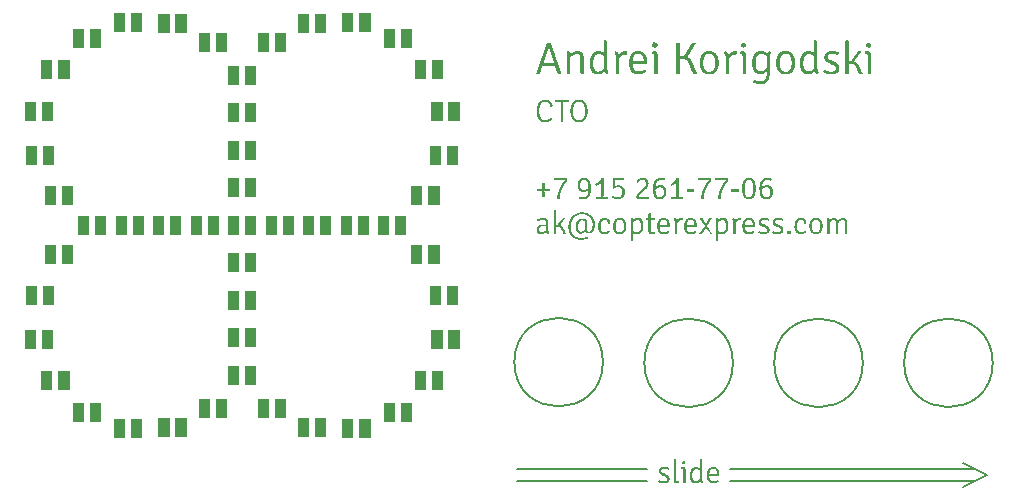
<source format=gbr>
G04 #@! TF.GenerationSoftware,KiCad,Pcbnew,5.0.2+dfsg1-1~bpo9+1*
G04 #@! TF.CreationDate,2019-04-13T12:23:50+03:00*
G04 #@! TF.ProjectId,kicad,6b696361-642e-46b6-9963-61645f706362,rev?*
G04 #@! TF.SameCoordinates,Original*
G04 #@! TF.FileFunction,Soldermask,Top*
G04 #@! TF.FilePolarity,Negative*
%FSLAX46Y46*%
G04 Gerber Fmt 4.6, Leading zero omitted, Abs format (unit mm)*
G04 Created by KiCad (PCBNEW 5.0.2+dfsg1-1~bpo9+1) date Sat 13 Apr 2019 12:23:50 PM MSK*
%MOMM*%
%LPD*%
G01*
G04 APERTURE LIST*
%ADD10C,0.300000*%
%ADD11C,0.200000*%
%ADD12C,0.150000*%
%ADD13C,0.100000*%
G04 APERTURE END LIST*
D10*
X158724600Y-88074500D02*
G75*
G03X158724600Y-88074500I-101600J0D01*
G01*
D11*
X184750000Y-125500000D02*
X186750000Y-124500000D01*
X186750000Y-124500000D02*
X184750000Y-123500000D01*
X185750000Y-125000000D02*
X165000000Y-125000000D01*
X185750000Y-124000000D02*
X165000000Y-124000000D01*
X158000000Y-125000000D02*
X147000000Y-125000000D01*
X158000000Y-124000000D02*
X147000000Y-124000000D01*
D12*
G04 #@! TO.C,TS4*
X187250000Y-115000000D02*
G75*
G03X187250000Y-115000000I-3750000J0D01*
G01*
G04 #@! TO.C,TS3*
X176250000Y-115000000D02*
G75*
G03X176250000Y-115000000I-3750000J0D01*
G01*
G04 #@! TO.C,TS2*
X165250000Y-115000000D02*
G75*
G03X165250000Y-115000000I-3750000J0D01*
G01*
G04 #@! TO.C,TS1*
X154245000Y-114935000D02*
G75*
G03X154245000Y-114935000I-3750000J0D01*
G01*
D13*
G04 #@! TO.C,svg2mod*
G36*
X164098797Y-124558197D02*
X163255280Y-124558197D01*
X163255280Y-124403099D01*
X163908326Y-124403099D01*
X163908326Y-124367726D01*
X163907923Y-124341279D01*
X163906715Y-124315582D01*
X163904702Y-124290635D01*
X163901884Y-124266437D01*
X163898261Y-124242989D01*
X163893832Y-124220291D01*
X163888598Y-124198342D01*
X163882559Y-124177143D01*
X163875715Y-124156694D01*
X163868066Y-124136994D01*
X163859611Y-124118044D01*
X163850351Y-124099844D01*
X163840286Y-124082393D01*
X163829416Y-124065692D01*
X163816809Y-124048786D01*
X163803269Y-124033233D01*
X163788794Y-124019032D01*
X163773386Y-124006184D01*
X163757043Y-123994688D01*
X163739767Y-123984545D01*
X163721557Y-123975754D01*
X163702414Y-123968315D01*
X163682336Y-123962229D01*
X163661325Y-123957495D01*
X163639379Y-123954114D01*
X163616500Y-123952086D01*
X163592687Y-123951409D01*
X163569229Y-123952134D01*
X163546575Y-123954307D01*
X163524726Y-123957930D01*
X163503682Y-123963002D01*
X163483444Y-123969523D01*
X163464010Y-123977492D01*
X163445382Y-123986911D01*
X163427558Y-123997779D01*
X163410540Y-124010096D01*
X163394326Y-124023863D01*
X163378918Y-124039078D01*
X163364315Y-124055742D01*
X163350516Y-124073855D01*
X163339596Y-124090556D01*
X163329329Y-124108007D01*
X163319714Y-124126208D01*
X163310753Y-124145158D01*
X163302445Y-124164858D01*
X163294790Y-124185308D01*
X163287788Y-124206508D01*
X163281439Y-124228458D01*
X163275743Y-124251157D01*
X163270700Y-124274606D01*
X163266310Y-124298805D01*
X163262573Y-124323754D01*
X163259489Y-124349453D01*
X163257058Y-124375901D01*
X163255280Y-124403099D01*
X163255280Y-124558197D01*
X163256361Y-124585007D01*
X163258002Y-124611017D01*
X163260202Y-124636227D01*
X163262964Y-124660636D01*
X163266285Y-124684245D01*
X163270166Y-124707053D01*
X163274608Y-124729061D01*
X163279610Y-124750269D01*
X163285172Y-124770677D01*
X163291294Y-124790284D01*
X163297977Y-124809091D01*
X163305220Y-124827098D01*
X163313023Y-124844305D01*
X163321386Y-124860711D01*
X163330309Y-124876317D01*
X163339793Y-124891122D01*
X163349837Y-124905128D01*
X163360441Y-124918333D01*
X163371605Y-124930737D01*
X163383329Y-124942342D01*
X163395614Y-124953146D01*
X163408459Y-124963149D01*
X163421864Y-124972353D01*
X163435829Y-124980756D01*
X163450354Y-124988359D01*
X163465440Y-124995161D01*
X163481086Y-125001164D01*
X163497292Y-125006366D01*
X163514058Y-125010767D01*
X163531384Y-125014369D01*
X163549271Y-125017170D01*
X163567718Y-125019170D01*
X163586725Y-125020371D01*
X163606292Y-125020771D01*
X163626927Y-125020418D01*
X163647712Y-125019360D01*
X163668649Y-125017596D01*
X163689737Y-125015127D01*
X163710976Y-125011953D01*
X163732366Y-125008073D01*
X163753908Y-125003487D01*
X163775600Y-124998197D01*
X163797444Y-124992200D01*
X163819439Y-124985498D01*
X163841585Y-124978091D01*
X163863882Y-124969979D01*
X163886331Y-124961160D01*
X163908930Y-124951637D01*
X163931681Y-124941408D01*
X163954583Y-124930473D01*
X163977636Y-124918833D01*
X164000841Y-124906488D01*
X164017000Y-124922648D01*
X164031272Y-124940029D01*
X164043655Y-124958632D01*
X164054150Y-124978456D01*
X164062758Y-124999503D01*
X164069477Y-125021771D01*
X164074308Y-125045260D01*
X164054803Y-125058222D01*
X164035092Y-125070608D01*
X164015176Y-125082418D01*
X163995054Y-125093652D01*
X163974726Y-125104310D01*
X163954192Y-125114392D01*
X163933453Y-125123897D01*
X163912508Y-125132827D01*
X163891357Y-125141180D01*
X163870000Y-125148957D01*
X163848438Y-125156158D01*
X163826669Y-125162784D01*
X163804695Y-125168833D01*
X163782516Y-125174305D01*
X163760130Y-125179202D01*
X163737539Y-125183523D01*
X163714742Y-125187268D01*
X163691740Y-125190436D01*
X163668531Y-125193029D01*
X163645117Y-125195045D01*
X163621497Y-125196485D01*
X163597671Y-125197349D01*
X163573640Y-125197637D01*
X163548251Y-125197210D01*
X163523537Y-125195928D01*
X163499498Y-125193792D01*
X163476133Y-125190801D01*
X163453443Y-125186956D01*
X163431427Y-125182256D01*
X163410086Y-125176701D01*
X163389420Y-125170292D01*
X163369428Y-125163029D01*
X163350111Y-125154911D01*
X163331469Y-125145938D01*
X163311687Y-125134673D01*
X163292613Y-125122646D01*
X163274246Y-125109857D01*
X163256586Y-125096307D01*
X163239635Y-125081994D01*
X163223390Y-125066920D01*
X163207853Y-125051083D01*
X163193023Y-125034485D01*
X163178901Y-125017125D01*
X163165487Y-124999003D01*
X163154378Y-124981417D01*
X163143809Y-124963292D01*
X163133779Y-124944627D01*
X163124289Y-124925423D01*
X163115339Y-124905679D01*
X163106929Y-124885395D01*
X163099058Y-124864571D01*
X163091727Y-124843207D01*
X163084936Y-124821304D01*
X163078684Y-124798862D01*
X163072972Y-124775879D01*
X163068191Y-124754394D01*
X163063826Y-124732569D01*
X163059877Y-124710404D01*
X163056344Y-124687899D01*
X163053226Y-124665054D01*
X163050524Y-124641869D01*
X163048237Y-124618343D01*
X163046366Y-124594478D01*
X163044911Y-124570272D01*
X163043872Y-124545726D01*
X163043249Y-124520840D01*
X163043041Y-124495614D01*
X163043286Y-124469953D01*
X163044023Y-124444670D01*
X163045252Y-124419765D01*
X163046971Y-124395238D01*
X163049182Y-124371089D01*
X163051884Y-124347318D01*
X163055078Y-124323925D01*
X163058762Y-124300909D01*
X163062938Y-124278272D01*
X163067606Y-124256013D01*
X163072764Y-124234131D01*
X163078414Y-124212627D01*
X163085610Y-124189667D01*
X163093346Y-124167292D01*
X163101621Y-124145501D01*
X163110437Y-124124295D01*
X163119792Y-124103674D01*
X163129686Y-124083638D01*
X163140121Y-124064186D01*
X163151095Y-124045318D01*
X163162608Y-124027036D01*
X163174662Y-124009338D01*
X163187255Y-123992225D01*
X163201676Y-123974130D01*
X163216642Y-123956851D01*
X163232152Y-123940389D01*
X163248206Y-123924743D01*
X163264804Y-123909914D01*
X163281946Y-123895900D01*
X163299633Y-123882704D01*
X163317864Y-123870323D01*
X163336639Y-123858759D01*
X163355958Y-123848010D01*
X163374488Y-123839038D01*
X163393468Y-123830920D01*
X163412897Y-123823656D01*
X163432777Y-123817247D01*
X163453105Y-123811693D01*
X163473884Y-123806993D01*
X163495113Y-123803147D01*
X163516791Y-123800156D01*
X163538919Y-123798020D01*
X163561497Y-123796738D01*
X163584524Y-123796311D01*
X163609285Y-123796774D01*
X163633503Y-123798161D01*
X163657175Y-123800474D01*
X163680304Y-123803712D01*
X163702889Y-123807875D01*
X163724929Y-123812964D01*
X163746425Y-123818977D01*
X163767377Y-123825916D01*
X163787785Y-123833780D01*
X163807648Y-123842568D01*
X163829584Y-123852680D01*
X163850647Y-123863665D01*
X163870836Y-123875523D01*
X163890152Y-123888255D01*
X163908595Y-123901860D01*
X163926164Y-123916338D01*
X163942859Y-123931690D01*
X163958681Y-123947916D01*
X163973630Y-123965014D01*
X163988344Y-123982348D01*
X164002251Y-124000489D01*
X164015353Y-124019435D01*
X164027648Y-124039187D01*
X164039136Y-124059746D01*
X164049819Y-124081111D01*
X164059695Y-124103283D01*
X164068765Y-124126260D01*
X164077029Y-124150044D01*
X164083750Y-124171431D01*
X164089763Y-124193145D01*
X164095069Y-124215185D01*
X164099668Y-124237552D01*
X164103559Y-124260245D01*
X164106743Y-124283265D01*
X164109219Y-124306612D01*
X164110987Y-124330284D01*
X164112049Y-124354284D01*
X164112402Y-124378610D01*
X164112062Y-124402929D01*
X164111042Y-124426908D01*
X164109341Y-124450547D01*
X164106960Y-124473846D01*
X164105429Y-124495444D01*
X164103558Y-124516702D01*
X164101347Y-124537620D01*
X164098796Y-124558197D01*
X164098797Y-124558197D01*
X164098797Y-124558197D01*
G37*
G36*
X162119551Y-123807195D02*
X162459679Y-124103787D01*
X162435927Y-124088005D01*
X162412563Y-124073311D01*
X162389585Y-124059706D01*
X162366995Y-124047189D01*
X162344791Y-124035761D01*
X162322975Y-124025421D01*
X162301545Y-124016170D01*
X162280502Y-124008007D01*
X162259847Y-124000932D01*
X162239578Y-123994946D01*
X162219697Y-123990048D01*
X162200202Y-123986238D01*
X162181094Y-123983517D01*
X162162374Y-123981885D01*
X162144040Y-123981341D01*
X162122948Y-123982129D01*
X162102371Y-123984496D01*
X162082310Y-123988441D01*
X162062764Y-123993964D01*
X162043733Y-124001064D01*
X162025217Y-124009742D01*
X162007216Y-124019998D01*
X161989731Y-124031832D01*
X161972761Y-124045244D01*
X161956306Y-124060234D01*
X161940366Y-124076802D01*
X161924942Y-124094947D01*
X161910032Y-124114671D01*
X161899744Y-124129594D01*
X161890045Y-124145341D01*
X161880932Y-124161911D01*
X161872408Y-124179303D01*
X161864472Y-124197519D01*
X161857124Y-124216558D01*
X161850363Y-124236420D01*
X161844190Y-124257104D01*
X161838606Y-124278612D01*
X161833609Y-124300943D01*
X161829200Y-124324097D01*
X161825378Y-124348074D01*
X161822145Y-124372874D01*
X161819500Y-124398497D01*
X161817442Y-124424943D01*
X161815972Y-124452212D01*
X161815091Y-124480304D01*
X161814797Y-124509219D01*
X161815049Y-124538117D01*
X161815804Y-124566159D01*
X161817064Y-124593344D01*
X161818828Y-124619672D01*
X161821095Y-124645144D01*
X161823867Y-124669759D01*
X161827142Y-124693518D01*
X161830921Y-124716420D01*
X161835204Y-124738465D01*
X161839991Y-124759654D01*
X161845282Y-124779986D01*
X161851077Y-124799461D01*
X161857376Y-124818080D01*
X161864178Y-124835842D01*
X161871485Y-124852748D01*
X161879295Y-124868797D01*
X161887609Y-124883989D01*
X161896427Y-124898325D01*
X161910769Y-124918317D01*
X161925678Y-124936570D01*
X161941154Y-124953086D01*
X161957197Y-124967862D01*
X161973806Y-124980900D01*
X161990983Y-124992200D01*
X162008726Y-125001762D01*
X162027036Y-125009585D01*
X162045913Y-125015669D01*
X162065357Y-125020015D01*
X162085368Y-125022623D01*
X162105946Y-125023492D01*
X162126538Y-125022820D01*
X162147198Y-125020805D01*
X162167925Y-125017445D01*
X162188719Y-125012742D01*
X162209580Y-125006696D01*
X162230508Y-124999305D01*
X162251504Y-124990571D01*
X162272566Y-124980493D01*
X162293696Y-124969072D01*
X162312988Y-124957235D01*
X162331682Y-124944582D01*
X162349777Y-124931113D01*
X162367273Y-124916828D01*
X162384170Y-124901726D01*
X162400469Y-124885808D01*
X162416170Y-124869074D01*
X162431271Y-124851523D01*
X162445774Y-124833157D01*
X162459679Y-124813973D01*
X162459679Y-124103787D01*
X162119551Y-123807195D01*
X162140012Y-123807631D01*
X162160579Y-123808938D01*
X162181252Y-123811117D01*
X162202032Y-123814168D01*
X162222918Y-123818090D01*
X162243910Y-123822884D01*
X162265009Y-123828549D01*
X162286214Y-123835086D01*
X162307525Y-123842494D01*
X162328942Y-123850774D01*
X162350466Y-123859926D01*
X162372096Y-123869949D01*
X162393832Y-123880843D01*
X162415675Y-123892610D01*
X162437624Y-123905248D01*
X162459679Y-123918757D01*
X162459679Y-123181360D01*
X162476004Y-123165034D01*
X162549472Y-123165034D01*
X162572873Y-123166340D01*
X162593008Y-123170258D01*
X162609879Y-123176789D01*
X162623484Y-123185931D01*
X162633824Y-123197686D01*
X162641660Y-123211400D01*
X162647755Y-123228597D01*
X162652109Y-123249277D01*
X162654721Y-123273440D01*
X162655591Y-123301085D01*
X162655591Y-124789484D01*
X162655980Y-124819485D01*
X162657146Y-124848069D01*
X162659090Y-124875238D01*
X162661811Y-124900990D01*
X162665309Y-124925327D01*
X162669585Y-124948247D01*
X162674639Y-124969752D01*
X162680469Y-124989840D01*
X162687078Y-125008512D01*
X162694463Y-125025769D01*
X162702626Y-125041609D01*
X162711567Y-125056033D01*
X162721285Y-125069041D01*
X162731780Y-125080633D01*
X162723284Y-125100736D01*
X162713344Y-125119061D01*
X162701960Y-125135609D01*
X162689132Y-125150380D01*
X162674861Y-125163375D01*
X162659145Y-125174592D01*
X162641986Y-125184032D01*
X162621711Y-125176115D01*
X162602607Y-125166875D01*
X162584675Y-125156312D01*
X162567914Y-125144426D01*
X162552325Y-125131218D01*
X162537907Y-125116687D01*
X162524661Y-125100833D01*
X162512587Y-125083657D01*
X162501684Y-125065158D01*
X162491952Y-125045336D01*
X162483392Y-125024191D01*
X162476004Y-125001724D01*
X162459801Y-125019938D01*
X162443327Y-125037264D01*
X162426581Y-125053701D01*
X162409564Y-125069250D01*
X162392275Y-125083910D01*
X162374715Y-125097681D01*
X162356884Y-125110565D01*
X162338781Y-125122559D01*
X162320406Y-125133666D01*
X162301760Y-125143883D01*
X162282842Y-125153213D01*
X162263653Y-125161653D01*
X162244193Y-125169205D01*
X162224461Y-125175869D01*
X162204457Y-125181644D01*
X162184182Y-125186531D01*
X162163636Y-125190529D01*
X162142818Y-125193639D01*
X162121728Y-125195860D01*
X162100367Y-125197193D01*
X162078735Y-125197637D01*
X162054148Y-125197125D01*
X162030224Y-125195587D01*
X162006963Y-125193024D01*
X161984366Y-125189437D01*
X161962432Y-125184824D01*
X161941161Y-125179186D01*
X161920554Y-125172523D01*
X161900610Y-125164834D01*
X161881329Y-125156121D01*
X161862711Y-125146383D01*
X161844757Y-125135619D01*
X161827466Y-125123831D01*
X161810838Y-125111017D01*
X161794874Y-125097178D01*
X161779573Y-125082314D01*
X161764935Y-125066425D01*
X161750961Y-125049511D01*
X161737650Y-125031572D01*
X161725002Y-125012608D01*
X161715280Y-124996246D01*
X161705991Y-124979338D01*
X161697133Y-124961886D01*
X161688708Y-124943888D01*
X161680715Y-124925345D01*
X161673153Y-124906257D01*
X161666024Y-124886623D01*
X161659327Y-124866444D01*
X161653062Y-124845720D01*
X161647229Y-124824451D01*
X161641828Y-124802637D01*
X161636859Y-124780277D01*
X161632322Y-124757372D01*
X161628218Y-124733922D01*
X161624545Y-124709926D01*
X161621305Y-124685386D01*
X161618496Y-124660300D01*
X161616120Y-124634669D01*
X161614175Y-124608492D01*
X161612663Y-124581771D01*
X161611583Y-124554504D01*
X161610935Y-124526692D01*
X161610719Y-124498335D01*
X161610976Y-124473024D01*
X161611749Y-124448165D01*
X161613037Y-124423756D01*
X161614841Y-124399798D01*
X161617159Y-124376291D01*
X161619993Y-124353235D01*
X161623342Y-124330630D01*
X161627206Y-124308475D01*
X161631585Y-124286771D01*
X161636480Y-124265518D01*
X161641890Y-124244716D01*
X161647815Y-124224365D01*
X161654255Y-124204464D01*
X161662396Y-124181077D01*
X161670986Y-124158409D01*
X161680026Y-124136461D01*
X161689516Y-124115233D01*
X161699456Y-124094724D01*
X161709845Y-124074935D01*
X161720684Y-124055865D01*
X161731973Y-124037515D01*
X161743712Y-124019885D01*
X161755900Y-124002974D01*
X161768538Y-123986783D01*
X161784495Y-123967400D01*
X161800922Y-123949159D01*
X161817819Y-123932060D01*
X161835186Y-123916103D01*
X161853024Y-123901289D01*
X161871332Y-123887616D01*
X161890111Y-123875086D01*
X161909359Y-123863698D01*
X161929078Y-123853453D01*
X161949704Y-123843744D01*
X161970465Y-123835178D01*
X161991360Y-123827754D01*
X162012389Y-123821472D01*
X162033552Y-123816332D01*
X162054850Y-123812335D01*
X162076282Y-123809479D01*
X162097849Y-123807766D01*
X162119550Y-123807195D01*
X162119551Y-123807195D01*
X162119551Y-123807195D01*
G37*
G36*
X160971663Y-123363669D02*
X160987233Y-123355354D01*
X161004920Y-123348552D01*
X161024723Y-123343261D01*
X161046642Y-123339482D01*
X161070678Y-123337214D01*
X161096830Y-123336458D01*
X161126434Y-123337438D01*
X161152121Y-123340377D01*
X161173889Y-123345274D01*
X161191739Y-123352131D01*
X161205671Y-123360948D01*
X161216446Y-123372920D01*
X161224827Y-123389246D01*
X161230813Y-123409926D01*
X161234404Y-123434959D01*
X161235602Y-123464346D01*
X161234695Y-123489213D01*
X161231974Y-123511208D01*
X161227439Y-123530331D01*
X161221090Y-123546582D01*
X161212927Y-123559960D01*
X161202950Y-123570466D01*
X161188256Y-123579282D01*
X161170297Y-123586139D01*
X161149073Y-123591037D01*
X161124584Y-123593976D01*
X161096830Y-123594955D01*
X161071687Y-123594194D01*
X161048504Y-123591908D01*
X161027280Y-123588098D01*
X161008015Y-123582765D01*
X160990710Y-123575908D01*
X160979070Y-123566763D01*
X160969546Y-123553838D01*
X160962139Y-123537134D01*
X160956848Y-123516651D01*
X160953674Y-123492388D01*
X160952616Y-123464346D01*
X160953377Y-123440293D01*
X160955663Y-123418198D01*
X160959472Y-123398062D01*
X160964805Y-123379886D01*
X160971662Y-123363669D01*
X160971663Y-123363669D01*
X160971663Y-123363669D01*
G37*
G36*
X161238323Y-124016714D02*
X161238323Y-125164985D01*
X161221235Y-125167924D01*
X161202623Y-125170210D01*
X161182487Y-125171843D01*
X161160828Y-125172823D01*
X161137645Y-125173149D01*
X161114462Y-125172823D01*
X161092803Y-125171843D01*
X161072667Y-125170210D01*
X161054055Y-125167924D01*
X161036967Y-125164985D01*
X161036967Y-124114671D01*
X161035988Y-124086154D01*
X161033049Y-124061556D01*
X161028151Y-124040877D01*
X161021294Y-124024115D01*
X161012478Y-124011272D01*
X161001159Y-124001476D01*
X160986792Y-123993857D01*
X160969377Y-123988415D01*
X160948915Y-123985150D01*
X160925405Y-123984062D01*
X160900916Y-123984062D01*
X160896154Y-123968246D01*
X160892753Y-123950729D01*
X160890712Y-123931512D01*
X160890032Y-123910594D01*
X160890712Y-123889506D01*
X160892753Y-123869779D01*
X160896154Y-123851412D01*
X160900916Y-123834405D01*
X160925575Y-123831854D01*
X160947854Y-123829644D01*
X160967751Y-123827773D01*
X160985268Y-123826242D01*
X161005524Y-123823219D01*
X161022757Y-123821405D01*
X161036967Y-123820800D01*
X161058735Y-123820800D01*
X161082058Y-123821911D01*
X161103826Y-123825243D01*
X161124040Y-123830796D01*
X161142698Y-123838570D01*
X161159802Y-123848566D01*
X161175350Y-123860782D01*
X161189344Y-123875221D01*
X161202338Y-123890769D01*
X161213334Y-123907873D01*
X161222330Y-123926531D01*
X161229326Y-123946745D01*
X161234324Y-123968513D01*
X161237323Y-123991836D01*
X161238323Y-124016714D01*
X161238323Y-124016714D01*
G37*
G36*
X160538467Y-125009887D02*
X160652750Y-125009887D01*
X160659099Y-125026818D01*
X160663634Y-125044958D01*
X160666355Y-125064307D01*
X160669379Y-125083657D01*
X160671193Y-125101797D01*
X160671797Y-125118728D01*
X160671117Y-125133693D01*
X160669076Y-125145938D01*
X160669076Y-125159544D01*
X160647478Y-125163456D01*
X160626220Y-125167027D01*
X160605302Y-125170258D01*
X160584725Y-125173148D01*
X160564317Y-125175530D01*
X160543909Y-125177230D01*
X160523502Y-125178251D01*
X160503094Y-125178591D01*
X160478739Y-125177986D01*
X160455258Y-125176172D01*
X160432650Y-125173149D01*
X160410915Y-125168916D01*
X160390054Y-125163474D01*
X160370066Y-125156823D01*
X160350952Y-125148962D01*
X160332711Y-125139892D01*
X160315343Y-125129613D01*
X160300868Y-125118511D01*
X160287916Y-125105885D01*
X160276487Y-125091736D01*
X160266583Y-125076062D01*
X160258202Y-125058865D01*
X160251345Y-125040145D01*
X160246012Y-125019900D01*
X160242202Y-124998132D01*
X160239917Y-124974840D01*
X160239155Y-124950024D01*
X160239155Y-123181360D01*
X160255481Y-123165034D01*
X160328949Y-123165034D01*
X160353329Y-123166340D01*
X160374226Y-123170258D01*
X160391641Y-123176789D01*
X160405573Y-123185931D01*
X160416021Y-123197686D01*
X160423858Y-123211400D01*
X160429953Y-123228597D01*
X160434307Y-123249277D01*
X160436919Y-123273440D01*
X160437789Y-123301085D01*
X160437789Y-124892883D01*
X160438796Y-124915114D01*
X160441817Y-124935004D01*
X160446850Y-124952555D01*
X160453898Y-124967766D01*
X160462959Y-124980636D01*
X160474033Y-124991166D01*
X160487122Y-124999357D01*
X160502223Y-125005207D01*
X160519339Y-125008717D01*
X160538467Y-125009887D01*
X160538467Y-125009887D01*
G37*
G36*
X158926007Y-125061586D02*
X158927835Y-125040839D01*
X158931959Y-125020771D01*
X158938379Y-125001384D01*
X158947095Y-124982677D01*
X158958106Y-124964650D01*
X158971414Y-124947303D01*
X158987017Y-124930637D01*
X159004916Y-124914651D01*
X159029133Y-124928365D01*
X159052806Y-124941208D01*
X159075935Y-124953181D01*
X159098520Y-124964283D01*
X159120560Y-124974514D01*
X159142056Y-124983874D01*
X159163008Y-124992364D01*
X159183415Y-124999982D01*
X159203279Y-125006731D01*
X159222598Y-125012608D01*
X159246790Y-125018985D01*
X159270386Y-125024512D01*
X159293387Y-125029189D01*
X159315793Y-125033016D01*
X159337604Y-125035992D01*
X159358819Y-125038118D01*
X159379440Y-125039393D01*
X159399465Y-125039818D01*
X159425913Y-125039165D01*
X159450837Y-125037206D01*
X159474238Y-125033941D01*
X159496115Y-125029369D01*
X159516469Y-125023492D01*
X159536495Y-125015547D01*
X159555216Y-125006948D01*
X159572630Y-124997697D01*
X159588739Y-124987792D01*
X159603541Y-124977235D01*
X159620207Y-124961929D01*
X159634833Y-124945943D01*
X159647418Y-124929277D01*
X159657962Y-124911930D01*
X159666465Y-124894244D01*
X159672927Y-124876557D01*
X159677349Y-124858870D01*
X159679730Y-124841184D01*
X159678675Y-124818416D01*
X159675509Y-124796759D01*
X159670234Y-124776212D01*
X159662848Y-124756776D01*
X159653353Y-124738451D01*
X159641747Y-124721237D01*
X159628030Y-124705133D01*
X159615020Y-124691145D01*
X159600480Y-124677752D01*
X159584409Y-124664955D01*
X159566807Y-124652753D01*
X159547675Y-124641146D01*
X159527012Y-124630134D01*
X159504819Y-124619718D01*
X159481095Y-124609897D01*
X159328718Y-124550034D01*
X159302442Y-124539440D01*
X159277196Y-124528588D01*
X159252980Y-124517479D01*
X159229795Y-124506111D01*
X159207641Y-124494487D01*
X159186516Y-124482604D01*
X159166423Y-124470464D01*
X159147359Y-124458067D01*
X159129327Y-124445412D01*
X159112324Y-124432499D01*
X159096352Y-124419329D01*
X159081411Y-124405901D01*
X159067500Y-124392215D01*
X159052388Y-124375102D01*
X159038715Y-124357404D01*
X159026482Y-124339121D01*
X159015688Y-124320254D01*
X159006333Y-124300802D01*
X158998417Y-124280765D01*
X158991941Y-124260144D01*
X158986904Y-124238938D01*
X158983306Y-124217147D01*
X158981147Y-124194772D01*
X158980427Y-124171812D01*
X158981149Y-124148045D01*
X158983315Y-124124944D01*
X158986924Y-124102509D01*
X158991978Y-124080741D01*
X158998475Y-124059639D01*
X159006416Y-124039204D01*
X159015800Y-124019435D01*
X159026462Y-123999666D01*
X159038235Y-123980785D01*
X159051118Y-123962793D01*
X159065112Y-123945690D01*
X159080216Y-123929475D01*
X159096432Y-123914148D01*
X159113757Y-123899710D01*
X159132082Y-123886160D01*
X159151296Y-123873499D01*
X159171398Y-123861727D01*
X159192389Y-123850843D01*
X159214268Y-123840847D01*
X159237036Y-123831740D01*
X159260692Y-123823521D01*
X159282035Y-123817144D01*
X159303889Y-123811617D01*
X159326252Y-123806940D01*
X159349126Y-123803114D01*
X159372509Y-123800138D01*
X159396403Y-123798012D01*
X159420808Y-123796736D01*
X159445722Y-123796311D01*
X159468095Y-123796588D01*
X159490468Y-123797420D01*
X159512840Y-123798805D01*
X159535213Y-123800745D01*
X159557586Y-123803240D01*
X159579959Y-123806288D01*
X159602332Y-123809891D01*
X159624705Y-123814048D01*
X159647078Y-123818760D01*
X159669450Y-123824025D01*
X159691823Y-123829845D01*
X159714196Y-123836219D01*
X159736569Y-123843148D01*
X159758942Y-123850631D01*
X159781315Y-123858668D01*
X159803687Y-123867259D01*
X159826060Y-123876405D01*
X159848433Y-123886105D01*
X159847455Y-123909404D01*
X159844522Y-123931682D01*
X159839632Y-123952940D01*
X159832787Y-123973177D01*
X159823987Y-123992395D01*
X159813230Y-124010592D01*
X159800518Y-124027768D01*
X159785850Y-124043924D01*
X159763074Y-124033981D01*
X159740701Y-124024709D01*
X159718731Y-124016109D01*
X159697165Y-124008181D01*
X159676001Y-124000925D01*
X159655241Y-123994341D01*
X159634883Y-123988429D01*
X159614929Y-123983188D01*
X159595378Y-123978620D01*
X159571555Y-123973566D01*
X159548288Y-123969290D01*
X159525576Y-123965792D01*
X159503419Y-123963071D01*
X159481817Y-123961127D01*
X159460771Y-123959961D01*
X159440280Y-123959572D01*
X159413204Y-123960278D01*
X159387606Y-123962394D01*
X159363487Y-123965921D01*
X159340845Y-123970860D01*
X159319681Y-123977209D01*
X159299996Y-123984969D01*
X159281789Y-123994139D01*
X159265060Y-124004721D01*
X159249808Y-124016714D01*
X159233205Y-124033373D01*
X159219155Y-124050699D01*
X159207660Y-124068691D01*
X159198720Y-124087349D01*
X159192334Y-124106674D01*
X159188502Y-124126665D01*
X159187225Y-124147323D01*
X159188224Y-124169202D01*
X159191223Y-124189749D01*
X159196221Y-124208962D01*
X159203218Y-124226843D01*
X159212214Y-124243392D01*
X159223209Y-124258607D01*
X159236203Y-124272490D01*
X159249341Y-124283331D01*
X159264264Y-124294088D01*
X159280973Y-124304760D01*
X159299467Y-124315346D01*
X159319747Y-124325847D01*
X159341813Y-124336264D01*
X159365664Y-124346595D01*
X159391301Y-124356842D01*
X159551842Y-124419425D01*
X159577297Y-124429870D01*
X159601754Y-124440694D01*
X159625213Y-124451896D01*
X159647673Y-124463477D01*
X159669136Y-124475435D01*
X159689600Y-124487773D01*
X159709065Y-124500488D01*
X159727533Y-124513582D01*
X159745002Y-124527054D01*
X159761473Y-124540905D01*
X159776946Y-124555134D01*
X159791421Y-124569741D01*
X159804897Y-124584727D01*
X159817375Y-124600091D01*
X159828855Y-124615834D01*
X159839336Y-124631955D01*
X159848820Y-124648454D01*
X159857305Y-124665331D01*
X159864792Y-124682587D01*
X159871280Y-124700222D01*
X159876770Y-124718234D01*
X159881263Y-124736625D01*
X159884756Y-124755395D01*
X159887252Y-124774543D01*
X159888749Y-124794069D01*
X159889249Y-124813973D01*
X159888632Y-124837918D01*
X159886781Y-124861138D01*
X159883698Y-124883631D01*
X159879380Y-124905400D01*
X159873829Y-124926442D01*
X159867045Y-124946759D01*
X159859027Y-124966351D01*
X159849776Y-124985216D01*
X159839291Y-125003356D01*
X159827572Y-125020771D01*
X159814620Y-125037460D01*
X159800434Y-125053423D01*
X159785015Y-125068661D01*
X159768363Y-125083173D01*
X159750476Y-125096959D01*
X159733811Y-125108456D01*
X159716468Y-125119255D01*
X159698447Y-125129358D01*
X159679749Y-125138763D01*
X159660372Y-125147473D01*
X159640317Y-125155485D01*
X159619585Y-125162801D01*
X159598174Y-125169420D01*
X159576086Y-125175342D01*
X159553320Y-125180567D01*
X159529876Y-125185096D01*
X159505754Y-125188928D01*
X159480954Y-125192063D01*
X159455476Y-125194502D01*
X159429320Y-125196244D01*
X159402487Y-125197289D01*
X159374975Y-125197637D01*
X159352979Y-125197329D01*
X159331044Y-125196403D01*
X159309171Y-125194861D01*
X159287360Y-125192701D01*
X159265610Y-125189925D01*
X159243922Y-125186531D01*
X159222296Y-125182521D01*
X159200731Y-125177893D01*
X159179228Y-125172648D01*
X159157787Y-125166787D01*
X159136408Y-125160308D01*
X159115090Y-125153213D01*
X159093834Y-125145500D01*
X159072640Y-125137170D01*
X159051507Y-125128224D01*
X159030436Y-125118660D01*
X159009427Y-125108479D01*
X158988479Y-125097681D01*
X158967593Y-125086267D01*
X158946769Y-125074235D01*
X158926007Y-125061586D01*
X158926007Y-125061586D01*
G37*
G36*
X167697301Y-100997171D02*
X167713608Y-100325874D01*
X167713608Y-100369359D01*
X167713825Y-100396836D01*
X167714478Y-100423824D01*
X167715565Y-100450322D01*
X167717087Y-100476332D01*
X167719044Y-100501852D01*
X167721436Y-100526883D01*
X167724262Y-100551424D01*
X167727524Y-100575477D01*
X167731220Y-100599040D01*
X167735351Y-100622114D01*
X167741806Y-100650142D01*
X167748940Y-100677150D01*
X167756753Y-100703139D01*
X167765246Y-100728109D01*
X167774419Y-100752059D01*
X167784271Y-100774991D01*
X167794803Y-100796903D01*
X167806014Y-100817796D01*
X167819658Y-100840370D01*
X167834190Y-100861503D01*
X167849610Y-100881193D01*
X167865916Y-100899441D01*
X167883111Y-100916247D01*
X167901192Y-100931611D01*
X167920161Y-100945533D01*
X167940850Y-100957070D01*
X167962537Y-100966831D01*
X167985222Y-100974818D01*
X168008906Y-100981030D01*
X168033588Y-100985468D01*
X168059269Y-100988130D01*
X168085947Y-100989017D01*
X168111313Y-100988206D01*
X168135774Y-100985771D01*
X168159328Y-100981713D01*
X168181976Y-100976032D01*
X168203719Y-100968728D01*
X168224555Y-100959801D01*
X168244486Y-100949251D01*
X168263510Y-100937077D01*
X168281629Y-100923281D01*
X168298842Y-100907861D01*
X168315149Y-100890818D01*
X168330550Y-100872152D01*
X168342904Y-100855013D01*
X168354344Y-100836987D01*
X168364869Y-100818073D01*
X168374478Y-100798272D01*
X168383173Y-100777584D01*
X168390952Y-100756008D01*
X168397815Y-100733544D01*
X168403764Y-100710193D01*
X168408798Y-100685955D01*
X168412916Y-100660829D01*
X168416119Y-100634816D01*
X168418407Y-100607915D01*
X168419780Y-100580127D01*
X168420237Y-100551452D01*
X168419843Y-100522900D01*
X168418660Y-100495350D01*
X168416689Y-100468803D01*
X168413929Y-100443257D01*
X168410381Y-100418712D01*
X168406044Y-100395170D01*
X168400919Y-100372629D01*
X168395005Y-100351090D01*
X168388302Y-100330553D01*
X168380812Y-100311018D01*
X168372532Y-100292485D01*
X168363464Y-100274953D01*
X168353608Y-100258423D01*
X168342963Y-100242895D01*
X168331529Y-100228369D01*
X168319307Y-100214845D01*
X168306297Y-100202322D01*
X168292498Y-100190802D01*
X168277910Y-100180283D01*
X168262534Y-100170765D01*
X168246369Y-100162250D01*
X168229416Y-100154737D01*
X168211674Y-100148225D01*
X168193144Y-100142715D01*
X168173826Y-100138207D01*
X168153718Y-100134700D01*
X168132823Y-100132196D01*
X168111138Y-100130693D01*
X168088666Y-100130192D01*
X168088665Y-100130192D01*
X168067426Y-100130863D01*
X168045985Y-100132877D01*
X168024343Y-100136232D01*
X168002500Y-100140929D01*
X167980456Y-100146969D01*
X167958210Y-100154351D01*
X167935763Y-100163074D01*
X167913115Y-100173140D01*
X167890265Y-100184548D01*
X167867684Y-100196493D01*
X167845841Y-100209378D01*
X167824736Y-100223202D01*
X167804369Y-100237965D01*
X167784740Y-100253668D01*
X167765850Y-100270310D01*
X167747698Y-100287892D01*
X167730284Y-100306413D01*
X167713608Y-100325874D01*
X167697301Y-100997171D01*
X167656534Y-100948250D01*
X167643597Y-100932705D01*
X167630878Y-100914333D01*
X167618376Y-100893134D01*
X167606092Y-100869108D01*
X167594025Y-100842256D01*
X167586370Y-100821568D01*
X167578938Y-100799881D01*
X167571727Y-100777195D01*
X167564738Y-100753512D01*
X167557972Y-100728830D01*
X167551427Y-100703149D01*
X167545104Y-100676470D01*
X167540373Y-100654527D01*
X167535843Y-100632180D01*
X167531515Y-100609431D01*
X167527388Y-100586280D01*
X167523462Y-100562725D01*
X167519738Y-100538768D01*
X167516215Y-100514409D01*
X167512894Y-100489647D01*
X167509774Y-100464482D01*
X167507708Y-100441000D01*
X167505860Y-100417301D01*
X167504229Y-100393384D01*
X167502816Y-100369250D01*
X167501620Y-100344898D01*
X167500641Y-100320330D01*
X167499880Y-100295543D01*
X167499337Y-100270539D01*
X167499011Y-100245318D01*
X167498902Y-100219880D01*
X167499095Y-100192521D01*
X167499675Y-100165524D01*
X167500641Y-100138889D01*
X167501994Y-100112617D01*
X167503734Y-100086707D01*
X167505860Y-100061160D01*
X167508372Y-100035975D01*
X167511271Y-100011153D01*
X167514557Y-99986692D01*
X167518229Y-99962594D01*
X167522287Y-99938859D01*
X167526732Y-99915486D01*
X167531564Y-99892475D01*
X167536782Y-99869827D01*
X167542387Y-99847541D01*
X167549918Y-99820268D01*
X167558014Y-99793713D01*
X167566677Y-99767875D01*
X167575906Y-99742754D01*
X167585702Y-99718351D01*
X167596063Y-99694664D01*
X167606991Y-99671695D01*
X167618485Y-99649443D01*
X167630545Y-99627908D01*
X167643172Y-99607091D01*
X167656365Y-99586990D01*
X167670123Y-99567607D01*
X167686250Y-99546831D01*
X167703007Y-99526997D01*
X167720392Y-99508108D01*
X167738405Y-99490161D01*
X167757048Y-99473158D01*
X167776320Y-99457098D01*
X167796221Y-99441982D01*
X167816750Y-99427809D01*
X167837909Y-99414579D01*
X167859696Y-99402293D01*
X167882112Y-99390950D01*
X167903666Y-99380966D01*
X167925748Y-99371850D01*
X167948359Y-99363602D01*
X167971498Y-99356223D01*
X167995165Y-99349711D01*
X168019361Y-99344068D01*
X168044086Y-99339293D01*
X168069339Y-99335386D01*
X168095120Y-99332348D01*
X168121430Y-99330177D01*
X168148268Y-99328875D01*
X168175635Y-99328441D01*
X168205664Y-99328803D01*
X168234871Y-99329890D01*
X168263257Y-99331702D01*
X168290821Y-99334239D01*
X168317564Y-99337500D01*
X168343486Y-99341486D01*
X168368587Y-99346197D01*
X168392866Y-99351633D01*
X168416323Y-99357793D01*
X168438960Y-99364678D01*
X168460774Y-99372288D01*
X168481768Y-99380623D01*
X168501940Y-99389682D01*
X168521291Y-99399466D01*
X168539820Y-99409975D01*
X168535573Y-99435497D01*
X168529627Y-99459065D01*
X168521983Y-99480680D01*
X168512641Y-99500341D01*
X168501600Y-99518050D01*
X168488860Y-99533804D01*
X168474422Y-99547606D01*
X168458286Y-99559453D01*
X168433085Y-99548605D01*
X168407883Y-99538789D01*
X168382682Y-99530007D01*
X168357480Y-99522258D01*
X168332279Y-99515542D01*
X168307077Y-99509860D01*
X168281876Y-99505210D01*
X168256675Y-99501594D01*
X168231473Y-99499011D01*
X168206272Y-99497461D01*
X168181070Y-99496945D01*
X168154899Y-99497549D01*
X168129533Y-99499360D01*
X168104972Y-99502380D01*
X168081216Y-99506608D01*
X168058266Y-99512043D01*
X168036121Y-99518687D01*
X168014781Y-99526538D01*
X167994246Y-99535598D01*
X167974517Y-99545865D01*
X167953242Y-99558010D01*
X167932901Y-99571344D01*
X167913494Y-99585868D01*
X167895022Y-99601580D01*
X167877483Y-99618481D01*
X167860879Y-99636571D01*
X167845209Y-99655851D01*
X167830474Y-99676319D01*
X167818126Y-99695444D01*
X167806450Y-99715375D01*
X167795444Y-99736111D01*
X167785110Y-99757652D01*
X167775447Y-99779998D01*
X167766455Y-99803150D01*
X167758133Y-99827107D01*
X167750483Y-99851869D01*
X167743504Y-99877436D01*
X167738314Y-99901027D01*
X167733612Y-99925052D01*
X167729400Y-99949513D01*
X167725676Y-99974408D01*
X167722442Y-99999738D01*
X167719697Y-100025502D01*
X167717442Y-100051702D01*
X167715675Y-100078337D01*
X167714397Y-100105406D01*
X167713609Y-100132910D01*
X167732927Y-100114247D01*
X167752546Y-100096592D01*
X167772467Y-100079947D01*
X167792688Y-100064310D01*
X167813211Y-100049682D01*
X167834035Y-100036063D01*
X167855160Y-100023452D01*
X167876587Y-100011851D01*
X167898314Y-100001258D01*
X167920342Y-99991674D01*
X167942672Y-99983099D01*
X167965303Y-99975533D01*
X167988235Y-99968976D01*
X168011468Y-99963427D01*
X168035002Y-99958888D01*
X168058837Y-99955357D01*
X168082974Y-99952835D01*
X168107412Y-99951321D01*
X168132150Y-99950817D01*
X168159911Y-99951334D01*
X168186920Y-99952886D01*
X168213177Y-99955472D01*
X168238681Y-99959093D01*
X168263432Y-99963748D01*
X168287432Y-99969437D01*
X168310679Y-99976161D01*
X168333174Y-99983920D01*
X168354916Y-99992713D01*
X168375906Y-100002540D01*
X168396144Y-100013402D01*
X168415629Y-100025298D01*
X168434362Y-100038229D01*
X168452343Y-100052194D01*
X168469571Y-100067194D01*
X168486047Y-100083228D01*
X168501771Y-100100296D01*
X168515420Y-100116392D01*
X168528332Y-100133211D01*
X168540505Y-100150753D01*
X168551941Y-100169017D01*
X168562639Y-100188004D01*
X168572600Y-100207714D01*
X168581822Y-100228146D01*
X168590307Y-100249301D01*
X168598054Y-100271179D01*
X168605063Y-100293780D01*
X168611334Y-100317103D01*
X168616867Y-100341149D01*
X168621663Y-100365918D01*
X168625721Y-100391410D01*
X168629041Y-100417624D01*
X168631623Y-100444562D01*
X168633468Y-100472221D01*
X168634574Y-100500604D01*
X168634943Y-100529709D01*
X168634536Y-100556670D01*
X168633313Y-100583196D01*
X168631274Y-100609286D01*
X168628421Y-100634942D01*
X168624752Y-100660163D01*
X168620267Y-100684950D01*
X168614968Y-100709301D01*
X168608853Y-100733218D01*
X168601922Y-100756700D01*
X168594176Y-100779747D01*
X168585285Y-100804744D01*
X168575521Y-100829003D01*
X168564884Y-100852524D01*
X168553375Y-100875306D01*
X168540994Y-100897350D01*
X168527741Y-100918657D01*
X168513615Y-100939225D01*
X168498617Y-100959055D01*
X168482747Y-100978146D01*
X168466071Y-100996399D01*
X168448657Y-101013712D01*
X168430504Y-101030086D01*
X168411614Y-101045521D01*
X168391985Y-101060016D01*
X168371619Y-101073571D01*
X168350514Y-101086187D01*
X168328671Y-101097864D01*
X168306089Y-101108601D01*
X168283475Y-101118298D01*
X168260323Y-101126854D01*
X168236635Y-101134269D01*
X168212409Y-101140543D01*
X168187647Y-101145677D01*
X168162348Y-101149670D01*
X168136512Y-101152522D01*
X168110140Y-101154233D01*
X168083230Y-101154803D01*
X168056371Y-101154317D01*
X168030149Y-101152857D01*
X168004565Y-101150424D01*
X167979618Y-101147019D01*
X167955309Y-101142640D01*
X167931637Y-101137288D01*
X167908603Y-101130964D01*
X167886206Y-101123666D01*
X167864447Y-101115395D01*
X167843325Y-101106151D01*
X167822841Y-101095934D01*
X167802994Y-101084744D01*
X167783785Y-101072581D01*
X167765214Y-101059445D01*
X167747279Y-101045336D01*
X167729983Y-101030254D01*
X167713324Y-101014199D01*
X167697302Y-100997171D01*
X167697301Y-100997171D01*
X167697301Y-100997171D01*
G37*
G36*
X166242598Y-99475202D02*
X166259516Y-99458444D01*
X166637347Y-99495057D01*
X166612221Y-99494226D01*
X166586318Y-99495057D01*
X166561415Y-99497553D01*
X166537509Y-99501713D01*
X166514602Y-99507537D01*
X166492693Y-99515025D01*
X166471783Y-99524177D01*
X166451871Y-99534992D01*
X166433678Y-99546917D01*
X166416373Y-99560950D01*
X166399955Y-99577091D01*
X166384425Y-99595339D01*
X166369782Y-99615695D01*
X166356026Y-99638158D01*
X166343159Y-99662729D01*
X166334679Y-99681210D01*
X166326634Y-99700778D01*
X166319024Y-99721434D01*
X166311849Y-99743176D01*
X166305109Y-99766006D01*
X166298804Y-99789922D01*
X166292933Y-99814926D01*
X166287498Y-99841017D01*
X166282497Y-99868195D01*
X166277931Y-99896460D01*
X166275311Y-99916968D01*
X166272884Y-99938114D01*
X166270652Y-99959898D01*
X166268614Y-99982320D01*
X166266770Y-100005380D01*
X166265120Y-100029078D01*
X166263664Y-100053413D01*
X166262402Y-100078386D01*
X166261334Y-100103998D01*
X166260461Y-100130247D01*
X166259781Y-100157133D01*
X166259296Y-100184658D01*
X166259005Y-100212821D01*
X166258908Y-100241621D01*
X166259090Y-100278384D01*
X166259639Y-100314185D01*
X166260552Y-100349024D01*
X166261831Y-100382902D01*
X166263475Y-100415817D01*
X166265484Y-100447771D01*
X166267859Y-100478763D01*
X166270599Y-100508793D01*
X166273705Y-100537861D01*
X166277176Y-100565968D01*
X166281012Y-100593112D01*
X166285213Y-100619295D01*
X166289780Y-100644515D01*
X166294713Y-100668774D01*
X166300010Y-100692071D01*
X166305673Y-100714407D01*
X166311702Y-100735780D01*
X166318095Y-100756191D01*
X166324855Y-100775641D01*
X166331979Y-100794129D01*
X166339469Y-100811655D01*
X166347324Y-100828219D01*
X166355544Y-100843821D01*
X166364130Y-100858461D01*
X166373081Y-100872140D01*
X166382398Y-100884857D01*
X166392080Y-100896611D01*
X166392079Y-100896612D01*
X166409446Y-100914169D01*
X166427845Y-100929878D01*
X166447277Y-100943739D01*
X166467742Y-100955752D01*
X166489240Y-100965916D01*
X166511771Y-100974233D01*
X166535334Y-100980701D01*
X166559930Y-100985321D01*
X166585559Y-100988093D01*
X166612221Y-100989017D01*
X166637347Y-100988241D01*
X166661474Y-100985911D01*
X166684603Y-100982029D01*
X166706734Y-100976593D01*
X166727866Y-100969604D01*
X166748000Y-100961062D01*
X166767135Y-100950967D01*
X166786049Y-100938321D01*
X166803964Y-100923678D01*
X166820881Y-100907039D01*
X166836800Y-100888402D01*
X166851720Y-100867769D01*
X166865642Y-100845139D01*
X166878565Y-100820513D01*
X166887045Y-100802059D01*
X166895089Y-100782572D01*
X166902699Y-100762053D01*
X166909874Y-100740501D01*
X166916614Y-100717916D01*
X166922920Y-100694298D01*
X166928790Y-100669648D01*
X166934226Y-100643964D01*
X166939227Y-100617248D01*
X166943793Y-100589500D01*
X166946788Y-100568617D01*
X166949561Y-100547124D01*
X166952112Y-100525021D01*
X166954441Y-100502308D01*
X166956549Y-100478985D01*
X166958434Y-100455051D01*
X166960098Y-100430508D01*
X166961540Y-100405355D01*
X166962760Y-100379591D01*
X166963759Y-100353217D01*
X166964535Y-100326233D01*
X166965090Y-100298639D01*
X166965422Y-100270435D01*
X166965533Y-100241621D01*
X166965422Y-100212821D01*
X166965090Y-100184658D01*
X166964535Y-100157133D01*
X166963759Y-100130247D01*
X166962760Y-100103998D01*
X166961540Y-100078386D01*
X166960098Y-100053413D01*
X166958434Y-100029078D01*
X166956549Y-100005380D01*
X166954441Y-99982320D01*
X166952112Y-99959898D01*
X166949561Y-99938114D01*
X166946788Y-99916968D01*
X166943793Y-99896460D01*
X166939227Y-99868195D01*
X166934227Y-99841017D01*
X166928792Y-99814926D01*
X166922922Y-99789922D01*
X166916617Y-99766006D01*
X166909876Y-99743176D01*
X166902701Y-99721434D01*
X166895091Y-99700778D01*
X166887045Y-99681210D01*
X166878565Y-99662729D01*
X166865642Y-99638158D01*
X166851720Y-99615694D01*
X166836800Y-99595338D01*
X166820881Y-99577090D01*
X166803964Y-99560950D01*
X166786049Y-99546917D01*
X166767135Y-99534992D01*
X166748000Y-99524177D01*
X166727866Y-99515025D01*
X166706734Y-99507537D01*
X166684603Y-99501713D01*
X166661474Y-99497553D01*
X166637347Y-99495057D01*
X166259516Y-99458444D01*
X166277017Y-99442701D01*
X166295101Y-99427974D01*
X166313768Y-99414263D01*
X166333019Y-99401567D01*
X166352852Y-99389887D01*
X166373268Y-99379223D01*
X166394268Y-99369575D01*
X166415850Y-99360942D01*
X166438016Y-99353324D01*
X166460765Y-99346722D01*
X166484096Y-99341136D01*
X166508011Y-99336566D01*
X166532509Y-99333011D01*
X166557590Y-99330472D01*
X166583254Y-99328949D01*
X166609501Y-99328441D01*
X166635865Y-99328901D01*
X166661588Y-99330283D01*
X166686672Y-99332585D01*
X166711115Y-99335808D01*
X166734918Y-99339952D01*
X166758081Y-99345017D01*
X166780604Y-99351003D01*
X166802487Y-99357910D01*
X166823730Y-99365738D01*
X166844332Y-99374486D01*
X166864295Y-99384156D01*
X166883617Y-99394746D01*
X166902299Y-99406258D01*
X166920341Y-99418690D01*
X166937743Y-99432043D01*
X166954504Y-99446317D01*
X166970626Y-99461512D01*
X166986107Y-99477628D01*
X167000949Y-99494665D01*
X167015150Y-99512622D01*
X167028711Y-99531501D01*
X167041631Y-99551301D01*
X167051546Y-99567535D01*
X167061100Y-99584400D01*
X167070293Y-99601895D01*
X167079126Y-99620022D01*
X167087598Y-99638780D01*
X167095710Y-99658168D01*
X167103461Y-99678188D01*
X167110852Y-99698838D01*
X167117882Y-99720120D01*
X167124552Y-99742032D01*
X167130861Y-99764575D01*
X167136810Y-99787749D01*
X167142398Y-99811554D01*
X167147625Y-99835990D01*
X167152493Y-99861057D01*
X167156999Y-99886755D01*
X167161145Y-99913083D01*
X167164931Y-99940043D01*
X167168356Y-99967633D01*
X167171420Y-99995855D01*
X167174124Y-100024707D01*
X167176467Y-100054191D01*
X167178450Y-100084305D01*
X167180073Y-100115050D01*
X167181335Y-100146426D01*
X167182236Y-100178433D01*
X167182777Y-100211071D01*
X167182957Y-100244340D01*
X167182784Y-100276471D01*
X167182264Y-100308028D01*
X167181397Y-100339009D01*
X167180184Y-100369414D01*
X167178624Y-100399244D01*
X167176717Y-100428499D01*
X167174464Y-100457178D01*
X167171864Y-100485281D01*
X167168917Y-100512809D01*
X167165624Y-100539762D01*
X167161984Y-100566139D01*
X167157997Y-100591941D01*
X167153664Y-100617167D01*
X167148984Y-100641818D01*
X167143958Y-100665894D01*
X167138585Y-100689394D01*
X167132865Y-100712318D01*
X167126798Y-100734667D01*
X167120385Y-100756441D01*
X167113625Y-100777639D01*
X167106519Y-100798262D01*
X167099066Y-100818309D01*
X167091266Y-100837781D01*
X167083119Y-100856677D01*
X167074626Y-100874998D01*
X167065786Y-100892744D01*
X167056600Y-100909914D01*
X167047067Y-100926508D01*
X167034612Y-100946791D01*
X167021461Y-100966130D01*
X167007614Y-100984525D01*
X166993070Y-101001978D01*
X166977830Y-101018487D01*
X166961894Y-101034052D01*
X166945262Y-101048674D01*
X166927933Y-101062353D01*
X166909908Y-101075089D01*
X166891186Y-101086881D01*
X166871769Y-101097729D01*
X166851655Y-101107635D01*
X166830844Y-101116597D01*
X166809338Y-101124615D01*
X166787135Y-101131691D01*
X166764236Y-101137823D01*
X166740640Y-101143011D01*
X166716349Y-101147256D01*
X166691361Y-101150558D01*
X166665676Y-101152916D01*
X166639296Y-101154331D01*
X166612219Y-101154803D01*
X166585849Y-101154331D01*
X166560109Y-101152916D01*
X166534997Y-101150558D01*
X166510514Y-101147256D01*
X166486661Y-101143011D01*
X166463436Y-101137823D01*
X166440840Y-101131691D01*
X166418873Y-101124615D01*
X166397535Y-101116597D01*
X166376826Y-101107635D01*
X166356745Y-101097729D01*
X166337294Y-101086881D01*
X166318472Y-101075089D01*
X166300278Y-101062353D01*
X166282713Y-101048674D01*
X166265778Y-101034052D01*
X166249471Y-101018487D01*
X166233793Y-101001978D01*
X166218744Y-100984525D01*
X166204324Y-100966130D01*
X166190533Y-100946791D01*
X166177370Y-100926508D01*
X166167463Y-100909910D01*
X166157930Y-100892730D01*
X166148771Y-100874967D01*
X166139987Y-100856622D01*
X166131577Y-100837694D01*
X166123541Y-100818184D01*
X166115880Y-100798092D01*
X166108593Y-100777417D01*
X166101681Y-100756160D01*
X166095143Y-100734321D01*
X166088979Y-100711899D01*
X166083190Y-100688895D01*
X166077775Y-100665308D01*
X166072735Y-100641139D01*
X166068069Y-100616388D01*
X166063777Y-100591054D01*
X166059860Y-100565138D01*
X166056317Y-100538639D01*
X166053149Y-100511558D01*
X166050355Y-100483895D01*
X166047935Y-100455649D01*
X166045890Y-100426821D01*
X166044219Y-100397411D01*
X166042922Y-100367418D01*
X166042000Y-100336842D01*
X166041452Y-100305685D01*
X166041279Y-100273945D01*
X166041480Y-100241622D01*
X166041562Y-100212596D01*
X166041806Y-100184222D01*
X166042214Y-100156501D01*
X166042785Y-100129431D01*
X166043519Y-100103014D01*
X166044416Y-100077249D01*
X166045476Y-100052137D01*
X166046699Y-100027677D01*
X166048085Y-100003869D01*
X166049635Y-99980713D01*
X166052185Y-99955045D01*
X166055003Y-99929981D01*
X166058090Y-99905520D01*
X166061446Y-99881664D01*
X166065070Y-99858412D01*
X166068962Y-99835764D01*
X166073123Y-99813719D01*
X166077552Y-99792279D01*
X166082249Y-99771442D01*
X166089516Y-99745485D01*
X166097336Y-99720414D01*
X166105712Y-99696231D01*
X166114641Y-99672936D01*
X166124126Y-99650528D01*
X166134165Y-99629007D01*
X166144759Y-99608374D01*
X166156739Y-99587686D01*
X166169385Y-99567552D01*
X166182697Y-99547972D01*
X166196674Y-99528948D01*
X166211317Y-99510478D01*
X166226626Y-99492563D01*
X166242600Y-99475202D01*
X166242598Y-99475202D01*
X166242598Y-99475202D01*
G37*
G36*
X165753436Y-100494377D02*
X165128341Y-100494377D01*
X165123585Y-100476541D01*
X165120188Y-100455648D01*
X165118149Y-100431698D01*
X165117470Y-100404690D01*
X165118149Y-100377173D01*
X165120188Y-100351693D01*
X165123585Y-100328252D01*
X165128341Y-100306849D01*
X165753436Y-100306849D01*
X165757004Y-100329271D01*
X165759552Y-100353052D01*
X165761081Y-100378192D01*
X165761591Y-100404690D01*
X165761081Y-100430679D01*
X165759552Y-100454290D01*
X165757004Y-100475523D01*
X165753436Y-100494377D01*
X165753436Y-100494377D01*
G37*
G36*
X163749608Y-99361054D02*
X164801397Y-99361054D01*
X164813854Y-99384911D01*
X164824046Y-99407559D01*
X164831973Y-99428999D01*
X164837635Y-99449232D01*
X164841032Y-99468256D01*
X164842165Y-99486073D01*
X164840751Y-99505859D01*
X164836512Y-99526079D01*
X164829446Y-99546734D01*
X164819553Y-99567824D01*
X164806834Y-99589349D01*
X164722582Y-99711651D01*
X164706411Y-99736239D01*
X164690510Y-99760696D01*
X164674879Y-99785021D01*
X164659518Y-99809214D01*
X164644428Y-99833276D01*
X164629609Y-99857206D01*
X164615059Y-99881004D01*
X164600781Y-99904670D01*
X164586772Y-99928205D01*
X164573034Y-99951608D01*
X164559566Y-99974879D01*
X164546369Y-99998018D01*
X164533442Y-100021026D01*
X164520786Y-100043902D01*
X164508400Y-100066646D01*
X164496284Y-100089259D01*
X164484439Y-100111740D01*
X164472864Y-100134089D01*
X164461559Y-100156306D01*
X164450525Y-100178392D01*
X164439761Y-100200345D01*
X164429268Y-100222168D01*
X164419045Y-100243858D01*
X164409092Y-100265417D01*
X164399410Y-100286844D01*
X164389998Y-100308139D01*
X164380857Y-100329302D01*
X164371986Y-100350334D01*
X164363545Y-100371432D01*
X164355305Y-100392793D01*
X164347266Y-100414417D01*
X164339428Y-100436305D01*
X164331791Y-100458457D01*
X164324355Y-100480872D01*
X164317120Y-100503550D01*
X164310087Y-100526492D01*
X164303254Y-100549697D01*
X164296622Y-100573166D01*
X164290192Y-100596898D01*
X164283962Y-100620894D01*
X164277934Y-100645153D01*
X164272107Y-100669676D01*
X164266480Y-100694462D01*
X164261055Y-100719511D01*
X164255831Y-100744824D01*
X164250808Y-100770401D01*
X164245986Y-100796241D01*
X164241365Y-100822344D01*
X164236945Y-100848711D01*
X164232726Y-100875341D01*
X164228708Y-100902235D01*
X164224892Y-100929392D01*
X164221276Y-100956813D01*
X164217861Y-100984497D01*
X164214648Y-101012445D01*
X164211636Y-101040656D01*
X164203481Y-101122190D01*
X164185979Y-101126104D01*
X164166084Y-101129148D01*
X164143798Y-101131322D01*
X164119121Y-101132627D01*
X164092051Y-101133062D01*
X164065199Y-101132627D01*
X164041174Y-101131322D01*
X164019975Y-101129148D01*
X164001603Y-101126104D01*
X163986057Y-101122190D01*
X163996929Y-101018914D01*
X163999715Y-100994217D01*
X164002738Y-100969562D01*
X164006000Y-100944947D01*
X164009499Y-100920372D01*
X164013237Y-100895839D01*
X164017212Y-100871345D01*
X164021426Y-100846893D01*
X164025878Y-100822481D01*
X164030567Y-100798110D01*
X164035495Y-100773779D01*
X164040661Y-100749489D01*
X164046064Y-100725240D01*
X164051706Y-100701031D01*
X164057586Y-100676863D01*
X164063703Y-100652736D01*
X164070059Y-100628649D01*
X164076653Y-100604603D01*
X164083485Y-100580598D01*
X164090554Y-100556633D01*
X164097862Y-100532709D01*
X164105408Y-100508825D01*
X164113192Y-100484982D01*
X164121214Y-100461180D01*
X164129473Y-100437418D01*
X164137971Y-100413697D01*
X164146707Y-100390017D01*
X164155681Y-100366377D01*
X164164893Y-100342778D01*
X164174343Y-100319219D01*
X164184031Y-100295701D01*
X164193957Y-100272224D01*
X164204121Y-100248788D01*
X164214522Y-100225392D01*
X164225162Y-100202036D01*
X164236040Y-100178722D01*
X164247156Y-100155448D01*
X164258510Y-100132214D01*
X164270102Y-100109022D01*
X164281932Y-100085870D01*
X164294001Y-100062758D01*
X164306307Y-100039687D01*
X164318851Y-100016657D01*
X164331633Y-99993667D01*
X164344653Y-99970719D01*
X164357911Y-99947810D01*
X164371407Y-99924943D01*
X164385141Y-99902116D01*
X164399113Y-99879329D01*
X164413324Y-99856583D01*
X164427772Y-99833878D01*
X164442458Y-99811214D01*
X164457382Y-99788590D01*
X164472544Y-99766007D01*
X164499724Y-99725240D01*
X164507986Y-99713037D01*
X164517553Y-99699258D01*
X164528424Y-99683902D01*
X164540600Y-99666970D01*
X164554081Y-99648462D01*
X164568865Y-99628377D01*
X164584955Y-99606717D01*
X164602349Y-99583479D01*
X164621047Y-99558666D01*
X164641050Y-99532276D01*
X164632895Y-99524122D01*
X164622955Y-99526294D01*
X164611040Y-99528335D01*
X164597150Y-99530244D01*
X164581285Y-99532022D01*
X164563445Y-99533668D01*
X164543631Y-99535182D01*
X164521841Y-99536564D01*
X164498077Y-99537815D01*
X164472338Y-99538934D01*
X164444624Y-99539922D01*
X164414935Y-99540778D01*
X164383271Y-99541502D01*
X164349632Y-99542094D01*
X164314019Y-99542555D01*
X164276430Y-99542884D01*
X164236867Y-99543082D01*
X164195329Y-99543148D01*
X163741457Y-99543148D01*
X163737889Y-99524803D01*
X163735341Y-99505099D01*
X163733812Y-99484036D01*
X163733302Y-99461613D01*
X163734321Y-99438003D01*
X163737379Y-99413373D01*
X163742474Y-99387724D01*
X163749608Y-99361055D01*
X163749608Y-99361054D01*
X163749608Y-99361054D01*
G37*
G36*
X162311085Y-99361054D02*
X163362874Y-99361054D01*
X163375331Y-99384911D01*
X163385522Y-99407559D01*
X163393449Y-99428999D01*
X163399111Y-99449232D01*
X163402509Y-99468256D01*
X163403641Y-99486073D01*
X163402228Y-99505859D01*
X163397988Y-99526079D01*
X163390922Y-99546734D01*
X163381030Y-99567824D01*
X163368311Y-99589349D01*
X163284058Y-99711651D01*
X163267887Y-99736239D01*
X163251986Y-99760696D01*
X163236355Y-99785021D01*
X163220994Y-99809214D01*
X163205904Y-99833276D01*
X163191085Y-99857206D01*
X163176536Y-99881004D01*
X163162257Y-99904670D01*
X163148248Y-99928205D01*
X163134510Y-99951608D01*
X163121042Y-99974879D01*
X163107845Y-99998018D01*
X163094918Y-100021026D01*
X163082262Y-100043902D01*
X163069876Y-100066646D01*
X163057760Y-100089259D01*
X163045915Y-100111740D01*
X163034340Y-100134089D01*
X163023035Y-100156306D01*
X163012001Y-100178392D01*
X163001237Y-100200345D01*
X162990744Y-100222168D01*
X162980521Y-100243858D01*
X162970569Y-100265417D01*
X162960886Y-100286844D01*
X162951475Y-100308139D01*
X162942333Y-100329302D01*
X162933462Y-100350334D01*
X162925021Y-100371432D01*
X162916781Y-100392793D01*
X162908742Y-100414417D01*
X162900904Y-100436305D01*
X162893267Y-100458457D01*
X162885831Y-100480872D01*
X162878597Y-100503550D01*
X162871563Y-100526492D01*
X162864730Y-100549697D01*
X162858099Y-100573166D01*
X162851668Y-100596898D01*
X162845439Y-100620894D01*
X162839410Y-100645153D01*
X162833583Y-100669676D01*
X162827957Y-100694462D01*
X162822531Y-100719511D01*
X162817307Y-100744824D01*
X162812284Y-100770401D01*
X162807462Y-100796241D01*
X162802841Y-100822344D01*
X162798421Y-100848711D01*
X162794203Y-100875341D01*
X162790185Y-100902235D01*
X162786368Y-100929392D01*
X162782752Y-100956813D01*
X162779338Y-100984497D01*
X162776124Y-101012445D01*
X162773112Y-101040656D01*
X162764957Y-101122190D01*
X162747455Y-101126104D01*
X162727561Y-101129148D01*
X162705275Y-101131322D01*
X162680597Y-101132627D01*
X162653528Y-101133062D01*
X162626676Y-101132627D01*
X162602650Y-101131322D01*
X162581452Y-101129148D01*
X162563079Y-101126104D01*
X162547534Y-101122190D01*
X162558405Y-101018914D01*
X162561191Y-100994217D01*
X162564214Y-100969562D01*
X162567476Y-100944947D01*
X162570976Y-100920372D01*
X162574713Y-100895839D01*
X162578689Y-100871345D01*
X162582902Y-100846893D01*
X162587354Y-100822481D01*
X162592044Y-100798110D01*
X162596971Y-100773779D01*
X162602137Y-100749489D01*
X162607541Y-100725240D01*
X162613182Y-100701031D01*
X162619062Y-100676863D01*
X162625180Y-100652736D01*
X162631535Y-100628649D01*
X162638129Y-100604603D01*
X162644961Y-100580598D01*
X162652031Y-100556633D01*
X162659339Y-100532709D01*
X162666884Y-100508825D01*
X162674668Y-100484982D01*
X162682690Y-100461180D01*
X162690950Y-100437418D01*
X162699448Y-100413697D01*
X162708184Y-100390017D01*
X162717157Y-100366377D01*
X162726369Y-100342778D01*
X162735819Y-100319219D01*
X162745507Y-100295701D01*
X162755433Y-100272224D01*
X162765597Y-100248788D01*
X162775999Y-100225392D01*
X162786639Y-100202036D01*
X162797517Y-100178722D01*
X162808633Y-100155448D01*
X162819987Y-100132214D01*
X162831579Y-100109022D01*
X162843409Y-100085870D01*
X162855477Y-100062758D01*
X162867783Y-100039687D01*
X162880327Y-100016657D01*
X162893109Y-99993667D01*
X162906129Y-99970719D01*
X162919387Y-99947810D01*
X162932883Y-99924943D01*
X162946618Y-99902116D01*
X162960590Y-99879329D01*
X162974800Y-99856583D01*
X162989248Y-99833878D01*
X163003934Y-99811214D01*
X163018858Y-99788590D01*
X163034021Y-99766007D01*
X163061200Y-99725240D01*
X163069462Y-99713037D01*
X163079029Y-99699258D01*
X163089901Y-99683902D01*
X163102076Y-99666970D01*
X163115557Y-99648462D01*
X163130342Y-99628377D01*
X163146431Y-99606717D01*
X163163825Y-99583479D01*
X163182523Y-99558666D01*
X163202526Y-99532276D01*
X163194372Y-99524122D01*
X163184431Y-99526294D01*
X163172516Y-99528335D01*
X163158626Y-99530244D01*
X163142762Y-99532022D01*
X163124922Y-99533668D01*
X163105108Y-99535182D01*
X163083318Y-99536564D01*
X163059554Y-99537815D01*
X163033815Y-99538934D01*
X163006101Y-99539922D01*
X162976412Y-99540778D01*
X162944748Y-99541502D01*
X162911109Y-99542094D01*
X162875496Y-99542555D01*
X162837907Y-99542884D01*
X162798344Y-99543082D01*
X162756806Y-99543148D01*
X162302933Y-99543148D01*
X162299365Y-99524803D01*
X162296817Y-99505099D01*
X162295288Y-99484036D01*
X162294778Y-99461613D01*
X162295797Y-99438003D01*
X162298855Y-99413373D01*
X162303950Y-99387724D01*
X162311084Y-99361055D01*
X162311085Y-99361054D01*
X162311085Y-99361054D01*
G37*
G36*
X161968684Y-100494377D02*
X161343590Y-100494377D01*
X161338833Y-100476541D01*
X161335436Y-100455648D01*
X161333398Y-100431698D01*
X161332718Y-100404690D01*
X161333398Y-100377173D01*
X161335436Y-100351693D01*
X161338833Y-100328252D01*
X161343590Y-100306849D01*
X161968684Y-100306849D01*
X161972252Y-100329271D01*
X161974800Y-100353052D01*
X161976329Y-100378192D01*
X161976839Y-100404690D01*
X161976329Y-100430679D01*
X161974800Y-100454290D01*
X161972252Y-100475523D01*
X161968684Y-100494377D01*
X161968684Y-100494377D01*
G37*
G36*
X160456779Y-100950968D02*
X160454044Y-100779747D01*
X160454044Y-100013327D01*
X160454092Y-100010944D01*
X160454237Y-100004638D01*
X160454478Y-99994408D01*
X160454816Y-99980255D01*
X160455250Y-99962179D01*
X160455781Y-99940178D01*
X160456408Y-99914255D01*
X160457132Y-99884408D01*
X160457952Y-99850637D01*
X160458869Y-99812943D01*
X160459882Y-99771325D01*
X160460992Y-99725784D01*
X160462198Y-99676319D01*
X160447469Y-99695769D01*
X160432271Y-99714775D01*
X160416606Y-99733338D01*
X160400471Y-99751456D01*
X160383869Y-99769131D01*
X160366798Y-99786362D01*
X160349258Y-99803150D01*
X160331251Y-99819494D01*
X160312775Y-99835394D01*
X160293830Y-99850850D01*
X160274417Y-99865863D01*
X160254536Y-99880432D01*
X160234186Y-99894557D01*
X160213368Y-99908238D01*
X160192082Y-99921476D01*
X160170327Y-99934270D01*
X160148104Y-99946620D01*
X160125413Y-99958527D01*
X160102253Y-99969990D01*
X160078625Y-99981009D01*
X160054528Y-99991584D01*
X160035393Y-99977718D01*
X160018365Y-99962521D01*
X160003444Y-99945992D01*
X159990632Y-99928132D01*
X159979927Y-99908941D01*
X159971330Y-99888419D01*
X159964841Y-99866565D01*
X159987730Y-99852531D01*
X160010194Y-99838283D01*
X160032234Y-99823824D01*
X160053849Y-99809152D01*
X160075039Y-99794268D01*
X160095805Y-99779171D01*
X160116146Y-99763862D01*
X160136062Y-99748341D01*
X160155554Y-99732607D01*
X160174621Y-99716662D01*
X160193263Y-99700503D01*
X160211481Y-99684133D01*
X160229274Y-99667550D01*
X160246643Y-99650755D01*
X160263586Y-99633747D01*
X160280106Y-99616528D01*
X160300095Y-99595332D01*
X160319087Y-99574394D01*
X160337083Y-99553713D01*
X160354081Y-99533289D01*
X160370082Y-99513123D01*
X160385087Y-99493213D01*
X160399094Y-99473562D01*
X160412104Y-99454167D01*
X160424117Y-99435030D01*
X160435133Y-99416150D01*
X160445152Y-99397528D01*
X160454173Y-99379162D01*
X160462198Y-99361054D01*
X160484450Y-99356298D01*
X160507722Y-99352901D01*
X160532012Y-99350862D01*
X160557322Y-99350183D01*
X160583820Y-99350862D01*
X160608960Y-99352901D01*
X160632740Y-99356298D01*
X160655162Y-99361054D01*
X160655162Y-100779747D01*
X160652427Y-100950968D01*
X160799188Y-100948233D01*
X161008459Y-100948233D01*
X161012026Y-100971164D01*
X161014575Y-100993756D01*
X161016104Y-101016008D01*
X161016613Y-101037920D01*
X161016104Y-101058473D01*
X161014575Y-101079366D01*
X161012026Y-101100599D01*
X161008459Y-101122172D01*
X160046357Y-101122172D01*
X160042789Y-101100429D01*
X160040241Y-101078687D01*
X160038712Y-101056944D01*
X160038202Y-101035202D01*
X160038712Y-101013460D01*
X160040241Y-100991717D01*
X160042789Y-100969975D01*
X160046357Y-100948233D01*
X160309983Y-100948233D01*
X160456779Y-100950968D01*
X160456779Y-100950968D01*
G37*
G36*
X158678657Y-100997171D02*
X158694964Y-100325874D01*
X158694964Y-100369359D01*
X158695182Y-100396836D01*
X158695834Y-100423824D01*
X158696921Y-100450322D01*
X158698443Y-100476332D01*
X158700399Y-100501852D01*
X158702791Y-100526883D01*
X158705617Y-100551424D01*
X158708878Y-100575477D01*
X158712574Y-100599040D01*
X158716705Y-100622114D01*
X158723159Y-100650142D01*
X158730293Y-100677150D01*
X158738107Y-100703139D01*
X158746600Y-100728109D01*
X158755773Y-100752059D01*
X158765625Y-100774991D01*
X158776157Y-100796903D01*
X158787368Y-100817796D01*
X158801013Y-100840370D01*
X158815545Y-100861503D01*
X158830964Y-100881193D01*
X158847271Y-100899441D01*
X158864465Y-100916247D01*
X158882547Y-100931611D01*
X158901516Y-100945533D01*
X158922204Y-100957070D01*
X158943891Y-100966831D01*
X158966577Y-100974818D01*
X158990260Y-100981030D01*
X159014942Y-100985468D01*
X159040623Y-100988130D01*
X159067302Y-100989017D01*
X159092668Y-100988206D01*
X159117128Y-100985771D01*
X159140682Y-100981713D01*
X159163331Y-100976032D01*
X159185073Y-100968728D01*
X159205910Y-100959801D01*
X159225840Y-100949251D01*
X159244865Y-100937077D01*
X159262983Y-100923281D01*
X159280196Y-100907861D01*
X159296503Y-100890818D01*
X159311904Y-100872152D01*
X159324259Y-100855013D01*
X159335698Y-100836987D01*
X159346223Y-100818073D01*
X159355832Y-100798272D01*
X159364527Y-100777584D01*
X159372306Y-100756008D01*
X159379169Y-100733544D01*
X159385118Y-100710193D01*
X159390151Y-100685955D01*
X159394270Y-100660829D01*
X159397473Y-100634816D01*
X159399761Y-100607915D01*
X159401134Y-100580127D01*
X159401591Y-100551452D01*
X159401197Y-100522900D01*
X159400014Y-100495350D01*
X159398043Y-100468803D01*
X159395283Y-100443257D01*
X159391735Y-100418712D01*
X159387398Y-100395170D01*
X159382273Y-100372629D01*
X159376359Y-100351090D01*
X159369656Y-100330553D01*
X159362165Y-100311018D01*
X159353886Y-100292485D01*
X159344818Y-100274953D01*
X159334961Y-100258423D01*
X159324316Y-100242895D01*
X159312883Y-100228369D01*
X159300661Y-100214845D01*
X159287650Y-100202322D01*
X159273851Y-100190802D01*
X159259264Y-100180283D01*
X159243888Y-100170765D01*
X159227723Y-100162250D01*
X159210770Y-100154737D01*
X159193028Y-100148225D01*
X159174498Y-100142715D01*
X159155179Y-100138207D01*
X159135072Y-100134700D01*
X159114176Y-100132196D01*
X159092492Y-100130693D01*
X159070019Y-100130192D01*
X159070021Y-100130192D01*
X159048782Y-100130863D01*
X159027341Y-100132877D01*
X159005699Y-100136232D01*
X158983856Y-100140929D01*
X158961812Y-100146969D01*
X158939566Y-100154351D01*
X158917119Y-100163074D01*
X158894471Y-100173140D01*
X158871621Y-100184548D01*
X158849040Y-100196493D01*
X158827197Y-100209378D01*
X158806092Y-100223202D01*
X158785725Y-100237965D01*
X158766097Y-100253668D01*
X158747206Y-100270310D01*
X158729054Y-100287892D01*
X158711640Y-100306413D01*
X158694964Y-100325874D01*
X158678657Y-100997171D01*
X158637890Y-100948250D01*
X158624953Y-100932705D01*
X158612234Y-100914333D01*
X158599732Y-100893134D01*
X158587448Y-100869108D01*
X158575381Y-100842256D01*
X158567727Y-100821568D01*
X158560295Y-100799881D01*
X158553085Y-100777195D01*
X158546096Y-100753512D01*
X158539329Y-100728830D01*
X158532784Y-100703149D01*
X158526460Y-100676470D01*
X158521730Y-100654527D01*
X158517200Y-100632180D01*
X158512872Y-100609431D01*
X158508745Y-100586280D01*
X158504820Y-100562725D01*
X158501095Y-100538768D01*
X158497572Y-100514409D01*
X158494251Y-100489647D01*
X158491130Y-100464482D01*
X158489064Y-100441000D01*
X158487216Y-100417301D01*
X158485585Y-100393384D01*
X158484172Y-100369250D01*
X158482976Y-100344898D01*
X158481998Y-100320330D01*
X158481237Y-100295543D01*
X158480693Y-100270539D01*
X158480367Y-100245318D01*
X158480258Y-100219880D01*
X158480452Y-100192521D01*
X158481031Y-100165524D01*
X158481998Y-100138889D01*
X158483351Y-100112617D01*
X158485090Y-100086707D01*
X158487216Y-100061160D01*
X158489728Y-100035975D01*
X158492627Y-100011153D01*
X158495913Y-99986692D01*
X158499585Y-99962594D01*
X158503644Y-99938859D01*
X158508089Y-99915486D01*
X158512920Y-99892475D01*
X158518139Y-99869827D01*
X158523743Y-99847541D01*
X158531274Y-99820268D01*
X158539371Y-99793713D01*
X158548034Y-99767875D01*
X158557263Y-99742754D01*
X158567058Y-99718351D01*
X158577420Y-99694664D01*
X158588348Y-99671695D01*
X158599842Y-99649443D01*
X158611902Y-99627908D01*
X158624528Y-99607091D01*
X158637721Y-99586990D01*
X158651480Y-99567607D01*
X158667607Y-99546831D01*
X158684363Y-99526997D01*
X158701748Y-99508108D01*
X158719762Y-99490161D01*
X158738405Y-99473158D01*
X158757676Y-99457098D01*
X158777577Y-99441982D01*
X158798106Y-99427809D01*
X158819265Y-99414579D01*
X158841052Y-99402293D01*
X158863468Y-99390950D01*
X158885022Y-99380966D01*
X158907104Y-99371850D01*
X158929715Y-99363602D01*
X158952854Y-99356223D01*
X158976521Y-99349711D01*
X159000717Y-99344068D01*
X159025442Y-99339293D01*
X159050695Y-99335386D01*
X159076476Y-99332348D01*
X159102786Y-99330177D01*
X159129624Y-99328875D01*
X159156991Y-99328441D01*
X159187020Y-99328803D01*
X159216227Y-99329890D01*
X159244613Y-99331702D01*
X159272178Y-99334239D01*
X159298921Y-99337500D01*
X159324843Y-99341486D01*
X159349943Y-99346197D01*
X159374222Y-99351633D01*
X159397680Y-99357793D01*
X159420316Y-99364678D01*
X159442131Y-99372288D01*
X159463124Y-99380623D01*
X159483296Y-99389682D01*
X159502647Y-99399466D01*
X159521177Y-99409975D01*
X159516929Y-99435497D01*
X159510984Y-99459065D01*
X159503340Y-99480680D01*
X159493997Y-99500341D01*
X159482956Y-99518050D01*
X159470217Y-99533804D01*
X159455779Y-99547606D01*
X159439643Y-99559453D01*
X159414441Y-99548605D01*
X159389240Y-99538789D01*
X159364038Y-99530007D01*
X159338837Y-99522258D01*
X159313635Y-99515542D01*
X159288434Y-99509860D01*
X159263232Y-99505210D01*
X159238031Y-99501594D01*
X159212830Y-99499011D01*
X159187628Y-99497461D01*
X159162427Y-99496945D01*
X159136255Y-99497549D01*
X159110889Y-99499360D01*
X159086328Y-99502380D01*
X159062573Y-99506608D01*
X159039622Y-99512043D01*
X159017477Y-99518687D01*
X158996138Y-99526538D01*
X158975603Y-99535598D01*
X158955874Y-99545865D01*
X158934599Y-99558010D01*
X158914257Y-99571344D01*
X158894851Y-99585868D01*
X158876378Y-99601580D01*
X158858840Y-99618481D01*
X158842236Y-99636571D01*
X158826566Y-99655851D01*
X158811830Y-99676319D01*
X158799483Y-99695444D01*
X158787806Y-99715375D01*
X158776801Y-99736111D01*
X158766467Y-99757652D01*
X158756803Y-99779998D01*
X158747811Y-99803150D01*
X158739490Y-99827107D01*
X158731840Y-99851869D01*
X158724861Y-99877436D01*
X158719669Y-99901027D01*
X158714967Y-99925052D01*
X158710755Y-99949513D01*
X158707031Y-99974408D01*
X158703797Y-99999738D01*
X158701052Y-100025502D01*
X158698796Y-100051702D01*
X158697030Y-100078337D01*
X158695753Y-100105406D01*
X158694965Y-100132910D01*
X158714284Y-100114247D01*
X158733903Y-100096592D01*
X158753823Y-100079947D01*
X158774045Y-100064310D01*
X158794568Y-100049682D01*
X158815392Y-100036063D01*
X158836517Y-100023452D01*
X158857943Y-100011851D01*
X158879670Y-100001258D01*
X158901699Y-99991674D01*
X158924028Y-99983099D01*
X158946659Y-99975533D01*
X158969591Y-99968976D01*
X158992824Y-99963427D01*
X159016358Y-99958888D01*
X159040194Y-99955357D01*
X159064330Y-99952835D01*
X159088768Y-99951321D01*
X159113507Y-99950817D01*
X159141268Y-99951334D01*
X159168276Y-99952886D01*
X159194533Y-99955472D01*
X159220037Y-99959093D01*
X159244789Y-99963748D01*
X159268788Y-99969437D01*
X159292035Y-99976161D01*
X159314530Y-99983920D01*
X159336272Y-99992713D01*
X159357262Y-100002540D01*
X159377500Y-100013402D01*
X159396986Y-100025298D01*
X159415719Y-100038229D01*
X159433699Y-100052194D01*
X159450928Y-100067194D01*
X159467404Y-100083228D01*
X159483128Y-100100296D01*
X159496777Y-100116392D01*
X159509689Y-100133211D01*
X159521862Y-100150753D01*
X159533298Y-100169017D01*
X159543996Y-100188004D01*
X159553956Y-100207714D01*
X159563179Y-100228146D01*
X159571663Y-100249301D01*
X159579410Y-100271179D01*
X159586419Y-100293780D01*
X159592691Y-100317103D01*
X159598224Y-100341149D01*
X159603020Y-100365918D01*
X159607078Y-100391410D01*
X159610398Y-100417624D01*
X159612980Y-100444562D01*
X159614824Y-100472221D01*
X159615931Y-100500604D01*
X159616300Y-100529709D01*
X159615892Y-100556670D01*
X159614669Y-100583196D01*
X159612631Y-100609286D01*
X159609777Y-100634942D01*
X159606108Y-100660163D01*
X159601624Y-100684950D01*
X159596324Y-100709301D01*
X159590209Y-100733218D01*
X159583279Y-100756700D01*
X159575533Y-100779747D01*
X159566641Y-100804744D01*
X159556877Y-100829003D01*
X159546241Y-100852524D01*
X159534732Y-100875306D01*
X159522351Y-100897350D01*
X159509097Y-100918657D01*
X159494972Y-100939225D01*
X159479973Y-100959055D01*
X159464103Y-100978146D01*
X159447427Y-100996399D01*
X159430013Y-101013712D01*
X159411861Y-101030086D01*
X159392970Y-101045521D01*
X159373342Y-101060016D01*
X159352975Y-101073571D01*
X159331870Y-101086187D01*
X159310027Y-101097864D01*
X159287446Y-101108601D01*
X159264831Y-101118298D01*
X159241679Y-101126854D01*
X159217991Y-101134269D01*
X159193766Y-101140543D01*
X159169003Y-101145677D01*
X159143704Y-101149670D01*
X159117868Y-101152522D01*
X159091496Y-101154233D01*
X159064586Y-101154803D01*
X159037727Y-101154317D01*
X159011505Y-101152857D01*
X158985921Y-101150424D01*
X158960974Y-101147019D01*
X158936665Y-101142640D01*
X158912993Y-101137288D01*
X158889959Y-101130964D01*
X158867562Y-101123666D01*
X158845803Y-101115395D01*
X158824681Y-101106151D01*
X158804197Y-101095934D01*
X158784351Y-101084744D01*
X158765141Y-101072581D01*
X158746570Y-101059445D01*
X158728636Y-101045336D01*
X158711339Y-101030254D01*
X158694680Y-101014199D01*
X158678658Y-100997171D01*
X158678657Y-100997171D01*
X158678657Y-100997171D01*
G37*
G36*
X158147879Y-100937379D02*
X158147124Y-100967728D01*
X158144859Y-100995359D01*
X158141085Y-101020272D01*
X158135801Y-101042468D01*
X158129007Y-101061945D01*
X158120703Y-101078705D01*
X158110738Y-101091992D01*
X158097149Y-101102863D01*
X158079936Y-101111319D01*
X158059099Y-101117358D01*
X158034639Y-101120982D01*
X158006555Y-101122190D01*
X157145012Y-101122190D01*
X157119775Y-101101446D01*
X157098421Y-101081146D01*
X157080950Y-101061289D01*
X157067361Y-101041876D01*
X157057654Y-101022907D01*
X157051831Y-101004381D01*
X157049889Y-100986300D01*
X157050156Y-100964490D01*
X157051950Y-100942545D01*
X157055273Y-100920466D01*
X157060123Y-100898252D01*
X157066502Y-100875903D01*
X157074408Y-100853419D01*
X157083842Y-100830801D01*
X157094805Y-100808048D01*
X157107295Y-100785160D01*
X157121313Y-100762137D01*
X157136859Y-100738980D01*
X157149554Y-100721477D01*
X157162998Y-100703757D01*
X157177191Y-100685820D01*
X157192133Y-100667665D01*
X157207824Y-100649292D01*
X157224263Y-100630703D01*
X157241452Y-100611895D01*
X157259389Y-100592871D01*
X157278076Y-100573629D01*
X157297511Y-100554169D01*
X157317695Y-100534492D01*
X157338629Y-100514598D01*
X157360311Y-100494486D01*
X157382742Y-100474157D01*
X157405921Y-100453610D01*
X157655959Y-100236187D01*
X157677185Y-100217477D01*
X157697377Y-100198901D01*
X157716537Y-100180460D01*
X157734663Y-100162155D01*
X157751756Y-100143983D01*
X157767816Y-100125947D01*
X157782842Y-100108046D01*
X157796836Y-100090279D01*
X157809796Y-100072647D01*
X157821723Y-100055149D01*
X157832616Y-100037787D01*
X157843977Y-100017838D01*
X157854141Y-99997129D01*
X157863110Y-99975658D01*
X157870883Y-99953426D01*
X157877460Y-99930434D01*
X157882841Y-99906680D01*
X157887026Y-99882165D01*
X157890016Y-99856890D01*
X157891810Y-99830853D01*
X157892408Y-99804056D01*
X157891538Y-99777911D01*
X157888929Y-99752744D01*
X157884580Y-99728555D01*
X157878492Y-99705345D01*
X157870665Y-99683114D01*
X157861099Y-99661861D01*
X157849793Y-99641586D01*
X157836747Y-99622289D01*
X157821962Y-99603972D01*
X157805438Y-99586632D01*
X157788180Y-99570108D01*
X157770107Y-99555323D01*
X157751218Y-99542277D01*
X157731514Y-99530971D01*
X157710994Y-99521405D01*
X157689660Y-99513577D01*
X157667510Y-99507489D01*
X157644544Y-99503141D01*
X157620763Y-99500532D01*
X157596167Y-99499662D01*
X157571435Y-99500396D01*
X157547247Y-99502597D01*
X157523602Y-99506266D01*
X157500501Y-99511403D01*
X157477943Y-99518007D01*
X157455929Y-99526079D01*
X157434458Y-99535619D01*
X157413531Y-99546626D01*
X157393147Y-99559100D01*
X157373308Y-99573043D01*
X157354147Y-99588208D01*
X157335802Y-99604352D01*
X157318272Y-99621474D01*
X157301558Y-99639575D01*
X157285658Y-99658654D01*
X157270575Y-99678711D01*
X157256306Y-99699747D01*
X157242853Y-99721761D01*
X157230215Y-99744754D01*
X157218393Y-99768725D01*
X157191087Y-99764520D01*
X157166245Y-99758702D01*
X157143866Y-99751270D01*
X157123949Y-99742225D01*
X157106496Y-99731566D01*
X157091505Y-99719294D01*
X157078978Y-99705408D01*
X157068914Y-99689908D01*
X157078621Y-99668388D01*
X157089104Y-99647311D01*
X157100363Y-99626678D01*
X157112399Y-99606488D01*
X157125212Y-99586743D01*
X157138801Y-99567441D01*
X157153166Y-99548583D01*
X157168308Y-99529558D01*
X157184226Y-99511310D01*
X157200921Y-99493838D01*
X157218393Y-99477143D01*
X157236641Y-99461225D01*
X157255665Y-99446083D01*
X157275466Y-99431717D01*
X157295989Y-99418184D01*
X157317176Y-99405537D01*
X157339030Y-99393779D01*
X157361549Y-99382908D01*
X157384733Y-99372924D01*
X157408583Y-99363828D01*
X157433099Y-99355619D01*
X157455096Y-99349249D01*
X157477603Y-99343728D01*
X157500620Y-99339056D01*
X157524146Y-99335234D01*
X157548181Y-99332261D01*
X157572726Y-99330138D01*
X157597781Y-99328864D01*
X157623345Y-99328439D01*
X157648910Y-99329033D01*
X157673964Y-99330817D01*
X157698510Y-99333790D01*
X157722545Y-99337951D01*
X157746071Y-99343302D01*
X157769087Y-99349842D01*
X157791594Y-99357571D01*
X157813591Y-99366489D01*
X157835631Y-99375789D01*
X157856906Y-99386023D01*
X157877417Y-99397191D01*
X157897164Y-99409294D01*
X157916146Y-99422331D01*
X157934364Y-99436302D01*
X157951817Y-99451208D01*
X157968506Y-99467048D01*
X157984346Y-99483737D01*
X157999251Y-99501190D01*
X158013223Y-99519408D01*
X158026260Y-99538390D01*
X158038362Y-99558137D01*
X158049531Y-99578648D01*
X158059765Y-99599923D01*
X158069065Y-99621962D01*
X158077983Y-99643960D01*
X158085712Y-99666466D01*
X158092252Y-99689483D01*
X158097602Y-99713009D01*
X158101764Y-99737044D01*
X158104737Y-99761590D01*
X158106520Y-99786644D01*
X158107115Y-99812209D01*
X158106690Y-99837646D01*
X158105416Y-99862318D01*
X158103293Y-99886226D01*
X158100320Y-99909370D01*
X158096498Y-99931749D01*
X158091826Y-99953364D01*
X158086306Y-99974215D01*
X158079935Y-99994301D01*
X158072503Y-100016598D01*
X158064183Y-100038452D01*
X158054976Y-100059861D01*
X158044881Y-100080827D01*
X158033899Y-100101349D01*
X158022029Y-100121428D01*
X158009272Y-100141062D01*
X157995683Y-100160364D01*
X157981318Y-100179444D01*
X157966176Y-100198303D01*
X157950257Y-100216939D01*
X157933562Y-100235354D01*
X157916091Y-100253546D01*
X157897842Y-100271517D01*
X157882045Y-100286593D01*
X157865908Y-100301923D01*
X157849431Y-100317507D01*
X157832615Y-100333347D01*
X157815459Y-100349442D01*
X157797963Y-100365791D01*
X157780128Y-100382395D01*
X157761952Y-100399254D01*
X157544528Y-100586782D01*
X157516620Y-100611099D01*
X157490112Y-100634844D01*
X157465004Y-100658017D01*
X157441297Y-100680618D01*
X157418990Y-100702646D01*
X157398083Y-100724103D01*
X157378577Y-100744987D01*
X157360471Y-100765299D01*
X157343765Y-100785039D01*
X157328459Y-100804206D01*
X157314554Y-100822802D01*
X157302049Y-100840825D01*
X157290944Y-100858276D01*
X157281240Y-100875155D01*
X157272936Y-100891462D01*
X157266032Y-100907197D01*
X157260529Y-100922359D01*
X157256426Y-100936949D01*
X157253723Y-100950968D01*
X157279241Y-100949232D01*
X157305060Y-100947646D01*
X157331181Y-100946212D01*
X157357604Y-100944928D01*
X157384329Y-100943795D01*
X157411356Y-100942813D01*
X157434763Y-100941371D01*
X157458391Y-100940151D01*
X157482241Y-100939153D01*
X157506313Y-100938377D01*
X157530607Y-100937822D01*
X157555122Y-100937490D01*
X157579860Y-100937379D01*
X158147879Y-100937379D01*
X158147879Y-100937379D01*
G37*
G36*
X156014405Y-99361054D02*
X156020352Y-99384665D01*
X156024599Y-99406578D01*
X156027147Y-99426791D01*
X156027997Y-99445306D01*
X156026553Y-99468238D01*
X156022221Y-99488112D01*
X156015002Y-99504928D01*
X156004896Y-99518687D01*
X155991901Y-99529388D01*
X155976019Y-99537032D01*
X155957249Y-99541618D01*
X155935592Y-99543147D01*
X155449104Y-99543147D01*
X155424134Y-99543147D01*
X155400863Y-99543147D01*
X155379291Y-99543147D01*
X155359417Y-99543147D01*
X155335862Y-99542843D01*
X155315932Y-99541931D01*
X155299625Y-99540411D01*
X155299625Y-99714351D01*
X155280602Y-100032334D01*
X155304212Y-100020179D01*
X155327937Y-100009081D01*
X155351774Y-99999040D01*
X155375725Y-99990057D01*
X155399788Y-99982130D01*
X155423965Y-99975260D01*
X155448256Y-99969446D01*
X155472659Y-99964690D01*
X155497176Y-99960991D01*
X155521806Y-99958349D01*
X155546549Y-99956763D01*
X155571406Y-99956235D01*
X155599223Y-99956752D01*
X155626401Y-99958304D01*
X155652940Y-99960890D01*
X155678839Y-99964511D01*
X155704099Y-99969166D01*
X155728719Y-99974855D01*
X155752699Y-99981579D01*
X155776040Y-99989338D01*
X155798742Y-99998130D01*
X155820804Y-100007958D01*
X155842227Y-100018820D01*
X155863010Y-100030716D01*
X155883154Y-100043647D01*
X155902658Y-100057612D01*
X155921523Y-100072612D01*
X155939748Y-100088646D01*
X155957334Y-100105714D01*
X155972654Y-100121554D01*
X155987147Y-100138177D01*
X156000811Y-100155583D01*
X156013647Y-100173772D01*
X156025655Y-100192744D01*
X156036835Y-100212499D01*
X156047187Y-100233037D01*
X156056711Y-100254358D01*
X156065406Y-100276461D01*
X156073273Y-100299348D01*
X156080313Y-100323018D01*
X156086524Y-100347470D01*
X156091906Y-100372706D01*
X156096461Y-100398725D01*
X156100188Y-100425526D01*
X156103086Y-100453111D01*
X156105157Y-100481478D01*
X156106399Y-100510629D01*
X156106813Y-100540562D01*
X156106351Y-100568556D01*
X156104965Y-100596006D01*
X156102655Y-100622912D01*
X156099421Y-100649275D01*
X156095262Y-100675094D01*
X156090180Y-100700369D01*
X156084174Y-100725101D01*
X156077243Y-100749290D01*
X156069389Y-100772935D01*
X156060610Y-100796036D01*
X156050444Y-100820966D01*
X156039270Y-100845023D01*
X156027091Y-100868209D01*
X156013904Y-100890521D01*
X155999711Y-100911962D01*
X155984512Y-100932530D01*
X155968306Y-100952225D01*
X155951093Y-100971049D01*
X155932874Y-100989000D01*
X155913782Y-101006078D01*
X155893952Y-101022284D01*
X155873384Y-101037618D01*
X155852078Y-101052080D01*
X155830033Y-101065669D01*
X155807251Y-101078385D01*
X155783730Y-101090230D01*
X155759471Y-101101201D01*
X155734474Y-101111301D01*
X155711998Y-101119563D01*
X155689141Y-101126955D01*
X155665904Y-101133478D01*
X155642286Y-101139131D01*
X155618288Y-101143914D01*
X155593909Y-101147828D01*
X155569150Y-101150872D01*
X155544011Y-101153046D01*
X155518490Y-101154351D01*
X155492590Y-101154786D01*
X155467359Y-101154416D01*
X155442400Y-101153307D01*
X155417712Y-101151458D01*
X155393295Y-101148869D01*
X155369149Y-101145541D01*
X155345274Y-101141474D01*
X155321670Y-101136667D01*
X155298338Y-101131120D01*
X155275277Y-101124834D01*
X155252487Y-101117809D01*
X155229968Y-101110044D01*
X155207720Y-101101539D01*
X155185743Y-101092295D01*
X155164038Y-101082311D01*
X155142604Y-101071588D01*
X155121440Y-101060125D01*
X155100548Y-101047923D01*
X155079928Y-101034981D01*
X155059578Y-101021299D01*
X155039500Y-101006878D01*
X155019692Y-100991718D01*
X155024907Y-100967535D01*
X155032783Y-100944683D01*
X155043322Y-100923162D01*
X155056522Y-100902973D01*
X155072385Y-100884115D01*
X155090910Y-100866588D01*
X155112097Y-100850392D01*
X155134410Y-100865625D01*
X155156656Y-100879919D01*
X155178835Y-100893273D01*
X155200946Y-100905687D01*
X155222991Y-100917163D01*
X155244968Y-100927698D01*
X155266878Y-100937294D01*
X155288721Y-100945951D01*
X155310497Y-100953668D01*
X155334787Y-100961312D01*
X155358738Y-100967937D01*
X155382349Y-100973543D01*
X155405620Y-100978130D01*
X155428552Y-100981697D01*
X155451143Y-100984245D01*
X155473395Y-100985774D01*
X155495308Y-100986283D01*
X155521296Y-100985592D01*
X155546576Y-100983517D01*
X155571149Y-100980060D01*
X155595014Y-100975219D01*
X155618172Y-100968996D01*
X155640622Y-100961389D01*
X155662364Y-100952399D01*
X155683399Y-100942027D01*
X155703726Y-100930271D01*
X155723345Y-100917132D01*
X155742257Y-100902610D01*
X155760462Y-100886706D01*
X155777959Y-100869418D01*
X155792321Y-100853038D01*
X155805692Y-100835790D01*
X155818074Y-100817671D01*
X155829464Y-100798682D01*
X155839864Y-100778824D01*
X155849274Y-100758097D01*
X155857693Y-100736499D01*
X155865122Y-100714032D01*
X155871560Y-100690695D01*
X155877008Y-100666489D01*
X155881465Y-100641412D01*
X155884932Y-100615466D01*
X155887408Y-100588651D01*
X155888894Y-100560965D01*
X155889389Y-100532410D01*
X155888922Y-100504468D01*
X155887520Y-100477715D01*
X155885185Y-100452150D01*
X155881915Y-100427775D01*
X155877711Y-100404589D01*
X155872573Y-100382591D01*
X155866500Y-100361783D01*
X155859493Y-100342164D01*
X155849680Y-100316798D01*
X155838356Y-100293244D01*
X155825522Y-100271501D01*
X155811178Y-100251571D01*
X155795324Y-100233452D01*
X155777959Y-100217145D01*
X155760218Y-100201593D01*
X155741420Y-100187552D01*
X155721565Y-100175019D01*
X155700653Y-100163997D01*
X155678684Y-100154485D01*
X155655658Y-100146482D01*
X155631802Y-100139839D01*
X155607342Y-100134404D01*
X155582278Y-100130177D01*
X155556609Y-100127157D01*
X155530337Y-100125346D01*
X155503461Y-100124742D01*
X155480692Y-100125358D01*
X155458044Y-100127206D01*
X155435516Y-100130286D01*
X155413110Y-100134598D01*
X155390824Y-100140142D01*
X155368658Y-100146919D01*
X155346614Y-100154927D01*
X155324690Y-100164168D01*
X155302888Y-100174640D01*
X155281206Y-100186345D01*
X155259644Y-100199282D01*
X155238204Y-100213451D01*
X155216884Y-100228851D01*
X155195686Y-100245484D01*
X155174608Y-100263349D01*
X155151669Y-100258022D01*
X155130688Y-100248564D01*
X155111663Y-100234975D01*
X155094595Y-100217255D01*
X155079485Y-100195404D01*
X155114815Y-99377346D01*
X155131121Y-99361040D01*
X156014405Y-99361054D01*
X156014405Y-99361054D01*
G37*
G36*
X154097548Y-100950968D02*
X154094813Y-100779747D01*
X154094813Y-100013327D01*
X154094861Y-100010944D01*
X154095006Y-100004638D01*
X154095247Y-99994408D01*
X154095585Y-99980255D01*
X154096019Y-99962179D01*
X154096550Y-99940178D01*
X154097177Y-99914255D01*
X154097901Y-99884408D01*
X154098721Y-99850637D01*
X154099638Y-99812943D01*
X154100651Y-99771325D01*
X154101761Y-99725784D01*
X154102967Y-99676319D01*
X154088238Y-99695769D01*
X154073041Y-99714775D01*
X154057375Y-99733338D01*
X154041241Y-99751456D01*
X154024638Y-99769131D01*
X154007567Y-99786362D01*
X153990028Y-99803150D01*
X153972020Y-99819494D01*
X153953544Y-99835394D01*
X153934599Y-99850850D01*
X153915187Y-99865863D01*
X153895305Y-99880432D01*
X153874956Y-99894557D01*
X153854138Y-99908238D01*
X153832851Y-99921476D01*
X153811097Y-99934270D01*
X153788873Y-99946620D01*
X153766182Y-99958527D01*
X153743022Y-99969990D01*
X153719394Y-99981009D01*
X153695297Y-99991584D01*
X153676162Y-99977718D01*
X153659134Y-99962521D01*
X153644214Y-99945992D01*
X153631401Y-99928132D01*
X153620697Y-99908941D01*
X153612099Y-99888419D01*
X153605610Y-99866565D01*
X153628499Y-99852531D01*
X153650963Y-99838283D01*
X153673003Y-99823824D01*
X153694618Y-99809152D01*
X153715808Y-99794268D01*
X153736574Y-99779171D01*
X153756915Y-99763862D01*
X153776831Y-99748341D01*
X153796323Y-99732607D01*
X153815390Y-99716662D01*
X153834033Y-99700503D01*
X153852250Y-99684133D01*
X153870044Y-99667550D01*
X153887412Y-99650755D01*
X153904356Y-99633747D01*
X153920875Y-99616528D01*
X153940864Y-99595332D01*
X153959857Y-99574394D01*
X153977852Y-99553713D01*
X153994850Y-99533289D01*
X154010852Y-99513123D01*
X154025856Y-99493213D01*
X154039863Y-99473562D01*
X154052873Y-99454167D01*
X154064886Y-99435030D01*
X154075902Y-99416150D01*
X154085921Y-99397528D01*
X154094943Y-99379162D01*
X154102967Y-99361054D01*
X154125219Y-99356298D01*
X154148491Y-99352901D01*
X154172781Y-99350862D01*
X154198091Y-99350183D01*
X154224589Y-99350862D01*
X154249729Y-99352901D01*
X154273510Y-99356298D01*
X154295932Y-99361054D01*
X154295932Y-100779747D01*
X154293197Y-100950968D01*
X154439958Y-100948233D01*
X154649229Y-100948233D01*
X154652796Y-100971164D01*
X154655344Y-100993756D01*
X154656873Y-101016008D01*
X154657383Y-101037920D01*
X154656873Y-101058473D01*
X154655344Y-101079366D01*
X154652796Y-101100599D01*
X154649229Y-101122172D01*
X153687127Y-101122172D01*
X153683559Y-101100429D01*
X153681011Y-101078687D01*
X153679482Y-101056944D01*
X153678972Y-101035202D01*
X153679482Y-101013460D01*
X153681011Y-100991717D01*
X153683559Y-100969975D01*
X153687127Y-100948233D01*
X153950754Y-100948233D01*
X154097548Y-100950968D01*
X154097548Y-100950968D01*
G37*
G36*
X153036925Y-99486073D02*
X153020620Y-100160088D01*
X153020620Y-100113885D01*
X153020376Y-100085892D01*
X153019642Y-100058442D01*
X153018419Y-100031536D01*
X153016707Y-100005173D01*
X153014505Y-99979354D01*
X153011815Y-99954079D01*
X153008635Y-99929347D01*
X153004966Y-99905158D01*
X153000808Y-99881513D01*
X152996160Y-99858412D01*
X152990299Y-99830385D01*
X152983590Y-99803376D01*
X152976030Y-99777387D01*
X152967622Y-99752418D01*
X152958365Y-99728467D01*
X152948258Y-99705536D01*
X152937302Y-99683623D01*
X152925497Y-99662730D01*
X152911797Y-99640211D01*
X152897099Y-99619245D01*
X152881402Y-99599833D01*
X152864707Y-99581973D01*
X152847014Y-99565666D01*
X152828322Y-99550912D01*
X152808632Y-99537711D01*
X152787999Y-99526175D01*
X152766478Y-99516413D01*
X152744070Y-99508426D01*
X152720775Y-99502214D01*
X152696592Y-99497776D01*
X152671521Y-99495114D01*
X152645564Y-99494227D01*
X152621047Y-99495038D01*
X152597323Y-99497473D01*
X152574391Y-99501531D01*
X152552253Y-99507212D01*
X152530907Y-99514516D01*
X152510353Y-99523443D01*
X152490593Y-99533993D01*
X152471625Y-99546167D01*
X152453449Y-99559963D01*
X152436067Y-99575383D01*
X152419477Y-99592426D01*
X152403679Y-99611092D01*
X152391325Y-99628231D01*
X152379885Y-99646257D01*
X152369360Y-99665171D01*
X152359751Y-99684972D01*
X152351057Y-99705660D01*
X152343278Y-99727236D01*
X152336414Y-99749700D01*
X152330465Y-99773051D01*
X152325432Y-99797289D01*
X152321314Y-99822415D01*
X152318110Y-99848428D01*
X152315823Y-99875329D01*
X152314450Y-99903117D01*
X152313992Y-99931793D01*
X152314386Y-99960344D01*
X152315569Y-99987894D01*
X152317541Y-100014442D01*
X152320300Y-100039988D01*
X152323849Y-100064532D01*
X152328185Y-100088074D01*
X152333311Y-100110615D01*
X152339225Y-100132154D01*
X152345927Y-100152691D01*
X152353418Y-100172226D01*
X152361697Y-100190759D01*
X152370765Y-100208291D01*
X152380622Y-100224821D01*
X152391267Y-100240349D01*
X152402700Y-100254875D01*
X152414922Y-100268399D01*
X152427933Y-100280922D01*
X152441732Y-100292443D01*
X152456319Y-100302962D01*
X152471696Y-100312479D01*
X152487860Y-100320994D01*
X152504813Y-100328508D01*
X152522555Y-100335019D01*
X152541085Y-100340529D01*
X152560404Y-100345037D01*
X152580511Y-100348544D01*
X152601407Y-100351048D01*
X152623091Y-100352551D01*
X152645564Y-100353052D01*
X152669472Y-100352245D01*
X152693635Y-100349825D01*
X152718053Y-100345790D01*
X152742725Y-100340142D01*
X152767653Y-100332881D01*
X152792835Y-100324005D01*
X152818272Y-100313516D01*
X152843963Y-100301414D01*
X152866545Y-100289469D01*
X152888388Y-100276584D01*
X152909493Y-100262761D01*
X152929859Y-100247997D01*
X152949488Y-100232294D01*
X152968378Y-100215652D01*
X152986530Y-100198070D01*
X153003944Y-100179549D01*
X153020620Y-100160088D01*
X153036925Y-99486073D01*
X153077693Y-99534994D01*
X153089760Y-99551518D01*
X153102044Y-99570652D01*
X153114546Y-99592394D01*
X153127265Y-99616745D01*
X153140202Y-99643706D01*
X153149243Y-99664394D01*
X153157729Y-99686081D01*
X153165661Y-99708766D01*
X153173038Y-99732450D01*
X153179860Y-99757132D01*
X153186128Y-99782813D01*
X153191840Y-99809491D01*
X153196537Y-99830898D01*
X153200966Y-99852842D01*
X153205127Y-99875323D01*
X153209019Y-99898340D01*
X153212643Y-99921894D01*
X153215998Y-99945986D01*
X153219085Y-99970614D01*
X153221904Y-99995779D01*
X153224455Y-100021480D01*
X153226521Y-100044446D01*
X153228368Y-100067683D01*
X153229999Y-100091192D01*
X153231412Y-100114972D01*
X153232608Y-100139025D01*
X153233586Y-100163349D01*
X153234347Y-100187945D01*
X153234891Y-100212813D01*
X153235217Y-100237953D01*
X153235326Y-100263364D01*
X153235132Y-100290724D01*
X153234552Y-100317720D01*
X153233586Y-100344355D01*
X153232233Y-100370627D01*
X153230494Y-100396537D01*
X153228368Y-100422084D01*
X153225856Y-100447269D01*
X153222957Y-100472092D01*
X153219671Y-100496552D01*
X153215999Y-100520650D01*
X153211940Y-100544385D01*
X153207495Y-100567758D01*
X153202664Y-100590769D01*
X153197445Y-100613417D01*
X153191841Y-100635703D01*
X153184291Y-100662994D01*
X153176138Y-100689606D01*
X153167380Y-100715539D01*
X153158019Y-100740792D01*
X153148054Y-100765365D01*
X153137485Y-100789259D01*
X153126311Y-100812474D01*
X153114534Y-100835009D01*
X153102153Y-100856864D01*
X153089168Y-100878041D01*
X153075579Y-100898537D01*
X153061386Y-100918355D01*
X153045708Y-100938682D01*
X153029312Y-100958156D01*
X153012196Y-100976776D01*
X152994362Y-100994543D01*
X152975809Y-101011456D01*
X152956537Y-101027516D01*
X152936547Y-101042722D01*
X152915838Y-101057075D01*
X152894410Y-101070574D01*
X152872263Y-101083220D01*
X152849398Y-101095012D01*
X152828278Y-101104562D01*
X152806592Y-101113281D01*
X152784340Y-101121171D01*
X152761522Y-101128229D01*
X152738138Y-101134457D01*
X152714187Y-101139855D01*
X152689670Y-101144423D01*
X152664587Y-101148160D01*
X152638938Y-101151066D01*
X152612722Y-101153142D01*
X152585941Y-101154388D01*
X152558593Y-101154803D01*
X152528226Y-101154441D01*
X152498729Y-101153354D01*
X152470101Y-101151542D01*
X152442343Y-101149005D01*
X152415455Y-101145744D01*
X152389437Y-101141758D01*
X152364288Y-101137047D01*
X152340009Y-101131611D01*
X152316600Y-101125451D01*
X152294060Y-101118566D01*
X152272390Y-101110956D01*
X152251590Y-101102622D01*
X152231659Y-101093562D01*
X152212599Y-101083778D01*
X152194407Y-101073269D01*
X152198654Y-101047748D01*
X152204599Y-101024179D01*
X152212243Y-101002564D01*
X152221586Y-100982903D01*
X152232627Y-100965194D01*
X152245367Y-100949440D01*
X152259805Y-100935638D01*
X152275942Y-100923790D01*
X152301143Y-100934639D01*
X152326344Y-100944454D01*
X152351546Y-100953237D01*
X152376747Y-100960986D01*
X152401949Y-100967702D01*
X152427150Y-100973384D01*
X152452351Y-100978034D01*
X152477553Y-100981650D01*
X152502754Y-100984233D01*
X152527956Y-100985783D01*
X152553157Y-100986300D01*
X152578758Y-100985729D01*
X152603621Y-100984018D01*
X152627746Y-100981166D01*
X152651132Y-100977173D01*
X152673781Y-100972039D01*
X152695691Y-100965765D01*
X152716863Y-100958350D01*
X152737297Y-100949794D01*
X152756992Y-100940097D01*
X152778268Y-100927315D01*
X152798609Y-100913429D01*
X152818016Y-100898438D01*
X152836488Y-100882344D01*
X152854026Y-100865145D01*
X152870630Y-100846842D01*
X152886300Y-100827436D01*
X152901036Y-100806925D01*
X152913920Y-100787263D01*
X152925999Y-100766929D01*
X152937273Y-100745925D01*
X152947742Y-100724250D01*
X152957405Y-100701903D01*
X152966263Y-100678886D01*
X152974316Y-100655198D01*
X152981563Y-100630838D01*
X152988005Y-100605808D01*
X152993713Y-100582217D01*
X152998877Y-100558192D01*
X153003497Y-100533731D01*
X153007574Y-100508836D01*
X153011107Y-100483506D01*
X153014097Y-100457742D01*
X153016543Y-100431542D01*
X153018446Y-100404908D01*
X153019805Y-100377838D01*
X153020620Y-100350334D01*
X153001302Y-100368997D01*
X152981683Y-100386652D01*
X152961762Y-100403297D01*
X152941541Y-100418934D01*
X152921018Y-100433562D01*
X152900194Y-100447181D01*
X152879069Y-100459791D01*
X152857643Y-100471393D01*
X152835915Y-100481986D01*
X152813887Y-100491569D01*
X152791557Y-100500144D01*
X152768926Y-100507711D01*
X152745994Y-100514268D01*
X152722761Y-100519816D01*
X152699227Y-100524356D01*
X152675392Y-100527887D01*
X152651255Y-100530409D01*
X152626818Y-100531922D01*
X152602079Y-100532427D01*
X152574308Y-100531919D01*
X152547271Y-100530395D01*
X152520968Y-100527856D01*
X152495398Y-100524302D01*
X152470562Y-100519731D01*
X152446459Y-100514145D01*
X152423090Y-100507543D01*
X152400454Y-100499926D01*
X152378551Y-100491293D01*
X152357383Y-100481644D01*
X152336947Y-100470980D01*
X152317246Y-100459300D01*
X152298278Y-100446604D01*
X152280043Y-100432893D01*
X152262542Y-100418166D01*
X152245774Y-100402424D01*
X152229740Y-100385665D01*
X152216369Y-100369570D01*
X152203721Y-100352751D01*
X152191796Y-100335209D01*
X152180594Y-100316945D01*
X152170114Y-100297958D01*
X152160357Y-100278248D01*
X152151323Y-100257816D01*
X152143011Y-100236661D01*
X152135423Y-100214783D01*
X152128557Y-100192182D01*
X152122413Y-100168859D01*
X152116993Y-100144813D01*
X152112295Y-100120044D01*
X152108320Y-100094552D01*
X152105068Y-100068338D01*
X152102538Y-100041401D01*
X152100731Y-100013741D01*
X152099647Y-99985358D01*
X152099286Y-99956253D01*
X152099693Y-99928776D01*
X152100916Y-99901788D01*
X152102955Y-99875290D01*
X152105808Y-99849280D01*
X152109477Y-99823760D01*
X152113962Y-99798729D01*
X152119261Y-99774187D01*
X152125376Y-99750135D01*
X152132307Y-99726572D01*
X152140053Y-99703497D01*
X152149481Y-99677964D01*
X152159648Y-99653302D01*
X152170552Y-99629513D01*
X152182195Y-99606596D01*
X152194576Y-99584552D01*
X152207696Y-99563380D01*
X152221553Y-99543080D01*
X152236149Y-99523653D01*
X152251483Y-99505098D01*
X152268125Y-99486845D01*
X152285438Y-99469531D01*
X152303423Y-99453157D01*
X152322078Y-99437723D01*
X152341405Y-99423228D01*
X152361402Y-99409673D01*
X152382071Y-99397057D01*
X152403411Y-99385380D01*
X152425422Y-99374643D01*
X152448607Y-99364947D01*
X152472262Y-99356390D01*
X152496386Y-99348975D01*
X152520981Y-99342701D01*
X152546045Y-99337567D01*
X152571579Y-99333574D01*
X152597583Y-99330722D01*
X152624056Y-99329011D01*
X152650999Y-99328441D01*
X152677858Y-99328927D01*
X152704080Y-99330387D01*
X152729664Y-99332819D01*
X152754611Y-99336225D01*
X152778920Y-99340604D01*
X152802592Y-99345955D01*
X152825626Y-99352280D01*
X152848023Y-99359578D01*
X152869782Y-99367849D01*
X152890904Y-99377093D01*
X152911388Y-99387310D01*
X152931235Y-99398499D01*
X152950444Y-99410662D01*
X152969016Y-99423798D01*
X152986950Y-99437908D01*
X153004246Y-99452990D01*
X153020905Y-99469045D01*
X153036927Y-99486073D01*
X153036925Y-99486073D01*
X153036925Y-99486073D01*
G37*
G36*
X150123442Y-99361054D02*
X151175231Y-99361054D01*
X151187688Y-99384911D01*
X151197880Y-99407559D01*
X151205807Y-99428999D01*
X151211469Y-99449232D01*
X151214866Y-99468256D01*
X151215998Y-99486073D01*
X151214585Y-99505859D01*
X151210345Y-99526079D01*
X151203279Y-99546734D01*
X151193387Y-99567824D01*
X151180668Y-99589349D01*
X151096416Y-99711651D01*
X151080244Y-99736239D01*
X151064343Y-99760696D01*
X151048712Y-99785021D01*
X151033352Y-99809214D01*
X151018262Y-99833276D01*
X151003442Y-99857206D01*
X150988893Y-99881004D01*
X150974614Y-99904670D01*
X150960605Y-99928205D01*
X150946867Y-99951608D01*
X150933400Y-99974879D01*
X150920202Y-99998018D01*
X150907276Y-100021026D01*
X150894619Y-100043902D01*
X150882233Y-100066646D01*
X150870117Y-100089259D01*
X150858272Y-100111740D01*
X150846697Y-100134089D01*
X150835392Y-100156306D01*
X150824358Y-100178392D01*
X150813595Y-100200345D01*
X150803101Y-100222168D01*
X150792878Y-100243858D01*
X150782926Y-100265417D01*
X150773244Y-100286844D01*
X150763832Y-100308139D01*
X150754690Y-100329302D01*
X150745819Y-100350334D01*
X150737378Y-100371432D01*
X150729138Y-100392793D01*
X150721099Y-100414417D01*
X150713261Y-100436305D01*
X150705624Y-100458457D01*
X150698189Y-100480872D01*
X150690954Y-100503550D01*
X150683920Y-100526492D01*
X150677088Y-100549697D01*
X150670456Y-100573166D01*
X150664025Y-100596898D01*
X150657796Y-100620894D01*
X150651768Y-100645153D01*
X150645940Y-100669676D01*
X150640314Y-100694462D01*
X150634889Y-100719511D01*
X150629665Y-100744824D01*
X150624642Y-100770401D01*
X150619820Y-100796241D01*
X150615199Y-100822344D01*
X150610779Y-100848711D01*
X150606560Y-100875341D01*
X150602542Y-100902235D01*
X150598726Y-100929392D01*
X150595110Y-100956813D01*
X150591695Y-100984497D01*
X150588482Y-101012445D01*
X150585469Y-101040656D01*
X150577315Y-101122190D01*
X150559812Y-101126104D01*
X150539918Y-101129148D01*
X150517632Y-101131322D01*
X150492954Y-101132627D01*
X150465885Y-101133062D01*
X150439033Y-101132627D01*
X150415007Y-101131322D01*
X150393809Y-101129148D01*
X150375436Y-101126104D01*
X150359890Y-101122190D01*
X150370761Y-101018914D01*
X150373547Y-100994217D01*
X150376570Y-100969562D01*
X150379832Y-100944947D01*
X150383332Y-100920372D01*
X150387069Y-100895839D01*
X150391045Y-100871345D01*
X150395258Y-100846893D01*
X150399710Y-100822481D01*
X150404400Y-100798110D01*
X150409327Y-100773779D01*
X150414493Y-100749489D01*
X150419897Y-100725240D01*
X150425538Y-100701031D01*
X150431418Y-100676863D01*
X150437536Y-100652736D01*
X150443892Y-100628649D01*
X150450485Y-100604603D01*
X150457317Y-100580598D01*
X150464387Y-100556633D01*
X150471695Y-100532709D01*
X150479240Y-100508825D01*
X150487024Y-100484982D01*
X150495046Y-100461180D01*
X150503306Y-100437418D01*
X150511804Y-100413697D01*
X150520540Y-100390017D01*
X150529514Y-100366377D01*
X150538725Y-100342778D01*
X150548175Y-100319219D01*
X150557863Y-100295701D01*
X150567789Y-100272224D01*
X150577953Y-100248788D01*
X150588355Y-100225392D01*
X150598995Y-100202036D01*
X150609873Y-100178722D01*
X150620989Y-100155448D01*
X150632343Y-100132214D01*
X150643935Y-100109022D01*
X150655765Y-100085870D01*
X150667833Y-100062758D01*
X150680139Y-100039687D01*
X150692683Y-100016657D01*
X150705465Y-99993667D01*
X150718486Y-99970719D01*
X150731744Y-99947810D01*
X150745240Y-99924943D01*
X150758974Y-99902116D01*
X150772946Y-99879329D01*
X150787156Y-99856583D01*
X150801604Y-99833878D01*
X150816291Y-99811214D01*
X150831215Y-99788590D01*
X150846377Y-99766007D01*
X150873557Y-99725240D01*
X150881819Y-99713037D01*
X150891386Y-99699258D01*
X150902257Y-99683902D01*
X150914433Y-99666970D01*
X150927913Y-99648462D01*
X150942698Y-99628377D01*
X150958787Y-99606717D01*
X150976181Y-99583479D01*
X150994880Y-99558666D01*
X151014883Y-99532276D01*
X151006728Y-99524122D01*
X150996788Y-99526294D01*
X150984873Y-99528335D01*
X150970983Y-99530244D01*
X150955118Y-99532022D01*
X150937278Y-99533668D01*
X150917463Y-99535182D01*
X150895674Y-99536564D01*
X150871910Y-99537815D01*
X150846171Y-99538934D01*
X150818456Y-99539922D01*
X150788768Y-99540778D01*
X150757104Y-99541502D01*
X150723465Y-99542094D01*
X150687851Y-99542555D01*
X150650263Y-99542884D01*
X150610700Y-99543082D01*
X150569162Y-99543148D01*
X150115289Y-99543148D01*
X150111721Y-99524803D01*
X150109173Y-99505099D01*
X150107644Y-99484036D01*
X150107135Y-99461613D01*
X150108154Y-99438003D01*
X150111211Y-99413373D01*
X150116306Y-99387724D01*
X150123440Y-99361055D01*
X150123442Y-99361054D01*
X150123442Y-99361054D01*
G37*
G36*
X149103460Y-100241622D02*
X149100740Y-100138346D01*
X149100740Y-99746982D01*
X149122482Y-99742226D01*
X149146942Y-99738829D01*
X149174120Y-99736790D01*
X149204016Y-99736111D01*
X149233572Y-99736790D01*
X149259731Y-99738829D01*
X149282493Y-99742226D01*
X149301857Y-99746982D01*
X149301857Y-100138346D01*
X149301687Y-100144801D01*
X149301177Y-100164165D01*
X149300327Y-100196439D01*
X149299137Y-100241622D01*
X149399696Y-100238887D01*
X149761163Y-100238887D01*
X149765919Y-100267593D01*
X149769317Y-100293922D01*
X149771355Y-100317873D01*
X149772034Y-100339445D01*
X149771355Y-100359150D01*
X149769317Y-100380213D01*
X149765919Y-100402634D01*
X149761163Y-100426415D01*
X149399699Y-100426415D01*
X149299140Y-100423679D01*
X149301860Y-100526955D01*
X149301860Y-100918319D01*
X149282496Y-100923075D01*
X149259734Y-100926473D01*
X149233576Y-100928511D01*
X149204020Y-100929191D01*
X149174124Y-100928511D01*
X149146946Y-100926473D01*
X149122485Y-100923075D01*
X149100743Y-100918319D01*
X149100743Y-100526955D01*
X149103463Y-100423679D01*
X149002905Y-100426415D01*
X148641433Y-100426415D01*
X148636677Y-100408409D01*
X148633280Y-100387006D01*
X148631241Y-100362206D01*
X148630562Y-100334010D01*
X148631241Y-100305642D01*
X148633280Y-100280333D01*
X148636677Y-100258081D01*
X148641433Y-100238887D01*
X149002901Y-100238887D01*
X149103460Y-100241622D01*
X149103460Y-100241622D01*
G37*
G36*
X173982898Y-103212862D02*
X173982463Y-103181172D01*
X173981159Y-103151331D01*
X173978985Y-103123337D01*
X173975941Y-103097192D01*
X173972027Y-103072895D01*
X173967244Y-103050446D01*
X173961591Y-103029845D01*
X173955068Y-103011092D01*
X173947675Y-102994187D01*
X173939413Y-102979130D01*
X173926656Y-102960383D01*
X173911681Y-102944520D01*
X173894486Y-102931541D01*
X173875073Y-102921446D01*
X173853442Y-102914236D01*
X173829592Y-102909910D01*
X173803523Y-102908468D01*
X173780294Y-102909359D01*
X173756811Y-102912035D01*
X173733073Y-102916494D01*
X173709080Y-102922736D01*
X173684832Y-102930762D01*
X173660329Y-102940572D01*
X173635572Y-102952165D01*
X173610559Y-102965541D01*
X173589152Y-102978728D01*
X173568417Y-102992921D01*
X173548352Y-103008120D01*
X173528958Y-103024327D01*
X173510236Y-103041539D01*
X173492184Y-103059759D01*
X173474804Y-103078985D01*
X173458094Y-103099217D01*
X173442056Y-103120456D01*
X173442056Y-104082558D01*
X173420483Y-104086126D01*
X173396532Y-104088674D01*
X173370204Y-104090203D01*
X173341497Y-104090712D01*
X173312790Y-104090203D01*
X173286462Y-104088674D01*
X173262511Y-104086126D01*
X173240938Y-104082558D01*
X173240938Y-102758989D01*
X173257245Y-102739962D01*
X173333343Y-102739962D01*
X173357694Y-102741376D01*
X173378567Y-102745615D01*
X173395961Y-102752681D01*
X173409876Y-102762574D01*
X173420313Y-102775293D01*
X173428139Y-102789970D01*
X173434227Y-102807907D01*
X173438575Y-102829106D01*
X173441184Y-102853566D01*
X173442053Y-102881287D01*
X173442053Y-102922054D01*
X173460227Y-102901998D01*
X173478702Y-102883026D01*
X173497479Y-102865138D01*
X173516556Y-102848335D01*
X173535934Y-102832615D01*
X173555614Y-102817980D01*
X173575595Y-102804428D01*
X173595877Y-102791961D01*
X173616460Y-102780578D01*
X173637344Y-102770279D01*
X173658529Y-102761064D01*
X173680016Y-102752933D01*
X173701803Y-102745887D01*
X173723892Y-102739924D01*
X173746282Y-102735045D01*
X173768973Y-102731251D01*
X173791965Y-102728541D01*
X173815258Y-102726915D01*
X173838853Y-102726373D01*
X173864893Y-102727078D01*
X173889936Y-102729194D01*
X173913982Y-102732720D01*
X173937032Y-102737658D01*
X173959085Y-102744005D01*
X173980141Y-102751764D01*
X174000200Y-102760933D01*
X174019262Y-102771513D01*
X174037327Y-102783503D01*
X174054396Y-102796904D01*
X174070468Y-102811715D01*
X174085542Y-102827937D01*
X174099620Y-102845570D01*
X174112702Y-102864614D01*
X174124786Y-102885068D01*
X174135873Y-102906932D01*
X174145964Y-102930208D01*
X174168236Y-102910334D01*
X174190482Y-102891479D01*
X174212700Y-102873643D01*
X174234890Y-102856827D01*
X174257054Y-102841030D01*
X174279191Y-102826252D01*
X174301300Y-102812493D01*
X174323382Y-102799753D01*
X174345437Y-102788033D01*
X174367465Y-102777331D01*
X174389465Y-102767649D01*
X174411439Y-102758986D01*
X174433385Y-102751342D01*
X174455304Y-102744718D01*
X174477196Y-102739112D01*
X174499061Y-102734526D01*
X174520898Y-102730959D01*
X174542709Y-102728411D01*
X174564492Y-102726882D01*
X174586248Y-102726373D01*
X174614181Y-102727184D01*
X174640906Y-102729619D01*
X174666423Y-102733677D01*
X174690732Y-102739358D01*
X174713833Y-102746662D01*
X174735727Y-102755589D01*
X174756412Y-102766139D01*
X174775890Y-102778313D01*
X174794160Y-102792109D01*
X174811222Y-102807529D01*
X174827076Y-102824572D01*
X174841722Y-102843238D01*
X174854185Y-102861233D01*
X174865651Y-102880097D01*
X174876120Y-102899829D01*
X174885592Y-102920430D01*
X174894067Y-102941899D01*
X174901545Y-102964236D01*
X174908026Y-102987442D01*
X174913510Y-103011516D01*
X174917997Y-103036459D01*
X174921487Y-103062270D01*
X174923979Y-103088950D01*
X174925475Y-103116498D01*
X174925973Y-103144914D01*
X174925973Y-103824364D01*
X174926376Y-103857817D01*
X174927584Y-103889323D01*
X174929597Y-103918883D01*
X174932416Y-103946498D01*
X174936040Y-103972166D01*
X174940469Y-103995888D01*
X174945703Y-104017664D01*
X174951743Y-104037494D01*
X174958588Y-104055377D01*
X174942206Y-104068664D01*
X174923861Y-104079536D01*
X174903552Y-104087991D01*
X174881282Y-104094031D01*
X174857048Y-104097654D01*
X174830851Y-104098862D01*
X174809176Y-104097218D01*
X174790051Y-104092286D01*
X174773475Y-104084065D01*
X174759450Y-104072557D01*
X174747975Y-104057760D01*
X174739050Y-104039675D01*
X174732675Y-104018301D01*
X174728850Y-103993640D01*
X174727575Y-103965690D01*
X174727575Y-103210141D01*
X174727140Y-103178479D01*
X174725835Y-103148719D01*
X174723661Y-103120861D01*
X174720617Y-103094906D01*
X174716703Y-103070854D01*
X174711920Y-103048703D01*
X174706267Y-103028456D01*
X174699744Y-103010111D01*
X174692352Y-102993668D01*
X174684090Y-102979128D01*
X174671333Y-102960381D01*
X174656357Y-102944518D01*
X174639163Y-102931539D01*
X174619750Y-102921444D01*
X174598119Y-102914234D01*
X174574269Y-102909907D01*
X174548200Y-102908465D01*
X174525014Y-102909315D01*
X174501658Y-102911862D01*
X174478132Y-102916109D01*
X174454436Y-102922054D01*
X174430570Y-102929698D01*
X174406535Y-102939040D01*
X174382329Y-102950082D01*
X174357954Y-102962821D01*
X174336480Y-102975437D01*
X174315543Y-102989127D01*
X174295143Y-103003890D01*
X174275279Y-103019727D01*
X174255952Y-103036638D01*
X174237163Y-103054622D01*
X174218910Y-103073680D01*
X174201194Y-103093812D01*
X174184014Y-103115018D01*
X174184014Y-104082556D01*
X174162442Y-104086123D01*
X174138491Y-104088671D01*
X174112163Y-104090200D01*
X174083456Y-104090710D01*
X174054749Y-104090200D01*
X174028420Y-104088671D01*
X174004470Y-104086123D01*
X173982897Y-104082556D01*
X173982898Y-103212862D01*
X173982898Y-103212862D01*
G37*
G36*
X172660794Y-103971128D02*
X172288456Y-103957537D01*
X172312874Y-103956788D01*
X172336433Y-103954541D01*
X172359133Y-103950797D01*
X172380972Y-103945556D01*
X172401952Y-103938817D01*
X172422072Y-103930580D01*
X172441332Y-103920846D01*
X172459733Y-103909614D01*
X172477274Y-103896885D01*
X172493955Y-103882658D01*
X172509776Y-103866934D01*
X172524738Y-103849712D01*
X172538840Y-103830992D01*
X172552082Y-103810775D01*
X172563272Y-103791719D01*
X172573740Y-103771919D01*
X172583486Y-103751377D01*
X172592510Y-103730091D01*
X172600812Y-103708062D01*
X172608392Y-103685289D01*
X172615250Y-103661774D01*
X172621387Y-103637516D01*
X172626801Y-103612514D01*
X172631493Y-103586769D01*
X172635464Y-103560281D01*
X172638713Y-103533050D01*
X172641239Y-103505076D01*
X172643044Y-103476358D01*
X172644127Y-103446898D01*
X172644488Y-103416694D01*
X172644148Y-103389686D01*
X172643129Y-103363017D01*
X172641431Y-103336689D01*
X172639053Y-103310700D01*
X172635995Y-103285050D01*
X172632259Y-103259741D01*
X172627843Y-103234771D01*
X172622747Y-103210141D01*
X172617608Y-103185426D01*
X172611705Y-103161560D01*
X172605038Y-103138544D01*
X172597607Y-103116377D01*
X172589411Y-103095059D01*
X172580451Y-103074591D01*
X172570726Y-103054972D01*
X172560238Y-103036202D01*
X172547314Y-103015125D01*
X172533392Y-102995379D01*
X172518472Y-102976965D01*
X172502554Y-102959881D01*
X172485637Y-102944129D01*
X172467722Y-102929708D01*
X172448808Y-102916618D01*
X172428840Y-102905082D01*
X172407764Y-102895320D01*
X172385577Y-102887333D01*
X172362282Y-102881121D01*
X172337877Y-102876684D01*
X172312363Y-102874021D01*
X172285740Y-102873134D01*
X172259838Y-102874021D01*
X172234934Y-102876684D01*
X172211028Y-102881121D01*
X172188121Y-102887333D01*
X172166212Y-102895320D01*
X172145301Y-102905082D01*
X172125389Y-102916618D01*
X172107197Y-102928932D01*
X172089892Y-102942576D01*
X172073474Y-102957552D01*
X172057944Y-102973859D01*
X172043301Y-102991497D01*
X172029545Y-103010466D01*
X172016677Y-103030766D01*
X172006146Y-103049536D01*
X171996294Y-103069155D01*
X171987121Y-103089624D01*
X171978628Y-103110941D01*
X171970814Y-103133108D01*
X171963680Y-103156125D01*
X171957225Y-103179990D01*
X171951450Y-103204705D01*
X171947457Y-103226649D01*
X171943934Y-103248995D01*
X171940880Y-103271744D01*
X171938296Y-103294896D01*
X171936182Y-103318450D01*
X171934538Y-103342407D01*
X171933364Y-103366767D01*
X171932659Y-103391529D01*
X171932424Y-103416694D01*
X171932659Y-103441859D01*
X171933364Y-103466621D01*
X171934538Y-103490981D01*
X171936182Y-103514937D01*
X171938296Y-103538492D01*
X171940880Y-103561643D01*
X171943934Y-103584392D01*
X171947457Y-103606739D01*
X171951450Y-103628682D01*
X171958050Y-103656138D01*
X171965427Y-103682595D01*
X171973580Y-103708053D01*
X171982510Y-103732514D01*
X171992216Y-103755975D01*
X172002700Y-103778439D01*
X172013959Y-103799904D01*
X172026883Y-103820260D01*
X172040805Y-103839395D01*
X172055725Y-103857311D01*
X172071643Y-103874006D01*
X172088560Y-103889481D01*
X172106476Y-103903735D01*
X172125389Y-103916770D01*
X172145357Y-103927585D01*
X172166434Y-103936737D01*
X172188620Y-103944225D01*
X172211915Y-103950049D01*
X172236320Y-103954209D01*
X172261834Y-103956705D01*
X172288457Y-103957537D01*
X172288456Y-103957537D01*
X172660794Y-103971128D01*
X172643547Y-103987576D01*
X172625698Y-104003027D01*
X172607247Y-104017481D01*
X172588194Y-104030939D01*
X172568539Y-104043399D01*
X172548282Y-104054863D01*
X172527424Y-104065330D01*
X172505964Y-104074800D01*
X172483902Y-104083273D01*
X172461237Y-104090749D01*
X172437972Y-104097228D01*
X172414104Y-104102711D01*
X172389634Y-104107197D01*
X172364563Y-104110686D01*
X172338889Y-104113178D01*
X172312614Y-104114673D01*
X172285737Y-104115172D01*
X172258858Y-104114655D01*
X172232577Y-104113106D01*
X172206894Y-104110524D01*
X172181808Y-104106909D01*
X172157321Y-104102262D01*
X172133431Y-104096582D01*
X172110140Y-104089869D01*
X172087446Y-104082123D01*
X172065350Y-104073345D01*
X172043853Y-104063534D01*
X172021271Y-104051589D01*
X171999428Y-104038704D01*
X171978323Y-104024880D01*
X171957957Y-104010117D01*
X171938328Y-103994414D01*
X171919438Y-103977772D01*
X171901285Y-103960190D01*
X171883871Y-103941669D01*
X171867196Y-103922208D01*
X171853389Y-103903373D01*
X171840235Y-103883832D01*
X171827733Y-103863585D01*
X171815883Y-103842630D01*
X171804686Y-103820970D01*
X171794141Y-103798602D01*
X171784248Y-103775528D01*
X171775008Y-103751747D01*
X171766419Y-103727260D01*
X171758484Y-103702066D01*
X171752352Y-103678145D01*
X171746804Y-103653819D01*
X171741840Y-103629089D01*
X171737460Y-103603955D01*
X171733664Y-103578417D01*
X171730453Y-103552474D01*
X171727825Y-103526127D01*
X171725781Y-103499376D01*
X171724321Y-103472221D01*
X171723445Y-103444661D01*
X171723153Y-103416697D01*
X171723445Y-103388755D01*
X171724321Y-103361262D01*
X171725781Y-103334219D01*
X171727825Y-103307625D01*
X171730453Y-103281480D01*
X171733664Y-103255785D01*
X171737460Y-103230538D01*
X171741840Y-103205741D01*
X171746804Y-103181393D01*
X171752352Y-103157495D01*
X171758484Y-103134045D01*
X171766420Y-103108335D01*
X171775008Y-103083385D01*
X171784249Y-103059197D01*
X171794141Y-103035769D01*
X171804687Y-103013103D01*
X171815884Y-102991197D01*
X171827733Y-102970053D01*
X171840235Y-102949669D01*
X171853389Y-102930047D01*
X171867196Y-102911185D01*
X171883871Y-102891154D01*
X171901285Y-102872129D01*
X171919438Y-102854111D01*
X171938328Y-102837100D01*
X171957957Y-102821095D01*
X171978323Y-102806097D01*
X171999428Y-102792105D01*
X172021271Y-102779120D01*
X172043853Y-102767142D01*
X172065350Y-102757331D01*
X172087446Y-102748552D01*
X172110140Y-102740806D01*
X172133431Y-102734093D01*
X172157321Y-102728413D01*
X172181808Y-102723766D01*
X172206894Y-102720151D01*
X172232577Y-102717569D01*
X172258858Y-102716020D01*
X172285737Y-102715504D01*
X172312589Y-102716020D01*
X172338789Y-102717569D01*
X172364336Y-102720151D01*
X172389231Y-102723766D01*
X172413474Y-102728413D01*
X172437064Y-102734093D01*
X172460003Y-102740806D01*
X172482289Y-102748552D01*
X172503922Y-102757331D01*
X172524904Y-102767142D01*
X172548022Y-102779120D01*
X172570267Y-102792105D01*
X172591641Y-102806097D01*
X172612142Y-102821095D01*
X172631770Y-102837100D01*
X172650526Y-102854111D01*
X172668410Y-102872129D01*
X172685422Y-102891154D01*
X172701561Y-102911185D01*
X172715884Y-102930047D01*
X172729500Y-102949669D01*
X172742409Y-102970053D01*
X172754612Y-102991197D01*
X172766109Y-103013103D01*
X172776898Y-103035769D01*
X172786981Y-103059197D01*
X172796358Y-103083385D01*
X172805028Y-103108335D01*
X172812991Y-103134045D01*
X172819594Y-103157495D01*
X172825569Y-103181393D01*
X172830915Y-103205741D01*
X172835632Y-103230538D01*
X172839720Y-103255785D01*
X172843179Y-103281480D01*
X172846010Y-103307625D01*
X172848211Y-103334219D01*
X172849783Y-103361262D01*
X172850727Y-103388755D01*
X172851041Y-103416697D01*
X172850711Y-103446744D01*
X172849720Y-103476186D01*
X172848068Y-103505025D01*
X172845756Y-103533260D01*
X172842784Y-103560891D01*
X172839151Y-103587918D01*
X172834857Y-103614341D01*
X172829903Y-103640160D01*
X172824288Y-103665376D01*
X172818012Y-103689987D01*
X172811076Y-103713994D01*
X172803479Y-103737397D01*
X172795222Y-103760197D01*
X172786304Y-103782392D01*
X172776726Y-103803983D01*
X172766487Y-103824971D01*
X172755588Y-103845354D01*
X172744028Y-103865134D01*
X172731807Y-103884310D01*
X172718926Y-103902881D01*
X172705384Y-103920849D01*
X172691181Y-103938213D01*
X172676319Y-103954972D01*
X172660795Y-103971128D01*
X172660794Y-103971128D01*
X172660794Y-103971128D01*
G37*
G36*
X171285948Y-103221015D02*
X171285948Y-103191120D01*
X171285296Y-103167312D01*
X171283339Y-103143721D01*
X171280078Y-103120348D01*
X171275512Y-103097192D01*
X171269642Y-103074254D01*
X171262358Y-103051968D01*
X171253553Y-103030769D01*
X171243225Y-103010657D01*
X171231375Y-102991633D01*
X171218004Y-102973695D01*
X171204088Y-102957062D01*
X171188433Y-102941951D01*
X171171039Y-102928362D01*
X171151906Y-102916295D01*
X171131034Y-102905750D01*
X171109509Y-102895967D01*
X171086245Y-102888358D01*
X171061241Y-102882923D01*
X171034498Y-102879661D01*
X171006015Y-102878574D01*
X170982568Y-102879411D01*
X170959893Y-102881919D01*
X170937990Y-102886101D01*
X170916858Y-102891954D01*
X170896499Y-102899481D01*
X170876911Y-102908679D01*
X170858096Y-102919550D01*
X170840052Y-102932094D01*
X170822780Y-102946310D01*
X170806281Y-102962199D01*
X170790553Y-102979760D01*
X170775597Y-102998994D01*
X170761413Y-103019900D01*
X170751172Y-103036940D01*
X170741551Y-103054808D01*
X170732551Y-103073504D01*
X170724172Y-103093027D01*
X170716414Y-103113377D01*
X170709276Y-103134555D01*
X170702759Y-103156561D01*
X170696863Y-103179394D01*
X170691587Y-103203055D01*
X170686932Y-103227544D01*
X170682898Y-103252860D01*
X170679484Y-103279003D01*
X170676691Y-103305974D01*
X170674518Y-103333773D01*
X170672967Y-103362399D01*
X170672036Y-103391853D01*
X170671725Y-103422134D01*
X170672065Y-103454238D01*
X170673084Y-103485323D01*
X170674783Y-103515389D01*
X170677161Y-103544436D01*
X170680219Y-103572463D01*
X170683956Y-103599471D01*
X170688372Y-103625460D01*
X170693468Y-103650430D01*
X170699243Y-103674380D01*
X170705698Y-103697312D01*
X170712832Y-103719224D01*
X170720646Y-103740117D01*
X170729139Y-103759991D01*
X170738312Y-103778846D01*
X170748164Y-103796681D01*
X170758695Y-103813498D01*
X170774077Y-103833900D01*
X170790327Y-103852529D01*
X170807446Y-103869383D01*
X170825432Y-103884463D01*
X170844287Y-103897769D01*
X170864010Y-103909301D01*
X170884601Y-103919058D01*
X170906060Y-103927042D01*
X170928388Y-103933251D01*
X170951584Y-103937687D01*
X170975647Y-103940348D01*
X171000580Y-103941235D01*
X171020804Y-103940651D01*
X171041389Y-103938899D01*
X171062335Y-103935980D01*
X171083642Y-103931892D01*
X171105311Y-103926637D01*
X171127340Y-103920214D01*
X171149730Y-103912623D01*
X171172481Y-103903865D01*
X171195593Y-103893939D01*
X171219065Y-103882844D01*
X171242899Y-103870582D01*
X171267094Y-103857153D01*
X171291650Y-103842555D01*
X171316567Y-103826790D01*
X171341844Y-103809856D01*
X171367483Y-103791755D01*
X171387395Y-103805012D01*
X171405199Y-103819932D01*
X171420896Y-103836516D01*
X171434485Y-103854764D01*
X171445966Y-103874676D01*
X171455340Y-103896252D01*
X171462606Y-103919492D01*
X171442558Y-103937685D01*
X171422276Y-103954990D01*
X171401760Y-103971408D01*
X171381010Y-103986938D01*
X171360026Y-104001581D01*
X171338807Y-104015336D01*
X171317354Y-104028204D01*
X171295667Y-104040185D01*
X171273746Y-104051278D01*
X171251591Y-104061483D01*
X171229201Y-104070801D01*
X171206578Y-104079232D01*
X171183720Y-104086775D01*
X171160628Y-104093431D01*
X171137302Y-104099200D01*
X171113741Y-104104081D01*
X171089947Y-104108074D01*
X171065918Y-104111180D01*
X171041655Y-104113399D01*
X171017158Y-104114730D01*
X170992426Y-104115174D01*
X170966662Y-104114657D01*
X170941549Y-104113108D01*
X170917089Y-104110526D01*
X170893281Y-104106912D01*
X170870125Y-104102264D01*
X170847622Y-104096584D01*
X170825770Y-104089871D01*
X170804572Y-104082125D01*
X170784025Y-104073347D01*
X170764131Y-104063536D01*
X170742757Y-104051624D01*
X170722122Y-104038841D01*
X170702225Y-104025184D01*
X170683066Y-104010656D01*
X170664646Y-103995255D01*
X170646963Y-103978982D01*
X170630019Y-103961836D01*
X170613813Y-103943818D01*
X170598345Y-103924928D01*
X170583648Y-103904628D01*
X170569757Y-103883590D01*
X170556672Y-103861814D01*
X170544391Y-103839300D01*
X170532916Y-103816048D01*
X170522246Y-103792057D01*
X170512382Y-103767329D01*
X170503322Y-103741862D01*
X170495068Y-103715657D01*
X170489408Y-103693286D01*
X170484286Y-103670645D01*
X170479704Y-103647735D01*
X170475661Y-103624555D01*
X170472157Y-103601105D01*
X170469192Y-103577386D01*
X170466766Y-103553398D01*
X170464879Y-103529140D01*
X170463531Y-103504612D01*
X170462723Y-103479815D01*
X170462453Y-103454748D01*
X170462695Y-103426187D01*
X170463418Y-103398205D01*
X170464624Y-103370802D01*
X170466313Y-103343978D01*
X170468484Y-103317732D01*
X170471137Y-103292066D01*
X170474273Y-103266979D01*
X170477892Y-103242470D01*
X170481993Y-103218541D01*
X170486576Y-103195190D01*
X170491642Y-103172418D01*
X170497190Y-103150226D01*
X170503221Y-103128612D01*
X170512217Y-103100863D01*
X170521811Y-103074147D01*
X170532002Y-103048464D01*
X170542792Y-103023814D01*
X170554180Y-103000196D01*
X170566165Y-102977611D01*
X170578748Y-102956059D01*
X170591930Y-102935539D01*
X170605709Y-102916053D01*
X170620086Y-102897599D01*
X170637299Y-102877668D01*
X170655116Y-102858946D01*
X170673536Y-102841431D01*
X170692561Y-102825124D01*
X170712189Y-102810025D01*
X170732422Y-102796134D01*
X170753258Y-102783451D01*
X170774699Y-102771976D01*
X170796743Y-102761709D01*
X170819257Y-102752012D01*
X170842107Y-102743456D01*
X170865292Y-102736040D01*
X170888813Y-102729766D01*
X170912669Y-102724632D01*
X170936861Y-102720640D01*
X170961388Y-102717788D01*
X170986251Y-102716076D01*
X171011450Y-102715506D01*
X171037051Y-102715976D01*
X171061913Y-102717385D01*
X171086038Y-102719734D01*
X171109425Y-102723022D01*
X171132073Y-102727250D01*
X171153983Y-102732417D01*
X171175155Y-102738524D01*
X171195589Y-102745570D01*
X171215285Y-102753556D01*
X171239523Y-102764094D01*
X171262541Y-102775520D01*
X171284339Y-102787833D01*
X171304917Y-102801034D01*
X171324274Y-102815122D01*
X171342411Y-102830098D01*
X171359328Y-102845961D01*
X171378428Y-102865288D01*
X171395868Y-102885219D01*
X171411646Y-102905753D01*
X171425763Y-102926892D01*
X171438220Y-102948634D01*
X171449016Y-102970980D01*
X171458150Y-102993402D01*
X171465624Y-103015371D01*
X171471437Y-103036887D01*
X171475589Y-103057950D01*
X171478081Y-103078560D01*
X171478911Y-103098717D01*
X171477602Y-103126096D01*
X171473677Y-103150254D01*
X171467134Y-103171192D01*
X171457974Y-103188908D01*
X171446197Y-103203402D01*
X171431802Y-103214676D01*
X171414791Y-103222729D01*
X171395163Y-103227561D01*
X171372917Y-103229171D01*
X171353212Y-103228661D01*
X171332149Y-103227133D01*
X171309728Y-103224584D01*
X171285947Y-103221017D01*
X171285948Y-103221015D01*
X171285948Y-103221015D01*
G37*
G36*
X169845384Y-104074405D02*
X169837559Y-104057445D01*
X169831472Y-104037007D01*
X169827124Y-104013091D01*
X169824516Y-103985695D01*
X169823646Y-103954822D01*
X169824326Y-103927983D01*
X169826364Y-103904542D01*
X169829762Y-103884498D01*
X169834518Y-103867852D01*
X169844484Y-103848223D01*
X169856261Y-103832822D01*
X169869848Y-103821649D01*
X169886758Y-103814098D01*
X169904877Y-103809567D01*
X169924205Y-103808057D01*
X169944739Y-103806537D01*
X169966481Y-103805625D01*
X169989432Y-103805321D01*
X170012080Y-103805625D01*
X170032916Y-103806537D01*
X170051941Y-103808057D01*
X170070966Y-103809869D01*
X170088179Y-103815304D01*
X170103580Y-103824364D01*
X170116865Y-103835236D01*
X170127737Y-103849731D01*
X170136195Y-103867849D01*
X170142141Y-103884495D01*
X170146388Y-103904539D01*
X170148937Y-103927980D01*
X170149786Y-103954818D01*
X170149277Y-103979278D01*
X170147748Y-104001021D01*
X170145199Y-104020045D01*
X170141632Y-104036352D01*
X170134988Y-104054471D01*
X170125928Y-104068966D01*
X170114452Y-104079837D01*
X170100560Y-104087690D01*
X170084254Y-104093125D01*
X170065532Y-104096143D01*
X170044091Y-104099162D01*
X170019631Y-104100974D01*
X169992151Y-104101578D01*
X169961651Y-104100823D01*
X169933567Y-104098558D01*
X169907899Y-104094783D01*
X169884647Y-104089498D01*
X169863811Y-104082703D01*
X169845390Y-104074398D01*
X169845384Y-104074405D01*
X169845384Y-104074405D01*
G37*
G36*
X168569122Y-103979282D02*
X168571401Y-103955653D01*
X168576673Y-103932912D01*
X168584939Y-103911059D01*
X168596198Y-103890093D01*
X168610452Y-103870015D01*
X168627698Y-103850824D01*
X168647939Y-103832520D01*
X168672127Y-103846218D01*
X168695772Y-103859046D01*
X168718874Y-103871004D01*
X168741431Y-103882093D01*
X168763446Y-103892312D01*
X168784916Y-103901661D01*
X168805843Y-103910141D01*
X168826227Y-103917751D01*
X168846067Y-103924491D01*
X168865363Y-103930361D01*
X168892930Y-103937571D01*
X168919719Y-103943672D01*
X168945733Y-103948664D01*
X168970969Y-103952546D01*
X168995429Y-103955319D01*
X169019113Y-103956983D01*
X169042020Y-103957537D01*
X169068437Y-103956885D01*
X169093332Y-103954928D01*
X169116706Y-103951667D01*
X169138557Y-103947101D01*
X169158886Y-103941231D01*
X169183686Y-103931209D01*
X169206447Y-103920167D01*
X169227170Y-103908107D01*
X169245855Y-103895028D01*
X169262501Y-103879741D01*
X169277110Y-103863774D01*
X169289680Y-103847127D01*
X169300211Y-103829801D01*
X169311083Y-103806247D01*
X169318330Y-103782693D01*
X169321952Y-103759138D01*
X169320518Y-103732715D01*
X169316215Y-103707802D01*
X169309043Y-103684399D01*
X169299002Y-103662505D01*
X169286092Y-103642122D01*
X169270314Y-103623248D01*
X169255338Y-103607330D01*
X169238366Y-103592188D01*
X169219397Y-103577822D01*
X169198431Y-103564233D01*
X169175468Y-103551420D01*
X169150509Y-103539384D01*
X169123553Y-103528125D01*
X168971356Y-103468333D01*
X168942970Y-103456858D01*
X168915792Y-103445081D01*
X168889822Y-103433002D01*
X168865060Y-103420621D01*
X168841505Y-103407938D01*
X168819159Y-103394953D01*
X168798021Y-103381666D01*
X168778090Y-103368077D01*
X168759367Y-103354186D01*
X168741853Y-103339993D01*
X168725546Y-103325498D01*
X168710447Y-103310701D01*
X168693923Y-103291867D01*
X168679138Y-103272326D01*
X168666092Y-103252078D01*
X168654786Y-103231124D01*
X168645220Y-103209463D01*
X168637392Y-103187095D01*
X168631304Y-103164021D01*
X168626956Y-103140241D01*
X168624347Y-103115753D01*
X168623477Y-103090559D01*
X168624198Y-103066820D01*
X168626361Y-103043746D01*
X168629966Y-103021338D01*
X168635014Y-102999596D01*
X168641503Y-102978519D01*
X168649434Y-102958108D01*
X168658808Y-102938362D01*
X168671340Y-102915412D01*
X168685381Y-102893669D01*
X168700933Y-102873135D01*
X168717995Y-102853808D01*
X168736567Y-102835689D01*
X168756649Y-102818779D01*
X168774952Y-102805245D01*
X168794143Y-102792599D01*
X168814222Y-102780840D01*
X168835188Y-102769969D01*
X168857041Y-102759986D01*
X168879782Y-102750889D01*
X168903410Y-102742680D01*
X168924728Y-102736310D01*
X168946555Y-102730789D01*
X168968892Y-102726118D01*
X168991739Y-102722296D01*
X169015095Y-102719323D01*
X169038960Y-102717200D01*
X169063336Y-102715926D01*
X169088220Y-102715501D01*
X169113360Y-102715851D01*
X169138500Y-102716902D01*
X169163639Y-102718654D01*
X169188779Y-102721106D01*
X169213919Y-102724259D01*
X169239058Y-102728113D01*
X169264198Y-102732668D01*
X169289338Y-102737923D01*
X169314477Y-102743879D01*
X169339617Y-102750535D01*
X169364757Y-102757892D01*
X169389896Y-102765950D01*
X169415036Y-102774709D01*
X169440176Y-102784168D01*
X169465315Y-102794328D01*
X169490455Y-102805189D01*
X169489179Y-102831701D01*
X169485352Y-102856882D01*
X169478974Y-102880732D01*
X169470044Y-102903251D01*
X169458563Y-102924439D01*
X169444530Y-102944296D01*
X169427946Y-102962821D01*
X169402382Y-102951695D01*
X169377327Y-102941418D01*
X169352782Y-102931991D01*
X169328746Y-102923413D01*
X169305220Y-102915684D01*
X169282204Y-102908805D01*
X169259697Y-102902774D01*
X169237700Y-102897594D01*
X169209993Y-102891780D01*
X169183042Y-102887024D01*
X169156845Y-102883324D01*
X169131404Y-102880682D01*
X169106717Y-102879096D01*
X169082785Y-102878568D01*
X169055741Y-102879272D01*
X169030174Y-102881386D01*
X169006083Y-102884909D01*
X168983468Y-102889841D01*
X168962329Y-102896183D01*
X168942667Y-102903934D01*
X168924481Y-102913094D01*
X168907772Y-102923663D01*
X168892539Y-102935641D01*
X168873439Y-102955119D01*
X168857811Y-102975502D01*
X168845657Y-102996792D01*
X168836975Y-103018987D01*
X168831766Y-103042088D01*
X168830029Y-103066095D01*
X168831388Y-103091462D01*
X168835465Y-103115016D01*
X168842259Y-103136758D01*
X168851772Y-103156689D01*
X168864002Y-103174808D01*
X168878950Y-103191115D01*
X168894092Y-103203483D01*
X168911563Y-103215741D01*
X168931364Y-103227888D01*
X168953495Y-103239924D01*
X168977955Y-103251849D01*
X169004745Y-103263663D01*
X169033864Y-103275367D01*
X169194215Y-103337876D01*
X169221714Y-103349195D01*
X169248042Y-103360958D01*
X169273201Y-103373165D01*
X169297189Y-103385815D01*
X169320008Y-103398909D01*
X169341656Y-103412446D01*
X169362134Y-103426426D01*
X169381441Y-103440850D01*
X169399579Y-103455718D01*
X169416546Y-103471029D01*
X169432343Y-103486784D01*
X169446970Y-103502982D01*
X169460427Y-103519624D01*
X169472714Y-103536709D01*
X169483831Y-103554238D01*
X169493777Y-103572211D01*
X169502553Y-103590627D01*
X169510159Y-103609486D01*
X169516595Y-103628789D01*
X169521861Y-103648536D01*
X169525957Y-103668726D01*
X169528882Y-103689359D01*
X169530637Y-103710436D01*
X169531222Y-103731957D01*
X169530515Y-103757554D01*
X169528394Y-103782320D01*
X169524858Y-103806253D01*
X169519907Y-103829354D01*
X169513543Y-103851623D01*
X169505764Y-103873061D01*
X169496570Y-103893666D01*
X169485963Y-103913440D01*
X169473940Y-103932381D01*
X169460504Y-103950491D01*
X169445653Y-103967768D01*
X169429388Y-103984214D01*
X169411708Y-103999827D01*
X169392614Y-104014609D01*
X169374906Y-104026786D01*
X169356434Y-104038177D01*
X169337197Y-104048783D01*
X169317195Y-104058603D01*
X169296430Y-104067637D01*
X169274900Y-104075886D01*
X169252605Y-104083350D01*
X169229546Y-104090027D01*
X169205723Y-104095919D01*
X169181135Y-104101026D01*
X169155783Y-104105347D01*
X169129667Y-104108882D01*
X169102786Y-104111632D01*
X169075141Y-104113596D01*
X169046732Y-104114774D01*
X169017558Y-104115167D01*
X168993278Y-104114790D01*
X168969074Y-104113661D01*
X168944945Y-104111779D01*
X168920892Y-104109144D01*
X168896913Y-104105756D01*
X168873010Y-104101616D01*
X168849182Y-104096722D01*
X168825430Y-104091076D01*
X168801752Y-104084676D01*
X168778150Y-104077524D01*
X168754624Y-104069619D01*
X168731172Y-104060962D01*
X168707796Y-104051551D01*
X168684495Y-104041387D01*
X168661270Y-104030471D01*
X168638119Y-104018802D01*
X168615044Y-104006380D01*
X168592045Y-103993205D01*
X168569120Y-103979277D01*
X168569122Y-103979282D01*
X168569122Y-103979282D01*
G37*
G36*
X167390700Y-103979282D02*
X167392979Y-103955653D01*
X167398251Y-103932912D01*
X167406517Y-103911059D01*
X167417776Y-103890093D01*
X167432029Y-103870015D01*
X167449276Y-103850824D01*
X167469517Y-103832520D01*
X167493705Y-103846218D01*
X167517350Y-103859046D01*
X167540451Y-103871004D01*
X167563009Y-103882093D01*
X167585023Y-103892312D01*
X167606494Y-103901661D01*
X167627421Y-103910141D01*
X167647804Y-103917751D01*
X167667644Y-103924491D01*
X167686941Y-103930361D01*
X167714507Y-103937571D01*
X167741297Y-103943672D01*
X167767310Y-103948664D01*
X167792547Y-103952546D01*
X167817007Y-103955319D01*
X167840691Y-103956983D01*
X167863598Y-103957537D01*
X167890015Y-103956885D01*
X167914910Y-103954928D01*
X167938283Y-103951667D01*
X167960134Y-103947101D01*
X167980463Y-103941231D01*
X168005263Y-103931209D01*
X168028025Y-103920167D01*
X168048748Y-103908107D01*
X168067433Y-103895028D01*
X168084079Y-103879741D01*
X168098687Y-103863774D01*
X168111257Y-103847127D01*
X168121789Y-103829801D01*
X168132661Y-103806247D01*
X168139910Y-103782693D01*
X168143535Y-103759138D01*
X168142100Y-103732715D01*
X168137797Y-103707802D01*
X168130625Y-103684399D01*
X168120584Y-103662505D01*
X168107675Y-103642122D01*
X168091896Y-103623248D01*
X168076921Y-103607330D01*
X168059948Y-103592188D01*
X168040979Y-103577822D01*
X168020013Y-103564233D01*
X167997050Y-103551420D01*
X167972091Y-103539384D01*
X167945135Y-103528125D01*
X167792938Y-103468333D01*
X167764552Y-103456858D01*
X167737374Y-103445081D01*
X167711404Y-103433002D01*
X167686642Y-103420621D01*
X167663088Y-103407938D01*
X167640741Y-103394953D01*
X167619603Y-103381666D01*
X167599672Y-103368077D01*
X167580950Y-103354186D01*
X167563435Y-103339993D01*
X167547128Y-103325498D01*
X167532029Y-103310701D01*
X167515505Y-103291867D01*
X167500720Y-103272326D01*
X167487675Y-103252078D01*
X167476369Y-103231124D01*
X167466802Y-103209463D01*
X167458975Y-103187095D01*
X167452887Y-103164021D01*
X167448538Y-103140241D01*
X167445929Y-103115753D01*
X167445059Y-103090559D01*
X167445781Y-103066820D01*
X167447944Y-103043746D01*
X167451549Y-103021338D01*
X167456596Y-102999596D01*
X167463085Y-102978519D01*
X167471017Y-102958108D01*
X167480390Y-102938362D01*
X167492922Y-102915412D01*
X167506964Y-102893669D01*
X167522516Y-102873135D01*
X167539577Y-102853808D01*
X167558149Y-102835689D01*
X167578231Y-102818779D01*
X167596535Y-102805245D01*
X167615726Y-102792599D01*
X167635804Y-102780840D01*
X167656770Y-102769969D01*
X167678623Y-102759986D01*
X167701364Y-102750889D01*
X167724992Y-102742680D01*
X167746310Y-102736310D01*
X167768138Y-102730789D01*
X167790475Y-102726118D01*
X167813321Y-102722296D01*
X167836677Y-102719323D01*
X167860543Y-102717200D01*
X167884918Y-102715926D01*
X167909803Y-102715501D01*
X167934942Y-102715851D01*
X167960082Y-102716902D01*
X167985222Y-102718654D01*
X168010361Y-102721106D01*
X168035501Y-102724259D01*
X168060641Y-102728113D01*
X168085780Y-102732668D01*
X168110920Y-102737923D01*
X168136060Y-102743879D01*
X168161199Y-102750535D01*
X168186339Y-102757892D01*
X168211479Y-102765950D01*
X168236619Y-102774709D01*
X168261758Y-102784168D01*
X168286898Y-102794328D01*
X168312038Y-102805189D01*
X168310762Y-102831701D01*
X168306935Y-102856882D01*
X168300556Y-102880732D01*
X168291626Y-102903251D01*
X168280145Y-102924439D01*
X168266112Y-102944296D01*
X168249528Y-102962821D01*
X168223964Y-102951695D01*
X168198909Y-102941418D01*
X168174364Y-102931991D01*
X168150328Y-102923413D01*
X168126802Y-102915684D01*
X168103786Y-102908805D01*
X168081279Y-102902774D01*
X168059282Y-102897594D01*
X168031575Y-102891780D01*
X168004624Y-102887024D01*
X167978427Y-102883324D01*
X167952986Y-102880682D01*
X167928299Y-102879096D01*
X167904367Y-102878568D01*
X167877324Y-102879272D01*
X167851756Y-102881386D01*
X167827665Y-102884909D01*
X167805050Y-102889841D01*
X167783912Y-102896183D01*
X167764250Y-102903934D01*
X167746064Y-102913094D01*
X167729354Y-102923663D01*
X167714121Y-102935641D01*
X167695021Y-102955119D01*
X167679394Y-102975502D01*
X167667239Y-102996792D01*
X167658557Y-103018987D01*
X167653348Y-103042088D01*
X167651611Y-103066095D01*
X167652970Y-103091462D01*
X167657047Y-103115016D01*
X167663842Y-103136758D01*
X167673354Y-103156689D01*
X167685584Y-103174808D01*
X167700532Y-103191115D01*
X167715674Y-103203483D01*
X167733146Y-103215741D01*
X167752947Y-103227888D01*
X167775078Y-103239924D01*
X167799538Y-103251849D01*
X167826328Y-103263663D01*
X167855447Y-103275367D01*
X168015797Y-103337876D01*
X168043296Y-103349195D01*
X168069625Y-103360958D01*
X168094784Y-103373165D01*
X168118772Y-103385815D01*
X168141590Y-103398909D01*
X168163238Y-103412446D01*
X168183716Y-103426426D01*
X168203024Y-103440850D01*
X168221161Y-103455718D01*
X168238129Y-103471029D01*
X168253926Y-103486784D01*
X168268553Y-103502982D01*
X168282010Y-103519624D01*
X168294296Y-103536709D01*
X168305413Y-103554238D01*
X168315359Y-103572211D01*
X168324136Y-103590627D01*
X168331742Y-103609486D01*
X168338178Y-103628789D01*
X168343443Y-103648536D01*
X168347539Y-103668726D01*
X168350464Y-103689359D01*
X168352220Y-103710436D01*
X168352805Y-103731957D01*
X168352097Y-103757554D01*
X168349976Y-103782320D01*
X168346440Y-103806253D01*
X168341490Y-103829354D01*
X168335125Y-103851623D01*
X168327346Y-103873061D01*
X168318153Y-103893666D01*
X168307545Y-103913440D01*
X168295523Y-103932381D01*
X168282086Y-103950491D01*
X168267235Y-103967768D01*
X168250970Y-103984214D01*
X168233291Y-103999827D01*
X168214197Y-104014609D01*
X168196488Y-104026786D01*
X168178016Y-104038177D01*
X168158779Y-104048783D01*
X168138778Y-104058603D01*
X168118012Y-104067637D01*
X168096482Y-104075886D01*
X168074187Y-104083350D01*
X168051129Y-104090027D01*
X168027305Y-104095919D01*
X168002718Y-104101026D01*
X167977366Y-104105347D01*
X167951249Y-104108882D01*
X167924369Y-104111632D01*
X167896724Y-104113596D01*
X167868314Y-104114774D01*
X167839140Y-104115167D01*
X167814861Y-104114790D01*
X167790656Y-104113661D01*
X167766527Y-104111779D01*
X167742474Y-104109144D01*
X167718495Y-104105756D01*
X167694592Y-104101616D01*
X167670764Y-104096722D01*
X167647012Y-104091076D01*
X167623335Y-104084676D01*
X167599733Y-104077524D01*
X167576206Y-104069619D01*
X167552755Y-104060962D01*
X167529378Y-104051551D01*
X167506078Y-104041387D01*
X167482852Y-104030471D01*
X167459702Y-104018802D01*
X167436627Y-104006380D01*
X167413627Y-103993205D01*
X167390703Y-103979277D01*
X167390700Y-103979282D01*
X167390700Y-103979282D01*
G37*
G36*
X167108495Y-103476488D02*
X166265977Y-103476488D01*
X166918248Y-103321573D01*
X166918248Y-103286243D01*
X166917782Y-103257827D01*
X166916382Y-103230279D01*
X166914051Y-103203599D01*
X166910786Y-103177788D01*
X166906589Y-103152845D01*
X166901459Y-103128771D01*
X166895396Y-103105565D01*
X166888400Y-103083228D01*
X166880472Y-103061759D01*
X166871611Y-103041158D01*
X166861818Y-103021426D01*
X166851091Y-103002562D01*
X166839432Y-102984567D01*
X166825749Y-102966335D01*
X166810971Y-102949688D01*
X166795098Y-102934627D01*
X166778130Y-102921151D01*
X166760068Y-102909261D01*
X166740912Y-102898956D01*
X166720660Y-102890236D01*
X166699314Y-102883102D01*
X166676874Y-102877553D01*
X166653338Y-102873590D01*
X166628708Y-102871212D01*
X166602983Y-102870419D01*
X166577636Y-102871268D01*
X166553232Y-102873816D01*
X166529772Y-102878063D01*
X166507256Y-102884008D01*
X166485684Y-102891652D01*
X166465055Y-102900994D01*
X166445370Y-102912036D01*
X166426628Y-102924775D01*
X166408830Y-102939214D01*
X166391976Y-102955351D01*
X166376065Y-102973186D01*
X166361099Y-102992720D01*
X166349437Y-103010622D01*
X166338524Y-103029383D01*
X166328360Y-103049004D01*
X166318945Y-103069484D01*
X166310279Y-103090825D01*
X166302361Y-103113025D01*
X166295192Y-103136084D01*
X166288772Y-103160004D01*
X166283101Y-103184783D01*
X166278178Y-103210422D01*
X166274004Y-103236920D01*
X166270579Y-103264279D01*
X166267903Y-103292497D01*
X166265976Y-103321574D01*
X166265976Y-103321573D01*
X166918248Y-103321573D01*
X166265977Y-103476488D01*
X166267190Y-103505816D01*
X166269077Y-103534181D01*
X166271636Y-103561586D01*
X166274869Y-103588028D01*
X166278775Y-103613510D01*
X166283354Y-103638029D01*
X166288605Y-103661587D01*
X166294530Y-103684184D01*
X166301128Y-103705819D01*
X166308400Y-103726492D01*
X166316344Y-103746204D01*
X166324961Y-103764954D01*
X166334251Y-103782743D01*
X166344215Y-103799570D01*
X166354851Y-103815436D01*
X166366161Y-103830340D01*
X166378143Y-103844282D01*
X166390799Y-103857263D01*
X166404128Y-103869283D01*
X166418130Y-103880341D01*
X166432805Y-103890437D01*
X166448153Y-103899572D01*
X166464174Y-103907745D01*
X166480868Y-103914957D01*
X166498235Y-103921207D01*
X166516275Y-103926495D01*
X166534989Y-103930822D01*
X166554375Y-103934188D01*
X166574435Y-103936591D01*
X166595167Y-103938034D01*
X166616573Y-103938515D01*
X166639770Y-103938069D01*
X166663158Y-103936731D01*
X166686737Y-103934502D01*
X166710507Y-103931380D01*
X166734468Y-103927367D01*
X166758621Y-103922463D01*
X166782964Y-103916666D01*
X166807499Y-103909978D01*
X166832224Y-103902397D01*
X166857141Y-103893926D01*
X166882249Y-103884562D01*
X166907548Y-103874306D01*
X166933038Y-103863159D01*
X166958719Y-103851120D01*
X166984591Y-103838189D01*
X167010654Y-103824367D01*
X167026795Y-103840507D01*
X167041049Y-103857868D01*
X167053418Y-103876449D01*
X167063901Y-103896250D01*
X167072498Y-103917271D01*
X167079210Y-103939513D01*
X167084035Y-103962975D01*
X167062687Y-103977124D01*
X167041093Y-103990584D01*
X167019252Y-104003353D01*
X166997164Y-104015432D01*
X166974830Y-104026821D01*
X166952250Y-104037520D01*
X166929423Y-104047528D01*
X166906349Y-104056847D01*
X166883029Y-104065475D01*
X166859462Y-104073412D01*
X166835649Y-104080660D01*
X166811590Y-104087217D01*
X166787283Y-104093084D01*
X166762731Y-104098261D01*
X166737931Y-104102747D01*
X166712886Y-104106544D01*
X166687594Y-104109650D01*
X166662055Y-104112066D01*
X166636270Y-104113791D01*
X166610238Y-104114826D01*
X166583960Y-104115172D01*
X166556102Y-104114655D01*
X166529060Y-104113106D01*
X166502833Y-104110524D01*
X166477422Y-104106909D01*
X166452826Y-104102262D01*
X166429045Y-104096582D01*
X166406079Y-104089869D01*
X166383929Y-104082123D01*
X166362595Y-104073345D01*
X166342075Y-104063534D01*
X166320165Y-104050985D01*
X166299127Y-104037496D01*
X166278962Y-104023068D01*
X166259669Y-104007701D01*
X166241248Y-103991394D01*
X166223700Y-103974148D01*
X166207024Y-103955962D01*
X166191221Y-103936837D01*
X166176290Y-103916772D01*
X166164114Y-103897421D01*
X166152590Y-103877418D01*
X166141719Y-103856763D01*
X166131500Y-103835455D01*
X166121933Y-103813496D01*
X166113019Y-103790883D01*
X166104757Y-103767619D01*
X166097147Y-103743702D01*
X166090189Y-103719133D01*
X166083884Y-103693912D01*
X166078696Y-103670485D01*
X166074001Y-103646654D01*
X166069801Y-103622418D01*
X166066095Y-103597778D01*
X166062883Y-103572734D01*
X166060166Y-103547286D01*
X166057942Y-103521433D01*
X166056212Y-103495176D01*
X166054977Y-103468515D01*
X166054236Y-103441449D01*
X166053989Y-103413979D01*
X166054281Y-103386037D01*
X166055157Y-103358545D01*
X166056617Y-103331501D01*
X166058661Y-103304907D01*
X166061289Y-103278763D01*
X166064500Y-103253067D01*
X166068296Y-103227821D01*
X166072676Y-103203023D01*
X166077640Y-103178676D01*
X166083188Y-103154777D01*
X166089319Y-103131327D01*
X166097256Y-103106133D01*
X166105844Y-103081646D01*
X166115084Y-103057865D01*
X166124977Y-103034791D01*
X166135522Y-103012423D01*
X166146720Y-102990763D01*
X166158569Y-102969808D01*
X166171071Y-102949561D01*
X166184225Y-102930020D01*
X166198031Y-102911185D01*
X166214070Y-102891154D01*
X166230779Y-102872129D01*
X166248160Y-102854111D01*
X166266211Y-102837100D01*
X166284934Y-102821095D01*
X166304327Y-102806097D01*
X166324392Y-102792105D01*
X166345128Y-102779120D01*
X166366535Y-102767142D01*
X166386919Y-102757331D01*
X166407846Y-102748552D01*
X166429316Y-102740806D01*
X166451330Y-102734093D01*
X166473888Y-102728413D01*
X166496989Y-102723766D01*
X166520634Y-102720151D01*
X166544823Y-102717569D01*
X166569555Y-102716020D01*
X166594830Y-102715504D01*
X166622277Y-102716074D01*
X166649052Y-102717785D01*
X166675157Y-102720637D01*
X166700590Y-102724630D01*
X166725352Y-102729764D01*
X166749443Y-102736038D01*
X166772863Y-102743453D01*
X166795612Y-102752009D01*
X166817690Y-102761706D01*
X166839600Y-102771806D01*
X166860638Y-102782778D01*
X166880804Y-102794622D01*
X166900097Y-102807339D01*
X166918517Y-102820928D01*
X166936066Y-102835389D01*
X166952741Y-102850723D01*
X166968545Y-102866929D01*
X166983476Y-102884008D01*
X166998172Y-102901321D01*
X167012063Y-102919440D01*
X167025149Y-102938364D01*
X167037429Y-102958093D01*
X167048905Y-102978627D01*
X167059574Y-102999967D01*
X167069439Y-103022112D01*
X167078498Y-103045062D01*
X167086753Y-103068818D01*
X167094168Y-103092574D01*
X167100710Y-103116732D01*
X167106381Y-103141293D01*
X167111179Y-103166256D01*
X167115104Y-103191622D01*
X167118158Y-103217391D01*
X167120338Y-103243562D01*
X167121647Y-103270137D01*
X167122083Y-103297113D01*
X167121743Y-103321404D01*
X167120725Y-103345354D01*
X167119026Y-103368965D01*
X167116649Y-103392237D01*
X167115113Y-103413809D01*
X167113242Y-103435042D01*
X167111036Y-103455935D01*
X167108494Y-103476488D01*
X167108495Y-103476488D01*
X167108495Y-103476488D01*
G37*
G36*
X165173399Y-102843240D02*
X165181100Y-102820441D01*
X165191518Y-102799152D01*
X165204654Y-102779372D01*
X165220508Y-102761102D01*
X165239079Y-102744343D01*
X165260368Y-102729093D01*
X165281556Y-102737898D01*
X165301635Y-102748007D01*
X165320604Y-102759419D01*
X165338464Y-102772134D01*
X165355214Y-102786153D01*
X165370855Y-102801475D01*
X165385387Y-102818101D01*
X165398810Y-102836030D01*
X165411123Y-102855263D01*
X165422327Y-102875799D01*
X165432422Y-102897638D01*
X165441407Y-102920781D01*
X165449284Y-102945227D01*
X165456050Y-102970977D01*
X165467547Y-102947658D01*
X165479750Y-102925536D01*
X165492659Y-102904608D01*
X165506275Y-102884877D01*
X165520598Y-102866342D01*
X165535628Y-102849002D01*
X165551364Y-102832858D01*
X165567806Y-102817911D01*
X165584956Y-102804158D01*
X165602812Y-102791602D01*
X165621374Y-102780242D01*
X165640643Y-102770077D01*
X165660619Y-102761108D01*
X165681302Y-102753336D01*
X165702691Y-102746758D01*
X165724787Y-102741377D01*
X165747589Y-102737192D01*
X165771098Y-102734202D01*
X165795314Y-102732408D01*
X165820236Y-102731811D01*
X165843500Y-102732245D01*
X165867634Y-102733550D01*
X165892638Y-102735724D01*
X165918511Y-102738768D01*
X165945255Y-102742682D01*
X165944533Y-102771219D01*
X165942367Y-102798397D01*
X165938757Y-102824216D01*
X165933704Y-102848677D01*
X165927207Y-102871778D01*
X165919266Y-102893520D01*
X165909881Y-102913904D01*
X165899052Y-102932929D01*
X165880876Y-102931732D01*
X165858964Y-102930877D01*
X165833315Y-102930364D01*
X165803929Y-102930193D01*
X165781057Y-102930878D01*
X165758788Y-102932933D01*
X165737121Y-102936359D01*
X165716056Y-102941154D01*
X165695593Y-102947320D01*
X165675733Y-102954856D01*
X165656475Y-102963763D01*
X165637819Y-102974039D01*
X165619766Y-102985686D01*
X165602315Y-102998702D01*
X165585466Y-103013090D01*
X165569219Y-103028847D01*
X165553575Y-103045974D01*
X165538533Y-103064472D01*
X165524093Y-103084340D01*
X165510256Y-103105578D01*
X165497021Y-103128186D01*
X165484388Y-103152164D01*
X165472357Y-103177513D01*
X165472357Y-104082541D01*
X165450785Y-104086109D01*
X165426834Y-104088657D01*
X165400505Y-104090186D01*
X165371798Y-104090695D01*
X165343091Y-104090186D01*
X165316763Y-104088657D01*
X165292812Y-104086109D01*
X165271240Y-104082541D01*
X165271240Y-103120439D01*
X165270661Y-103092553D01*
X165268924Y-103065761D01*
X165266029Y-103040063D01*
X165261977Y-103015458D01*
X165256766Y-102991946D01*
X165250398Y-102969528D01*
X165242872Y-102948204D01*
X165234188Y-102927973D01*
X165224346Y-102908836D01*
X165213346Y-102890793D01*
X165201188Y-102873843D01*
X165187872Y-102857986D01*
X165173399Y-102843223D01*
X165173399Y-102843240D01*
X165173399Y-102843240D01*
G37*
G36*
X164017273Y-103992870D02*
X164017272Y-103808062D01*
X164040859Y-103824910D01*
X164064251Y-103840509D01*
X164087449Y-103854861D01*
X164110454Y-103867965D01*
X164133264Y-103879820D01*
X164155880Y-103890428D01*
X164178301Y-103899788D01*
X164200529Y-103907900D01*
X164222563Y-103914764D01*
X164244402Y-103920380D01*
X164266047Y-103924747D01*
X164287499Y-103927867D01*
X164308756Y-103929739D01*
X164329819Y-103930363D01*
X164353920Y-103929457D01*
X164377305Y-103926740D01*
X164399972Y-103922210D01*
X164421922Y-103915868D01*
X164443155Y-103907715D01*
X164463671Y-103897750D01*
X164483469Y-103885972D01*
X164502550Y-103872383D01*
X164520914Y-103856983D01*
X164538561Y-103839770D01*
X164555491Y-103820745D01*
X164571703Y-103799909D01*
X164582565Y-103784100D01*
X164592769Y-103767370D01*
X164602314Y-103749718D01*
X164611201Y-103731145D01*
X164619429Y-103711650D01*
X164627000Y-103691234D01*
X164633912Y-103669896D01*
X164640165Y-103647636D01*
X164645761Y-103624455D01*
X164650698Y-103600352D01*
X164654977Y-103575328D01*
X164658598Y-103549382D01*
X164661560Y-103522514D01*
X164663864Y-103494725D01*
X164665510Y-103466014D01*
X164666497Y-103436381D01*
X164666826Y-103405827D01*
X164666524Y-103377273D01*
X164665618Y-103349592D01*
X164664109Y-103322783D01*
X164661995Y-103296847D01*
X164659277Y-103271783D01*
X164655956Y-103247591D01*
X164652031Y-103224271D01*
X164647501Y-103201824D01*
X164642368Y-103180249D01*
X164635824Y-103153016D01*
X164628613Y-103127225D01*
X164620738Y-103102875D01*
X164612196Y-103079968D01*
X164602989Y-103058503D01*
X164593116Y-103038480D01*
X164582577Y-103019899D01*
X164569516Y-102999139D01*
X164555700Y-102980340D01*
X164541130Y-102963505D01*
X164525805Y-102948633D01*
X164509724Y-102935723D01*
X164492889Y-102924776D01*
X164472995Y-102913035D01*
X164452449Y-102903903D01*
X164431250Y-102897380D01*
X164409399Y-102893466D01*
X164386895Y-102892161D01*
X164362871Y-102892866D01*
X164339116Y-102894980D01*
X164315628Y-102898503D01*
X164292410Y-102903435D01*
X164269459Y-102909777D01*
X164246777Y-102917528D01*
X164224364Y-102926688D01*
X164202219Y-102937257D01*
X164180342Y-102949235D01*
X164159002Y-102962489D01*
X164138468Y-102976883D01*
X164118739Y-102992418D01*
X164099815Y-103009094D01*
X164081696Y-103026911D01*
X164064383Y-103045868D01*
X164047875Y-103065967D01*
X164032172Y-103087206D01*
X164017274Y-103109586D01*
X164017272Y-103109587D01*
X164017272Y-103808062D01*
X164017273Y-103992870D01*
X164017273Y-104530995D01*
X164016403Y-104558608D01*
X164013794Y-104582742D01*
X164009446Y-104603397D01*
X164003358Y-104620574D01*
X163995532Y-104634272D01*
X163981943Y-104648541D01*
X163962919Y-104658733D01*
X163938458Y-104664848D01*
X163908562Y-104666887D01*
X163835181Y-104666887D01*
X163818875Y-104650580D01*
X163818875Y-102756270D01*
X163835181Y-102739964D01*
X163905845Y-102739964D01*
X163930196Y-102741377D01*
X163951069Y-102745617D01*
X163968463Y-102752683D01*
X163982378Y-102762576D01*
X163992814Y-102775295D01*
X164001619Y-102790080D01*
X164008467Y-102808344D01*
X164013359Y-102830086D01*
X164016294Y-102855307D01*
X164017272Y-102884007D01*
X164017272Y-102897598D01*
X164035584Y-102877928D01*
X164054281Y-102859381D01*
X164073364Y-102841959D01*
X164092834Y-102825660D01*
X164112689Y-102810486D01*
X164132930Y-102796436D01*
X164153556Y-102783509D01*
X164174569Y-102771707D01*
X164195967Y-102761029D01*
X164217752Y-102751474D01*
X164239922Y-102743044D01*
X164262478Y-102735738D01*
X164285420Y-102729556D01*
X164308748Y-102724498D01*
X164332462Y-102720563D01*
X164356561Y-102717753D01*
X164381046Y-102716067D01*
X164405918Y-102715505D01*
X164431234Y-102716084D01*
X164455845Y-102717821D01*
X164479751Y-102720714D01*
X164502953Y-102724766D01*
X164525451Y-102729975D01*
X164547243Y-102736342D01*
X164568331Y-102743866D01*
X164588715Y-102752548D01*
X164608394Y-102762387D01*
X164627368Y-102773385D01*
X164645638Y-102785539D01*
X164663203Y-102798851D01*
X164680063Y-102813321D01*
X164696219Y-102828949D01*
X164711670Y-102845733D01*
X164726417Y-102863676D01*
X164740459Y-102882776D01*
X164753796Y-102903034D01*
X164764661Y-102920961D01*
X164774996Y-102939542D01*
X164784801Y-102958776D01*
X164794076Y-102978664D01*
X164802821Y-102999204D01*
X164811036Y-103020398D01*
X164818722Y-103042246D01*
X164825877Y-103064746D01*
X164832502Y-103087900D01*
X164838597Y-103111707D01*
X164844162Y-103136167D01*
X164849197Y-103161280D01*
X164853702Y-103187047D01*
X164857677Y-103213467D01*
X164861122Y-103240540D01*
X164864037Y-103268267D01*
X164866422Y-103296647D01*
X164868277Y-103325680D01*
X164869602Y-103355366D01*
X164870397Y-103385706D01*
X164870662Y-103416699D01*
X164870360Y-103443197D01*
X164869454Y-103469243D01*
X164867944Y-103494835D01*
X164865830Y-103519975D01*
X164863112Y-103544661D01*
X164859791Y-103568895D01*
X164855865Y-103592676D01*
X164851335Y-103616004D01*
X164846202Y-103638878D01*
X164840464Y-103661300D01*
X164834122Y-103683269D01*
X164827177Y-103704785D01*
X164818725Y-103729952D01*
X164809674Y-103754358D01*
X164800026Y-103778003D01*
X164789780Y-103800887D01*
X164778936Y-103823010D01*
X164767494Y-103844372D01*
X164755454Y-103864972D01*
X164742816Y-103884812D01*
X164729581Y-103903891D01*
X164715747Y-103922209D01*
X164700380Y-103941066D01*
X164684475Y-103958984D01*
X164668034Y-103975962D01*
X164651056Y-103992000D01*
X164633542Y-104007099D01*
X164615490Y-104021258D01*
X164596902Y-104034478D01*
X164577776Y-104046759D01*
X164558114Y-104058100D01*
X164535608Y-104068928D01*
X164512931Y-104078313D01*
X164490084Y-104086254D01*
X164467068Y-104092751D01*
X164443882Y-104097805D01*
X164420526Y-104101414D01*
X164397000Y-104103580D01*
X164373304Y-104104302D01*
X164348385Y-104103807D01*
X164323635Y-104102321D01*
X164299054Y-104099845D01*
X164274642Y-104096378D01*
X164250399Y-104091921D01*
X164226325Y-104086473D01*
X164202421Y-104080035D01*
X164178685Y-104072606D01*
X164155119Y-104064187D01*
X164131722Y-104054778D01*
X164108494Y-104044377D01*
X164085434Y-104032987D01*
X164062545Y-104020606D01*
X164039824Y-104007234D01*
X164017272Y-103992872D01*
X164017273Y-103992870D01*
X164017273Y-103992870D01*
G37*
G36*
X163266563Y-102750835D02*
X163281852Y-102744889D01*
X163300537Y-102740642D01*
X163322618Y-102738093D01*
X163348097Y-102737244D01*
X163367726Y-102737848D01*
X163386750Y-102739659D01*
X163405171Y-102742678D01*
X163430312Y-102747444D01*
X163451374Y-102756270D01*
X163459529Y-102772576D01*
X163076318Y-103375928D01*
X163519320Y-104052661D01*
X163495162Y-104067609D01*
X163471607Y-104079839D01*
X163448657Y-104089351D01*
X163426311Y-104096146D01*
X163404569Y-104100223D01*
X163383430Y-104101582D01*
X163362367Y-104099921D01*
X163342663Y-104094938D01*
X163324318Y-104086634D01*
X163307332Y-104075007D01*
X163291704Y-104060059D01*
X163277436Y-104041790D01*
X162954017Y-103541713D01*
X162614291Y-104085273D01*
X162598663Y-104090029D01*
X162578961Y-104093428D01*
X162557897Y-104095479D01*
X162532758Y-104096163D01*
X162513130Y-104095560D01*
X162494105Y-104093748D01*
X162475684Y-104090729D01*
X162449866Y-104085963D01*
X162426764Y-104077137D01*
X162418610Y-104060831D01*
X162850740Y-103384098D01*
X162456658Y-102775311D01*
X162479156Y-102760363D01*
X162501351Y-102748133D01*
X162523245Y-102738621D01*
X162544836Y-102731826D01*
X162566126Y-102727749D01*
X162587113Y-102726391D01*
X162609761Y-102728127D01*
X162630598Y-102733336D01*
X162649622Y-102742018D01*
X162666835Y-102754172D01*
X162682236Y-102769800D01*
X162695825Y-102788900D01*
X162975759Y-103221030D01*
X163266563Y-102750835D01*
X163266563Y-102750835D01*
G37*
G36*
X162177171Y-103476488D02*
X161334653Y-103476488D01*
X161986923Y-103321573D01*
X161986923Y-103286243D01*
X161986457Y-103257827D01*
X161985058Y-103230279D01*
X161982726Y-103203599D01*
X161979461Y-103177788D01*
X161975264Y-103152845D01*
X161970134Y-103128771D01*
X161964071Y-103105565D01*
X161957076Y-103083228D01*
X161949147Y-103061759D01*
X161940286Y-103041158D01*
X161930493Y-103021426D01*
X161919766Y-103002562D01*
X161908107Y-102984567D01*
X161894424Y-102966335D01*
X161879645Y-102949688D01*
X161863773Y-102934627D01*
X161846805Y-102921151D01*
X161828743Y-102909261D01*
X161809587Y-102898956D01*
X161789335Y-102890236D01*
X161767989Y-102883102D01*
X161745548Y-102877553D01*
X161722013Y-102873590D01*
X161697383Y-102871212D01*
X161671658Y-102870419D01*
X161646311Y-102871268D01*
X161621907Y-102873816D01*
X161598447Y-102878063D01*
X161575931Y-102884008D01*
X161554359Y-102891652D01*
X161533730Y-102900994D01*
X161514045Y-102912036D01*
X161495303Y-102924775D01*
X161477505Y-102939214D01*
X161460651Y-102955351D01*
X161444741Y-102973186D01*
X161429774Y-102992720D01*
X161418112Y-103010622D01*
X161407199Y-103029383D01*
X161397035Y-103049004D01*
X161387620Y-103069484D01*
X161378954Y-103090825D01*
X161371036Y-103113025D01*
X161363867Y-103136084D01*
X161357447Y-103160004D01*
X161351776Y-103184783D01*
X161346853Y-103210422D01*
X161342679Y-103236920D01*
X161339254Y-103264279D01*
X161336578Y-103292497D01*
X161334651Y-103321574D01*
X161334651Y-103321573D01*
X161986923Y-103321573D01*
X161334653Y-103476488D01*
X161335866Y-103505816D01*
X161337753Y-103534181D01*
X161340312Y-103561586D01*
X161343545Y-103588028D01*
X161347451Y-103613510D01*
X161352029Y-103638029D01*
X161357281Y-103661587D01*
X161363206Y-103684184D01*
X161369804Y-103705819D01*
X161377075Y-103726492D01*
X161385019Y-103746204D01*
X161393637Y-103764954D01*
X161402927Y-103782743D01*
X161412890Y-103799570D01*
X161423527Y-103815436D01*
X161434836Y-103830340D01*
X161446819Y-103844282D01*
X161459475Y-103857263D01*
X161472804Y-103869283D01*
X161486805Y-103880341D01*
X161501480Y-103890437D01*
X161516828Y-103899572D01*
X161532849Y-103907745D01*
X161549544Y-103914957D01*
X161566911Y-103921207D01*
X161584951Y-103926495D01*
X161603665Y-103930822D01*
X161623051Y-103934188D01*
X161643111Y-103936591D01*
X161663843Y-103938034D01*
X161685249Y-103938515D01*
X161708446Y-103938069D01*
X161731834Y-103936731D01*
X161755413Y-103934502D01*
X161779183Y-103931380D01*
X161803144Y-103927367D01*
X161827297Y-103922463D01*
X161851640Y-103916666D01*
X161876175Y-103909978D01*
X161900900Y-103902397D01*
X161925817Y-103893926D01*
X161950925Y-103884562D01*
X161976224Y-103874306D01*
X162001714Y-103863159D01*
X162027395Y-103851120D01*
X162053267Y-103838189D01*
X162079330Y-103824367D01*
X162095471Y-103840507D01*
X162109725Y-103857868D01*
X162122094Y-103876449D01*
X162132577Y-103896250D01*
X162141174Y-103917271D01*
X162147885Y-103939513D01*
X162152711Y-103962975D01*
X162131363Y-103977124D01*
X162109768Y-103990584D01*
X162087927Y-104003353D01*
X162065840Y-104015432D01*
X162043506Y-104026821D01*
X162020925Y-104037520D01*
X161998098Y-104047528D01*
X161975025Y-104056847D01*
X161951705Y-104065475D01*
X161928138Y-104073412D01*
X161904325Y-104080660D01*
X161880265Y-104087217D01*
X161855959Y-104093084D01*
X161831406Y-104098261D01*
X161806607Y-104102747D01*
X161781562Y-104106544D01*
X161756269Y-104109650D01*
X161730731Y-104112066D01*
X161704945Y-104113791D01*
X161678914Y-104114826D01*
X161652636Y-104115172D01*
X161624778Y-104114655D01*
X161597736Y-104113106D01*
X161571509Y-104110524D01*
X161546098Y-104106909D01*
X161521501Y-104102262D01*
X161497721Y-104096582D01*
X161474755Y-104089869D01*
X161452605Y-104082123D01*
X161431270Y-104073345D01*
X161410751Y-104063534D01*
X161388841Y-104050985D01*
X161367803Y-104037496D01*
X161347638Y-104023068D01*
X161328345Y-104007701D01*
X161309924Y-103991394D01*
X161292376Y-103974148D01*
X161275700Y-103955962D01*
X161259896Y-103936837D01*
X161244965Y-103916772D01*
X161232789Y-103897421D01*
X161221266Y-103877418D01*
X161210395Y-103856763D01*
X161200176Y-103835455D01*
X161190609Y-103813496D01*
X161181695Y-103790883D01*
X161173433Y-103767619D01*
X161165823Y-103743702D01*
X161158865Y-103719133D01*
X161152560Y-103693912D01*
X161147371Y-103670485D01*
X161142677Y-103646654D01*
X161138477Y-103622418D01*
X161134771Y-103597778D01*
X161131559Y-103572734D01*
X161128841Y-103547286D01*
X161126618Y-103521433D01*
X161124888Y-103495176D01*
X161123653Y-103468515D01*
X161122912Y-103441449D01*
X161122665Y-103413979D01*
X161122957Y-103386037D01*
X161123832Y-103358545D01*
X161125292Y-103331501D01*
X161127336Y-103304907D01*
X161129964Y-103278763D01*
X161133176Y-103253067D01*
X161136972Y-103227821D01*
X161141352Y-103203023D01*
X161146315Y-103178676D01*
X161151863Y-103154777D01*
X161157995Y-103131327D01*
X161165931Y-103106133D01*
X161174519Y-103081646D01*
X161183760Y-103057865D01*
X161193653Y-103034791D01*
X161204198Y-103012423D01*
X161215395Y-102990763D01*
X161227245Y-102969808D01*
X161239747Y-102949561D01*
X161252901Y-102930020D01*
X161266707Y-102911185D01*
X161282745Y-102891154D01*
X161299455Y-102872129D01*
X161316835Y-102854111D01*
X161334887Y-102837100D01*
X161353609Y-102821095D01*
X161373003Y-102806097D01*
X161393068Y-102792105D01*
X161413804Y-102779120D01*
X161435210Y-102767142D01*
X161455594Y-102757331D01*
X161476521Y-102748552D01*
X161497992Y-102740806D01*
X161520006Y-102734093D01*
X161542564Y-102728413D01*
X161565665Y-102723766D01*
X161589310Y-102720151D01*
X161613498Y-102717569D01*
X161638230Y-102716020D01*
X161663506Y-102715504D01*
X161690952Y-102716074D01*
X161717728Y-102717785D01*
X161743832Y-102720637D01*
X161769265Y-102724630D01*
X161794027Y-102729764D01*
X161818118Y-102736038D01*
X161841538Y-102743453D01*
X161864287Y-102752009D01*
X161886365Y-102761706D01*
X161908276Y-102771806D01*
X161929313Y-102782778D01*
X161949479Y-102794622D01*
X161968772Y-102807339D01*
X161987193Y-102820928D01*
X162004741Y-102835389D01*
X162021417Y-102850723D01*
X162037220Y-102866929D01*
X162052151Y-102884008D01*
X162066848Y-102901321D01*
X162080739Y-102919440D01*
X162093824Y-102938364D01*
X162106105Y-102958093D01*
X162117580Y-102978627D01*
X162128250Y-102999967D01*
X162138115Y-103022112D01*
X162147174Y-103045062D01*
X162155428Y-103068818D01*
X162162843Y-103092574D01*
X162169386Y-103116732D01*
X162175056Y-103141293D01*
X162179854Y-103166256D01*
X162183780Y-103191622D01*
X162186833Y-103217391D01*
X162189014Y-103243562D01*
X162190322Y-103270137D01*
X162190758Y-103297113D01*
X162190419Y-103321404D01*
X162189400Y-103345354D01*
X162187701Y-103368965D01*
X162185324Y-103392237D01*
X162183788Y-103413809D01*
X162181917Y-103435042D01*
X162179711Y-103455935D01*
X162177169Y-103476488D01*
X162177171Y-103476488D01*
X162177171Y-103476488D01*
G37*
G36*
X160242075Y-102843240D02*
X160249776Y-102820441D01*
X160260195Y-102799152D01*
X160273331Y-102779372D01*
X160289185Y-102761102D01*
X160307756Y-102744343D01*
X160329045Y-102729093D01*
X160350233Y-102737898D01*
X160370311Y-102748007D01*
X160389280Y-102759419D01*
X160407140Y-102772134D01*
X160423891Y-102786153D01*
X160439532Y-102801475D01*
X160454064Y-102818101D01*
X160467487Y-102836030D01*
X160479800Y-102855263D01*
X160491004Y-102875799D01*
X160501099Y-102897638D01*
X160510084Y-102920781D01*
X160517960Y-102945227D01*
X160524727Y-102970977D01*
X160536223Y-102947658D01*
X160548426Y-102925536D01*
X160561336Y-102904608D01*
X160574952Y-102884877D01*
X160589275Y-102866342D01*
X160604304Y-102849002D01*
X160620040Y-102832858D01*
X160636483Y-102817911D01*
X160653632Y-102804158D01*
X160671488Y-102791602D01*
X160690051Y-102780242D01*
X160709320Y-102770077D01*
X160729296Y-102761108D01*
X160749978Y-102753336D01*
X160771367Y-102746758D01*
X160793463Y-102741377D01*
X160816265Y-102737192D01*
X160839774Y-102734202D01*
X160863990Y-102732408D01*
X160888912Y-102731811D01*
X160912176Y-102732245D01*
X160936311Y-102733550D01*
X160961314Y-102735724D01*
X160987188Y-102738768D01*
X161013931Y-102742682D01*
X161013209Y-102771219D01*
X161011043Y-102798397D01*
X161007434Y-102824216D01*
X161002381Y-102848677D01*
X160995883Y-102871778D01*
X160987942Y-102893520D01*
X160978557Y-102913904D01*
X160967729Y-102932929D01*
X160949553Y-102931732D01*
X160927640Y-102930877D01*
X160901991Y-102930364D01*
X160872605Y-102930193D01*
X160849734Y-102930878D01*
X160827464Y-102932933D01*
X160805797Y-102936359D01*
X160784732Y-102941154D01*
X160764270Y-102947320D01*
X160744409Y-102954856D01*
X160725151Y-102963763D01*
X160706496Y-102974039D01*
X160688442Y-102985686D01*
X160670991Y-102998702D01*
X160654142Y-103013090D01*
X160637896Y-103028847D01*
X160622251Y-103045974D01*
X160607209Y-103064472D01*
X160592770Y-103084340D01*
X160578932Y-103105578D01*
X160565697Y-103128186D01*
X160553064Y-103152164D01*
X160541033Y-103177513D01*
X160541033Y-104082541D01*
X160519461Y-104086109D01*
X160495510Y-104088657D01*
X160469182Y-104090186D01*
X160440475Y-104090695D01*
X160411768Y-104090186D01*
X160385440Y-104088657D01*
X160361489Y-104086109D01*
X160339916Y-104082541D01*
X160339916Y-103120439D01*
X160339337Y-103092553D01*
X160337600Y-103065761D01*
X160334706Y-103040063D01*
X160330653Y-103015458D01*
X160325443Y-102991946D01*
X160319074Y-102969528D01*
X160311548Y-102948204D01*
X160302864Y-102927973D01*
X160293022Y-102908836D01*
X160282022Y-102890793D01*
X160269864Y-102873843D01*
X160256549Y-102857986D01*
X160242075Y-102843223D01*
X160242075Y-102843240D01*
X160242075Y-102843240D01*
G37*
G36*
X159894643Y-103476488D02*
X159052124Y-103476488D01*
X159704396Y-103321573D01*
X159704396Y-103286243D01*
X159703930Y-103257827D01*
X159702531Y-103230279D01*
X159700199Y-103203599D01*
X159696934Y-103177788D01*
X159692737Y-103152845D01*
X159687607Y-103128771D01*
X159681544Y-103105565D01*
X159674549Y-103083228D01*
X159666620Y-103061759D01*
X159657759Y-103041158D01*
X159647966Y-103021426D01*
X159637239Y-103002562D01*
X159625580Y-102984567D01*
X159611896Y-102966335D01*
X159597118Y-102949688D01*
X159581246Y-102934627D01*
X159564278Y-102921151D01*
X159546216Y-102909261D01*
X159527060Y-102898956D01*
X159506808Y-102890236D01*
X159485462Y-102883102D01*
X159463021Y-102877553D01*
X159439486Y-102873590D01*
X159414856Y-102871212D01*
X159389131Y-102870419D01*
X159363784Y-102871268D01*
X159339380Y-102873816D01*
X159315920Y-102878063D01*
X159293404Y-102884008D01*
X159271832Y-102891652D01*
X159251203Y-102900994D01*
X159231518Y-102912036D01*
X159212776Y-102924775D01*
X159194978Y-102939214D01*
X159178124Y-102955351D01*
X159162214Y-102973186D01*
X159147247Y-102992720D01*
X159135585Y-103010622D01*
X159124673Y-103029383D01*
X159114509Y-103049004D01*
X159105093Y-103069484D01*
X159096427Y-103090825D01*
X159088509Y-103113025D01*
X159081340Y-103136084D01*
X159074920Y-103160004D01*
X159069249Y-103184783D01*
X159064326Y-103210422D01*
X159060153Y-103236920D01*
X159056728Y-103264279D01*
X159054051Y-103292497D01*
X159052124Y-103321574D01*
X159052124Y-103321573D01*
X159704396Y-103321573D01*
X159052124Y-103476488D01*
X159053337Y-103505816D01*
X159055224Y-103534181D01*
X159057783Y-103561586D01*
X159061016Y-103588028D01*
X159064922Y-103613510D01*
X159069501Y-103638029D01*
X159074752Y-103661587D01*
X159080677Y-103684184D01*
X159087275Y-103705819D01*
X159094547Y-103726492D01*
X159102491Y-103746204D01*
X159111108Y-103764954D01*
X159120398Y-103782743D01*
X159130362Y-103799570D01*
X159140998Y-103815436D01*
X159152308Y-103830340D01*
X159164290Y-103844282D01*
X159176946Y-103857263D01*
X159190275Y-103869283D01*
X159204277Y-103880341D01*
X159218952Y-103890437D01*
X159234300Y-103899572D01*
X159250321Y-103907745D01*
X159267015Y-103914957D01*
X159284382Y-103921207D01*
X159302422Y-103926495D01*
X159321136Y-103930822D01*
X159340522Y-103934188D01*
X159360582Y-103936591D01*
X159381314Y-103938034D01*
X159402720Y-103938515D01*
X159425917Y-103938069D01*
X159449305Y-103936731D01*
X159472884Y-103934502D01*
X159496654Y-103931380D01*
X159520615Y-103927367D01*
X159544768Y-103922463D01*
X159569111Y-103916666D01*
X159593646Y-103909978D01*
X159618371Y-103902397D01*
X159643288Y-103893926D01*
X159668396Y-103884562D01*
X159693695Y-103874306D01*
X159719185Y-103863159D01*
X159744866Y-103851120D01*
X159770738Y-103838189D01*
X159796802Y-103824367D01*
X159812942Y-103840507D01*
X159827197Y-103857868D01*
X159839565Y-103876449D01*
X159850048Y-103896250D01*
X159858645Y-103917271D01*
X159865357Y-103939513D01*
X159870182Y-103962975D01*
X159848834Y-103977124D01*
X159827240Y-103990584D01*
X159805399Y-104003353D01*
X159783311Y-104015432D01*
X159760977Y-104026821D01*
X159738396Y-104037520D01*
X159715569Y-104047528D01*
X159692496Y-104056847D01*
X159669176Y-104065475D01*
X159645609Y-104073412D01*
X159621796Y-104080660D01*
X159597736Y-104087217D01*
X159573430Y-104093084D01*
X159548878Y-104098261D01*
X159524078Y-104102747D01*
X159499033Y-104106544D01*
X159473741Y-104109650D01*
X159448202Y-104112066D01*
X159422417Y-104113791D01*
X159396385Y-104114826D01*
X159370107Y-104115172D01*
X159342249Y-104114655D01*
X159315207Y-104113106D01*
X159288980Y-104110524D01*
X159263569Y-104106909D01*
X159238973Y-104102262D01*
X159215192Y-104096582D01*
X159192226Y-104089869D01*
X159170076Y-104082123D01*
X159148742Y-104073345D01*
X159128222Y-104063534D01*
X159106312Y-104050985D01*
X159085274Y-104037496D01*
X159065109Y-104023068D01*
X159045816Y-104007701D01*
X159027395Y-103991394D01*
X159009847Y-103974148D01*
X158993171Y-103955962D01*
X158977368Y-103936837D01*
X158962437Y-103916772D01*
X158950261Y-103897421D01*
X158938737Y-103877418D01*
X158927866Y-103856763D01*
X158917647Y-103835455D01*
X158908080Y-103813496D01*
X158899166Y-103790883D01*
X158890904Y-103767619D01*
X158883294Y-103743702D01*
X158876337Y-103719133D01*
X158870031Y-103693912D01*
X158864843Y-103670485D01*
X158860149Y-103646654D01*
X158855948Y-103622418D01*
X158852242Y-103597778D01*
X158849030Y-103572734D01*
X158846313Y-103547286D01*
X158844089Y-103521433D01*
X158842359Y-103495176D01*
X158841124Y-103468515D01*
X158840383Y-103441449D01*
X158840136Y-103413979D01*
X158840428Y-103386037D01*
X158841304Y-103358545D01*
X158842764Y-103331501D01*
X158844808Y-103304907D01*
X158847436Y-103278763D01*
X158850647Y-103253067D01*
X158854443Y-103227821D01*
X158858823Y-103203023D01*
X158863787Y-103178676D01*
X158869335Y-103154777D01*
X158875466Y-103131327D01*
X158883403Y-103106133D01*
X158891991Y-103081646D01*
X158901232Y-103057865D01*
X158911124Y-103034791D01*
X158921669Y-103012423D01*
X158932867Y-102990763D01*
X158944716Y-102969808D01*
X158957218Y-102949561D01*
X158970372Y-102930020D01*
X158984178Y-102911185D01*
X159000217Y-102891154D01*
X159016926Y-102872129D01*
X159034307Y-102854111D01*
X159052358Y-102837100D01*
X159071081Y-102821095D01*
X159090474Y-102806097D01*
X159110539Y-102792105D01*
X159131275Y-102779120D01*
X159152682Y-102767142D01*
X159173065Y-102757331D01*
X159193993Y-102748552D01*
X159215463Y-102740806D01*
X159237477Y-102734093D01*
X159260035Y-102728413D01*
X159283137Y-102723766D01*
X159306781Y-102720151D01*
X159330970Y-102717569D01*
X159355702Y-102716020D01*
X159380977Y-102715504D01*
X159408424Y-102716074D01*
X159435199Y-102717785D01*
X159461304Y-102720637D01*
X159486737Y-102724630D01*
X159511499Y-102729764D01*
X159535590Y-102736038D01*
X159559010Y-102743453D01*
X159581759Y-102752009D01*
X159603837Y-102761706D01*
X159625747Y-102771806D01*
X159646785Y-102782778D01*
X159666951Y-102794622D01*
X159686244Y-102807339D01*
X159704664Y-102820928D01*
X159722212Y-102835389D01*
X159738888Y-102850723D01*
X159754692Y-102866929D01*
X159769623Y-102884008D01*
X159784319Y-102901321D01*
X159798210Y-102919440D01*
X159811296Y-102938364D01*
X159823576Y-102958093D01*
X159835052Y-102978627D01*
X159845722Y-102999967D01*
X159855586Y-103022112D01*
X159864646Y-103045062D01*
X159872900Y-103068818D01*
X159880315Y-103092574D01*
X159886858Y-103116732D01*
X159892528Y-103141293D01*
X159897326Y-103166256D01*
X159901252Y-103191622D01*
X159904305Y-103217391D01*
X159906486Y-103243562D01*
X159907794Y-103270137D01*
X159908230Y-103297113D01*
X159907891Y-103321404D01*
X159906872Y-103345354D01*
X159905174Y-103368965D01*
X159902796Y-103392237D01*
X159901260Y-103413809D01*
X159899389Y-103435042D01*
X159897183Y-103455935D01*
X159894641Y-103476488D01*
X159894643Y-103476488D01*
X159894643Y-103476488D01*
G37*
G36*
X158638615Y-102748117D02*
X158642182Y-102768331D01*
X158644730Y-102788205D01*
X158646259Y-102807739D01*
X158646769Y-102826934D01*
X158645863Y-102851091D01*
X158643145Y-102876458D01*
X158638615Y-102903032D01*
X158293454Y-102900296D01*
X158293454Y-103813478D01*
X158294762Y-103837435D01*
X158298688Y-103858573D01*
X158305231Y-103876893D01*
X158314391Y-103892395D01*
X158326168Y-103905078D01*
X158340562Y-103914942D01*
X158357574Y-103921988D01*
X158377202Y-103926216D01*
X158399448Y-103927625D01*
X158606001Y-103927625D01*
X158614324Y-103950727D01*
X158620268Y-103973828D01*
X158623835Y-103996929D01*
X158625024Y-104020031D01*
X158624420Y-104046907D01*
X158622609Y-104065931D01*
X158619590Y-104077105D01*
X158594504Y-104080203D01*
X158569256Y-104082975D01*
X158543845Y-104085421D01*
X158518270Y-104087541D01*
X158492532Y-104089334D01*
X158466632Y-104090802D01*
X158440568Y-104091943D01*
X158414341Y-104092759D01*
X158387951Y-104093248D01*
X158361399Y-104093411D01*
X158334379Y-104092786D01*
X158308819Y-104090911D01*
X158284720Y-104087787D01*
X158262082Y-104083413D01*
X158240904Y-104077789D01*
X158221187Y-104070916D01*
X158202930Y-104062792D01*
X158186134Y-104053419D01*
X158170798Y-104042797D01*
X158156923Y-104030924D01*
X158144509Y-104017802D01*
X158133555Y-104003430D01*
X158124061Y-103987808D01*
X158116028Y-103970937D01*
X158109456Y-103952816D01*
X158104344Y-103933445D01*
X158100693Y-103912824D01*
X158098502Y-103890954D01*
X158097772Y-103867834D01*
X158097772Y-102900296D01*
X157904808Y-102903032D01*
X157900278Y-102876457D01*
X157897559Y-102851091D01*
X157896653Y-102826933D01*
X157897163Y-102807738D01*
X157898692Y-102788204D01*
X157901240Y-102768330D01*
X157904808Y-102748117D01*
X158097772Y-102750853D01*
X158097772Y-102465483D01*
X158098641Y-102437870D01*
X158101251Y-102413736D01*
X158105599Y-102393081D01*
X158111687Y-102375904D01*
X158119515Y-102362206D01*
X158132934Y-102347938D01*
X158151448Y-102337745D01*
X158175060Y-102331630D01*
X158203767Y-102329592D01*
X158277147Y-102329592D01*
X158293454Y-102345898D01*
X158293454Y-102753568D01*
X158638615Y-102748117D01*
X158638615Y-102748117D01*
G37*
G36*
X156819343Y-103992870D02*
X156819343Y-103808062D01*
X156842929Y-103824910D01*
X156866322Y-103840509D01*
X156889520Y-103854861D01*
X156912524Y-103867965D01*
X156935334Y-103879820D01*
X156957950Y-103890428D01*
X156980372Y-103899788D01*
X157002600Y-103907900D01*
X157024634Y-103914764D01*
X157046473Y-103920380D01*
X157068118Y-103924747D01*
X157089570Y-103927867D01*
X157110827Y-103929739D01*
X157131890Y-103930363D01*
X157155991Y-103929457D01*
X157179376Y-103926740D01*
X157202043Y-103922210D01*
X157223993Y-103915868D01*
X157245226Y-103907715D01*
X157265742Y-103897750D01*
X157285540Y-103885972D01*
X157304621Y-103872383D01*
X157322985Y-103856983D01*
X157340632Y-103839770D01*
X157357562Y-103820745D01*
X157373774Y-103799909D01*
X157384636Y-103784100D01*
X157394840Y-103767370D01*
X157404385Y-103749718D01*
X157413272Y-103731145D01*
X157421500Y-103711650D01*
X157429071Y-103691234D01*
X157435983Y-103669896D01*
X157442237Y-103647636D01*
X157447832Y-103624455D01*
X157452769Y-103600352D01*
X157457048Y-103575328D01*
X157460669Y-103549382D01*
X157463631Y-103522514D01*
X157465935Y-103494725D01*
X157467581Y-103466014D01*
X157468568Y-103436381D01*
X157468897Y-103405827D01*
X157468595Y-103377273D01*
X157467689Y-103349592D01*
X157466180Y-103322783D01*
X157464066Y-103296847D01*
X157461348Y-103271783D01*
X157458027Y-103247591D01*
X157454102Y-103224271D01*
X157449572Y-103201824D01*
X157444439Y-103180249D01*
X157437895Y-103153016D01*
X157430686Y-103127225D01*
X157422810Y-103102875D01*
X157414268Y-103079968D01*
X157405061Y-103058503D01*
X157395187Y-103038480D01*
X157384648Y-103019899D01*
X157371587Y-102999139D01*
X157357771Y-102980340D01*
X157343201Y-102963505D01*
X157327876Y-102948633D01*
X157311795Y-102935723D01*
X157294960Y-102924776D01*
X157275066Y-102913035D01*
X157254520Y-102903903D01*
X157233321Y-102897380D01*
X157211470Y-102893466D01*
X157188966Y-102892161D01*
X157164942Y-102892866D01*
X157141187Y-102894980D01*
X157117699Y-102898503D01*
X157094481Y-102903435D01*
X157071530Y-102909777D01*
X157048848Y-102917528D01*
X157026435Y-102926688D01*
X157004290Y-102937257D01*
X156982413Y-102949235D01*
X156961073Y-102962489D01*
X156940539Y-102976883D01*
X156920810Y-102992418D01*
X156901886Y-103009094D01*
X156883767Y-103026911D01*
X156866454Y-103045868D01*
X156849945Y-103065967D01*
X156834243Y-103087206D01*
X156819345Y-103109586D01*
X156819343Y-103109587D01*
X156819343Y-103808062D01*
X156819343Y-103992870D01*
X156819343Y-104530995D01*
X156818474Y-104558608D01*
X156815865Y-104582742D01*
X156811517Y-104603397D01*
X156805429Y-104620574D01*
X156797603Y-104634272D01*
X156784013Y-104648541D01*
X156764988Y-104658733D01*
X156740528Y-104664848D01*
X156710633Y-104666887D01*
X156637252Y-104666887D01*
X156620946Y-104650580D01*
X156620946Y-102756270D01*
X156637252Y-102739964D01*
X156707915Y-102739964D01*
X156732267Y-102741377D01*
X156753139Y-102745617D01*
X156770533Y-102752683D01*
X156784448Y-102762576D01*
X156794884Y-102775295D01*
X156803689Y-102790080D01*
X156810538Y-102808344D01*
X156815429Y-102830086D01*
X156818364Y-102855307D01*
X156819343Y-102884007D01*
X156819343Y-102897598D01*
X156837654Y-102877928D01*
X156856352Y-102859381D01*
X156875435Y-102841959D01*
X156894904Y-102825660D01*
X156914759Y-102810486D01*
X156935000Y-102796436D01*
X156955627Y-102783509D01*
X156976640Y-102771707D01*
X156998038Y-102761029D01*
X157019823Y-102751474D01*
X157041993Y-102743044D01*
X157064549Y-102735738D01*
X157087491Y-102729556D01*
X157110819Y-102724498D01*
X157134532Y-102720563D01*
X157158632Y-102717753D01*
X157183117Y-102716067D01*
X157207988Y-102715505D01*
X157233304Y-102716084D01*
X157257915Y-102717821D01*
X157281822Y-102720714D01*
X157305024Y-102724766D01*
X157327521Y-102729975D01*
X157349314Y-102736342D01*
X157370402Y-102743866D01*
X157390786Y-102752548D01*
X157410465Y-102762387D01*
X157429439Y-102773385D01*
X157447708Y-102785539D01*
X157465274Y-102798851D01*
X157482134Y-102813321D01*
X157498290Y-102828949D01*
X157513741Y-102845733D01*
X157528488Y-102863676D01*
X157542530Y-102882776D01*
X157555867Y-102903034D01*
X157566732Y-102920961D01*
X157577067Y-102939542D01*
X157586872Y-102958776D01*
X157596147Y-102978664D01*
X157604892Y-102999204D01*
X157613107Y-103020398D01*
X157620792Y-103042246D01*
X157627947Y-103064746D01*
X157634572Y-103087900D01*
X157640667Y-103111707D01*
X157646232Y-103136167D01*
X157651267Y-103161280D01*
X157655772Y-103187047D01*
X157659747Y-103213467D01*
X157663192Y-103240540D01*
X157666108Y-103268267D01*
X157668493Y-103296647D01*
X157670348Y-103325680D01*
X157671673Y-103355366D01*
X157672468Y-103385706D01*
X157672733Y-103416699D01*
X157672431Y-103443197D01*
X157671525Y-103469243D01*
X157670015Y-103494835D01*
X157667901Y-103519975D01*
X157665183Y-103544661D01*
X157661861Y-103568895D01*
X157657936Y-103592676D01*
X157653406Y-103616004D01*
X157648272Y-103638878D01*
X157642535Y-103661300D01*
X157636193Y-103683269D01*
X157629247Y-103704785D01*
X157620795Y-103729952D01*
X157611745Y-103754358D01*
X157602097Y-103778003D01*
X157591851Y-103800887D01*
X157581007Y-103823010D01*
X157569565Y-103844372D01*
X157557525Y-103864972D01*
X157544887Y-103884812D01*
X157531651Y-103903891D01*
X157517818Y-103922209D01*
X157502450Y-103941066D01*
X157486546Y-103958984D01*
X157470105Y-103975962D01*
X157453127Y-103992000D01*
X157435613Y-104007099D01*
X157417561Y-104021258D01*
X157398973Y-104034478D01*
X157379847Y-104046759D01*
X157360185Y-104058100D01*
X157337678Y-104068928D01*
X157315002Y-104078313D01*
X157292155Y-104086254D01*
X157269139Y-104092751D01*
X157245953Y-104097805D01*
X157222597Y-104101414D01*
X157199070Y-104103580D01*
X157175375Y-104104302D01*
X157150455Y-104103807D01*
X157125705Y-104102321D01*
X157101124Y-104099845D01*
X157076712Y-104096378D01*
X157052470Y-104091921D01*
X157028396Y-104086473D01*
X157004491Y-104080035D01*
X156980756Y-104072606D01*
X156957190Y-104064187D01*
X156933792Y-104054778D01*
X156910564Y-104044377D01*
X156887505Y-104032987D01*
X156864615Y-104020606D01*
X156841894Y-104007234D01*
X156819343Y-103992872D01*
X156819343Y-103992870D01*
X156819343Y-103992870D01*
G37*
G36*
X156040800Y-103971128D02*
X155668462Y-103957537D01*
X155692881Y-103956788D01*
X155716439Y-103954541D01*
X155739139Y-103950797D01*
X155760978Y-103945556D01*
X155781958Y-103938817D01*
X155802078Y-103930580D01*
X155821338Y-103920846D01*
X155839739Y-103909614D01*
X155857280Y-103896885D01*
X155873961Y-103882658D01*
X155889782Y-103866934D01*
X155904744Y-103849712D01*
X155918846Y-103830992D01*
X155932089Y-103810775D01*
X155943278Y-103791719D01*
X155953746Y-103771919D01*
X155963492Y-103751377D01*
X155972516Y-103730091D01*
X155980818Y-103708062D01*
X155988398Y-103685289D01*
X155995256Y-103661774D01*
X156001393Y-103637516D01*
X156006807Y-103612514D01*
X156011499Y-103586769D01*
X156015470Y-103560281D01*
X156018719Y-103533050D01*
X156021245Y-103505076D01*
X156023050Y-103476358D01*
X156024133Y-103446898D01*
X156024494Y-103416694D01*
X156024154Y-103389686D01*
X156023135Y-103363017D01*
X156021437Y-103336689D01*
X156019059Y-103310700D01*
X156016001Y-103285050D01*
X156012265Y-103259741D01*
X156007849Y-103234771D01*
X156002753Y-103210141D01*
X155997614Y-103185426D01*
X155991712Y-103161560D01*
X155985044Y-103138544D01*
X155977613Y-103116377D01*
X155969417Y-103095059D01*
X155960457Y-103074591D01*
X155950732Y-103054972D01*
X155940244Y-103036202D01*
X155927320Y-103015125D01*
X155913398Y-102995379D01*
X155898478Y-102976965D01*
X155882560Y-102959881D01*
X155865643Y-102944129D01*
X155847727Y-102929708D01*
X155828814Y-102916618D01*
X155808846Y-102905082D01*
X155787770Y-102895320D01*
X155765583Y-102887333D01*
X155742288Y-102881121D01*
X155717883Y-102876684D01*
X155692369Y-102874021D01*
X155665746Y-102873134D01*
X155639843Y-102874021D01*
X155614939Y-102876684D01*
X155591034Y-102881121D01*
X155568127Y-102887333D01*
X155546218Y-102895320D01*
X155525307Y-102905082D01*
X155505395Y-102916618D01*
X155487203Y-102928932D01*
X155469897Y-102942576D01*
X155453480Y-102957552D01*
X155437950Y-102973859D01*
X155423307Y-102991497D01*
X155409551Y-103010466D01*
X155396684Y-103030766D01*
X155386152Y-103049536D01*
X155376300Y-103069155D01*
X155367127Y-103089624D01*
X155358634Y-103110941D01*
X155350821Y-103133108D01*
X155343686Y-103156125D01*
X155337232Y-103179990D01*
X155331456Y-103204705D01*
X155327464Y-103226649D01*
X155323941Y-103248995D01*
X155320888Y-103271744D01*
X155318304Y-103294896D01*
X155316191Y-103318450D01*
X155314547Y-103342407D01*
X155313372Y-103366767D01*
X155312668Y-103391529D01*
X155312433Y-103416694D01*
X155312668Y-103441859D01*
X155313372Y-103466621D01*
X155314547Y-103490981D01*
X155316191Y-103514937D01*
X155318304Y-103538492D01*
X155320888Y-103561643D01*
X155323941Y-103584392D01*
X155327464Y-103606739D01*
X155331456Y-103628682D01*
X155338056Y-103656138D01*
X155345433Y-103682595D01*
X155353586Y-103708053D01*
X155362516Y-103732514D01*
X155372223Y-103755975D01*
X155382706Y-103778439D01*
X155393966Y-103799904D01*
X155406889Y-103820260D01*
X155420811Y-103839395D01*
X155435731Y-103857311D01*
X155451649Y-103874006D01*
X155468566Y-103889481D01*
X155486482Y-103903735D01*
X155505395Y-103916770D01*
X155525363Y-103927585D01*
X155546440Y-103936737D01*
X155568626Y-103944225D01*
X155591921Y-103950049D01*
X155616326Y-103954209D01*
X155641840Y-103956705D01*
X155668463Y-103957537D01*
X155668462Y-103957537D01*
X156040800Y-103971128D01*
X156023553Y-103987576D01*
X156005704Y-104003027D01*
X155987253Y-104017481D01*
X155968200Y-104030939D01*
X155948545Y-104043399D01*
X155928289Y-104054863D01*
X155907430Y-104065330D01*
X155885970Y-104074800D01*
X155863908Y-104083273D01*
X155841244Y-104090749D01*
X155817978Y-104097228D01*
X155794110Y-104102711D01*
X155769640Y-104107197D01*
X155744569Y-104110686D01*
X155718896Y-104113178D01*
X155692620Y-104114673D01*
X155665743Y-104115172D01*
X155638864Y-104114655D01*
X155612583Y-104113106D01*
X155586900Y-104110524D01*
X155561815Y-104106909D01*
X155537327Y-104102262D01*
X155513438Y-104096582D01*
X155490146Y-104089869D01*
X155467453Y-104082123D01*
X155445357Y-104073345D01*
X155423859Y-104063534D01*
X155401278Y-104051589D01*
X155379435Y-104038704D01*
X155358330Y-104024880D01*
X155337963Y-104010117D01*
X155318335Y-103994414D01*
X155299444Y-103977772D01*
X155281292Y-103960190D01*
X155263878Y-103941669D01*
X155247202Y-103922208D01*
X155233396Y-103903373D01*
X155220241Y-103883832D01*
X155207740Y-103863585D01*
X155195890Y-103842630D01*
X155184693Y-103820970D01*
X155174147Y-103798602D01*
X155164255Y-103775528D01*
X155155014Y-103751747D01*
X155146426Y-103727260D01*
X155138490Y-103702066D01*
X155132358Y-103678145D01*
X155126810Y-103653819D01*
X155121847Y-103629089D01*
X155117467Y-103603955D01*
X155113671Y-103578417D01*
X155110459Y-103552474D01*
X155107831Y-103526127D01*
X155105787Y-103499376D01*
X155104327Y-103472221D01*
X155103451Y-103444661D01*
X155103159Y-103416697D01*
X155103451Y-103388755D01*
X155104327Y-103361262D01*
X155105787Y-103334219D01*
X155107831Y-103307625D01*
X155110459Y-103281480D01*
X155113671Y-103255785D01*
X155117467Y-103230538D01*
X155121847Y-103205741D01*
X155126810Y-103181393D01*
X155132358Y-103157495D01*
X155138490Y-103134045D01*
X155146426Y-103108335D01*
X155155014Y-103083385D01*
X155164255Y-103059197D01*
X155174148Y-103035769D01*
X155184693Y-103013103D01*
X155195890Y-102991197D01*
X155207740Y-102970053D01*
X155220242Y-102949669D01*
X155233396Y-102930047D01*
X155247202Y-102911185D01*
X155263878Y-102891154D01*
X155281292Y-102872129D01*
X155299444Y-102854111D01*
X155318335Y-102837100D01*
X155337963Y-102821095D01*
X155358330Y-102806097D01*
X155379435Y-102792105D01*
X155401278Y-102779120D01*
X155423859Y-102767142D01*
X155445357Y-102757331D01*
X155467453Y-102748552D01*
X155490146Y-102740806D01*
X155513438Y-102734093D01*
X155537327Y-102728413D01*
X155561815Y-102723766D01*
X155586900Y-102720151D01*
X155612583Y-102717569D01*
X155638864Y-102716020D01*
X155665743Y-102715504D01*
X155692595Y-102716020D01*
X155718795Y-102717569D01*
X155744342Y-102720151D01*
X155769237Y-102723766D01*
X155793480Y-102728413D01*
X155817070Y-102734093D01*
X155840009Y-102740806D01*
X155862295Y-102748552D01*
X155883928Y-102757331D01*
X155904910Y-102767142D01*
X155928028Y-102779120D01*
X155950274Y-102792105D01*
X155971647Y-102806097D01*
X155992148Y-102821095D01*
X156011777Y-102837100D01*
X156030533Y-102854111D01*
X156048417Y-102872129D01*
X156065428Y-102891154D01*
X156081567Y-102911185D01*
X156095890Y-102930047D01*
X156109506Y-102949669D01*
X156122416Y-102970053D01*
X156134618Y-102991197D01*
X156146115Y-103013103D01*
X156156904Y-103035769D01*
X156166987Y-103059197D01*
X156176364Y-103083385D01*
X156185034Y-103108335D01*
X156192997Y-103134045D01*
X156199601Y-103157495D01*
X156205575Y-103181393D01*
X156210921Y-103205741D01*
X156215638Y-103230538D01*
X156219726Y-103255785D01*
X156223185Y-103281480D01*
X156226015Y-103307625D01*
X156228217Y-103334219D01*
X156229789Y-103361262D01*
X156230732Y-103388755D01*
X156231047Y-103416697D01*
X156230717Y-103446744D01*
X156229726Y-103476186D01*
X156228074Y-103505025D01*
X156225762Y-103533260D01*
X156222790Y-103560891D01*
X156219156Y-103587918D01*
X156214863Y-103614341D01*
X156209908Y-103640160D01*
X156204293Y-103665376D01*
X156198018Y-103689987D01*
X156191082Y-103713994D01*
X156183485Y-103737397D01*
X156175228Y-103760197D01*
X156166310Y-103782392D01*
X156156732Y-103803983D01*
X156146493Y-103824971D01*
X156135594Y-103845354D01*
X156124034Y-103865134D01*
X156111813Y-103884310D01*
X156098932Y-103902881D01*
X156085390Y-103920849D01*
X156071188Y-103938213D01*
X156056325Y-103954972D01*
X156040801Y-103971128D01*
X156040800Y-103971128D01*
X156040800Y-103971128D01*
G37*
G36*
X154665953Y-103221015D02*
X154665953Y-103191120D01*
X154665301Y-103167312D01*
X154663344Y-103143721D01*
X154660083Y-103120348D01*
X154655518Y-103097192D01*
X154649648Y-103074254D01*
X154642365Y-103051968D01*
X154633559Y-103030769D01*
X154623231Y-103010657D01*
X154611381Y-102991633D01*
X154598009Y-102973695D01*
X154584094Y-102957062D01*
X154568439Y-102941951D01*
X154551045Y-102928362D01*
X154531912Y-102916295D01*
X154511040Y-102905750D01*
X154489515Y-102895967D01*
X154466250Y-102888358D01*
X154441247Y-102882923D01*
X154414504Y-102879661D01*
X154386021Y-102878574D01*
X154362574Y-102879411D01*
X154339899Y-102881919D01*
X154317995Y-102886101D01*
X154296864Y-102891954D01*
X154276505Y-102899481D01*
X154256917Y-102908679D01*
X154238102Y-102919550D01*
X154220058Y-102932094D01*
X154202786Y-102946310D01*
X154186287Y-102962199D01*
X154170559Y-102979760D01*
X154155603Y-102998994D01*
X154141419Y-103019900D01*
X154131178Y-103036940D01*
X154121557Y-103054808D01*
X154112557Y-103073504D01*
X154104178Y-103093027D01*
X154096420Y-103113377D01*
X154089282Y-103134555D01*
X154082765Y-103156561D01*
X154076868Y-103179394D01*
X154071593Y-103203055D01*
X154066938Y-103227544D01*
X154062903Y-103252860D01*
X154059490Y-103279003D01*
X154056696Y-103305974D01*
X154054524Y-103333773D01*
X154052972Y-103362399D01*
X154052041Y-103391853D01*
X154051731Y-103422134D01*
X154052071Y-103454238D01*
X154053090Y-103485323D01*
X154054789Y-103515389D01*
X154057167Y-103544436D01*
X154060224Y-103572463D01*
X154063961Y-103599471D01*
X154068378Y-103625460D01*
X154073474Y-103650430D01*
X154079249Y-103674380D01*
X154085704Y-103697312D01*
X154092838Y-103719224D01*
X154100652Y-103740117D01*
X154109145Y-103759991D01*
X154118317Y-103778846D01*
X154128169Y-103796681D01*
X154138701Y-103813498D01*
X154154083Y-103833900D01*
X154170333Y-103852529D01*
X154187452Y-103869383D01*
X154205438Y-103884463D01*
X154224293Y-103897769D01*
X154244016Y-103909301D01*
X154264607Y-103919058D01*
X154286066Y-103927042D01*
X154308394Y-103933251D01*
X154331590Y-103937687D01*
X154355653Y-103940348D01*
X154380585Y-103941235D01*
X154400810Y-103940651D01*
X154421395Y-103938899D01*
X154442341Y-103935980D01*
X154463648Y-103931892D01*
X154485316Y-103926637D01*
X154507345Y-103920214D01*
X154529735Y-103912623D01*
X154552486Y-103903865D01*
X154575598Y-103893939D01*
X154599071Y-103882844D01*
X154622905Y-103870582D01*
X154647100Y-103857153D01*
X154671655Y-103842555D01*
X154696572Y-103826790D01*
X154721850Y-103809856D01*
X154747489Y-103791755D01*
X154767401Y-103805012D01*
X154785205Y-103819932D01*
X154800902Y-103836516D01*
X154814491Y-103854764D01*
X154825972Y-103874676D01*
X154835346Y-103896252D01*
X154842612Y-103919492D01*
X154822564Y-103937685D01*
X154802282Y-103954990D01*
X154781766Y-103971408D01*
X154761016Y-103986938D01*
X154740031Y-104001581D01*
X154718813Y-104015336D01*
X154697360Y-104028204D01*
X154675673Y-104040185D01*
X154653752Y-104051278D01*
X154631597Y-104061483D01*
X154609207Y-104070801D01*
X154586583Y-104079232D01*
X154563726Y-104086775D01*
X154540633Y-104093431D01*
X154517307Y-104099200D01*
X154493747Y-104104081D01*
X154469952Y-104108074D01*
X154445923Y-104111180D01*
X154421660Y-104113399D01*
X154397163Y-104114730D01*
X154372432Y-104115174D01*
X154346667Y-104114657D01*
X154321554Y-104113108D01*
X154297094Y-104110526D01*
X154273286Y-104106912D01*
X154250131Y-104102264D01*
X154227627Y-104096584D01*
X154205776Y-104089871D01*
X154184577Y-104082125D01*
X154164031Y-104073347D01*
X154144136Y-104063536D01*
X154122763Y-104051624D01*
X154102128Y-104038841D01*
X154082231Y-104025184D01*
X154063072Y-104010656D01*
X154044651Y-103995255D01*
X154026969Y-103978982D01*
X154010024Y-103961836D01*
X153993818Y-103943818D01*
X153978350Y-103924928D01*
X153963654Y-103904628D01*
X153949763Y-103883590D01*
X153936677Y-103861814D01*
X153924397Y-103839300D01*
X153912922Y-103816048D01*
X153902252Y-103792057D01*
X153892387Y-103767329D01*
X153883328Y-103741862D01*
X153875074Y-103715657D01*
X153869413Y-103693286D01*
X153864292Y-103670645D01*
X153859710Y-103647735D01*
X153855667Y-103624555D01*
X153852162Y-103601105D01*
X153849197Y-103577386D01*
X153846772Y-103553398D01*
X153844885Y-103529140D01*
X153843537Y-103504612D01*
X153842728Y-103479815D01*
X153842459Y-103454748D01*
X153842700Y-103426187D01*
X153843424Y-103398205D01*
X153844630Y-103370802D01*
X153846318Y-103343978D01*
X153848489Y-103317732D01*
X153851143Y-103292066D01*
X153854279Y-103266979D01*
X153857897Y-103242470D01*
X153861998Y-103218541D01*
X153866581Y-103195190D01*
X153871647Y-103172418D01*
X153877195Y-103150226D01*
X153883226Y-103128612D01*
X153892222Y-103100863D01*
X153901816Y-103074147D01*
X153912007Y-103048464D01*
X153922797Y-103023814D01*
X153934185Y-103000196D01*
X153946170Y-102977611D01*
X153958753Y-102956059D01*
X153971935Y-102935539D01*
X153985714Y-102916053D01*
X154000091Y-102897599D01*
X154017304Y-102877668D01*
X154035121Y-102858946D01*
X154053541Y-102841431D01*
X154072566Y-102825124D01*
X154092194Y-102810025D01*
X154112427Y-102796134D01*
X154133263Y-102783451D01*
X154154704Y-102771976D01*
X154176748Y-102761709D01*
X154199263Y-102752012D01*
X154222112Y-102743456D01*
X154245297Y-102736040D01*
X154268818Y-102729766D01*
X154292674Y-102724632D01*
X154316866Y-102720640D01*
X154341394Y-102717788D01*
X154366256Y-102716076D01*
X154391455Y-102715506D01*
X154417056Y-102715976D01*
X154441919Y-102717385D01*
X154466043Y-102719734D01*
X154489430Y-102723022D01*
X154512078Y-102727250D01*
X154533988Y-102732417D01*
X154555160Y-102738524D01*
X154575594Y-102745570D01*
X154595290Y-102753556D01*
X154619528Y-102764094D01*
X154642546Y-102775520D01*
X154664344Y-102787833D01*
X154684922Y-102801034D01*
X154704279Y-102815122D01*
X154722416Y-102830098D01*
X154739333Y-102845961D01*
X154758433Y-102865288D01*
X154775873Y-102885219D01*
X154791651Y-102905753D01*
X154805768Y-102926892D01*
X154818225Y-102948634D01*
X154829021Y-102970980D01*
X154838155Y-102993402D01*
X154845629Y-103015371D01*
X154851442Y-103036887D01*
X154855594Y-103057950D01*
X154858086Y-103078560D01*
X154858916Y-103098717D01*
X154857607Y-103126096D01*
X154853682Y-103150254D01*
X154847139Y-103171192D01*
X154837979Y-103188908D01*
X154826202Y-103203402D01*
X154811808Y-103214676D01*
X154794796Y-103222729D01*
X154775168Y-103227561D01*
X154752922Y-103229171D01*
X154733218Y-103228661D01*
X154712155Y-103227133D01*
X154689733Y-103224584D01*
X154665952Y-103221017D01*
X154665953Y-103221015D01*
X154665953Y-103221015D01*
G37*
G36*
X152919447Y-102960106D02*
X152721032Y-103677607D01*
X152721032Y-103036205D01*
X152704329Y-103020578D01*
X152686833Y-103006310D01*
X152668544Y-102993400D01*
X152649463Y-102981849D01*
X152629589Y-102971658D01*
X152608922Y-102962825D01*
X152587463Y-102955351D01*
X152565211Y-102949236D01*
X152542166Y-102944480D01*
X152518329Y-102941082D01*
X152493699Y-102939044D01*
X152468276Y-102938365D01*
X152442457Y-102939573D01*
X152417544Y-102943196D01*
X152393537Y-102949236D01*
X152370435Y-102957691D01*
X152348240Y-102968562D01*
X152326950Y-102981849D01*
X152306642Y-102996269D01*
X152287391Y-103012349D01*
X152269197Y-103030091D01*
X152252060Y-103049493D01*
X152235980Y-103070556D01*
X152220956Y-103093280D01*
X152209641Y-103113913D01*
X152198992Y-103135433D01*
X152189008Y-103157841D01*
X152179690Y-103181137D01*
X152171037Y-103205319D01*
X152163050Y-103230390D01*
X152155729Y-103256348D01*
X152150633Y-103279576D01*
X152146217Y-103303060D01*
X152142481Y-103326798D01*
X152139423Y-103350791D01*
X152137046Y-103375039D01*
X152135347Y-103399542D01*
X152134328Y-103424299D01*
X152133988Y-103449311D01*
X152134374Y-103480558D01*
X152135532Y-103510743D01*
X152137462Y-103539867D01*
X152140164Y-103567929D01*
X152143637Y-103594931D01*
X152147883Y-103620870D01*
X152152900Y-103645749D01*
X152158690Y-103669566D01*
X152165251Y-103692321D01*
X152172584Y-103714015D01*
X152180689Y-103734648D01*
X152189566Y-103754220D01*
X152199215Y-103772730D01*
X152211636Y-103793012D01*
X152225181Y-103811363D01*
X152239848Y-103827782D01*
X152255638Y-103842269D01*
X152272551Y-103854825D01*
X152290588Y-103865449D01*
X152309747Y-103874142D01*
X152330029Y-103880903D01*
X152351435Y-103885732D01*
X152373963Y-103888629D01*
X152397615Y-103889595D01*
X152397613Y-103889595D01*
X152418337Y-103888576D01*
X152439739Y-103885518D01*
X152461822Y-103880422D01*
X152484583Y-103873288D01*
X152507515Y-103864456D01*
X152530106Y-103854264D01*
X152552358Y-103842713D01*
X152574271Y-103829804D01*
X152591447Y-103817519D01*
X152608189Y-103804583D01*
X152624496Y-103790994D01*
X152640368Y-103776752D01*
X152655805Y-103761859D01*
X152670590Y-103745443D01*
X152684505Y-103728810D01*
X152697551Y-103711960D01*
X152709726Y-103694892D01*
X152721032Y-103677607D01*
X152919447Y-102960106D01*
X152916712Y-103664017D01*
X152917378Y-103697462D01*
X152919374Y-103727913D01*
X152922702Y-103755368D01*
X152927362Y-103779828D01*
X152933352Y-103801293D01*
X152940674Y-103819763D01*
X152949327Y-103835238D01*
X152964003Y-103852850D01*
X152981941Y-103866547D01*
X153003140Y-103876331D01*
X153027600Y-103882202D01*
X153055321Y-103884159D01*
X153076837Y-103883177D01*
X153097900Y-103880233D01*
X153118510Y-103875326D01*
X153138667Y-103868456D01*
X153158371Y-103859623D01*
X153177622Y-103848828D01*
X153196194Y-103835994D01*
X153213859Y-103821046D01*
X153230619Y-103803985D01*
X153246473Y-103784809D01*
X153261421Y-103763519D01*
X153275463Y-103740116D01*
X153286037Y-103721219D01*
X153296016Y-103701217D01*
X153305401Y-103680112D01*
X153314192Y-103657902D01*
X153322387Y-103634589D01*
X153329989Y-103610171D01*
X153336996Y-103584649D01*
X153343408Y-103558023D01*
X153348125Y-103537426D01*
X153352393Y-103516155D01*
X153356212Y-103494211D01*
X153359581Y-103471592D01*
X153362501Y-103448300D01*
X153364972Y-103424334D01*
X153366994Y-103399694D01*
X153368566Y-103374381D01*
X153369689Y-103348393D01*
X153370363Y-103321732D01*
X153370588Y-103294396D01*
X153370298Y-103268450D01*
X153369428Y-103242794D01*
X153367979Y-103217428D01*
X153365949Y-103192352D01*
X153363340Y-103167566D01*
X153360151Y-103143069D01*
X153356383Y-103118863D01*
X153352034Y-103094946D01*
X153347106Y-103071319D01*
X153341598Y-103047982D01*
X153335510Y-103024935D01*
X153328842Y-103002178D01*
X153321595Y-102979711D01*
X153313767Y-102957534D01*
X153305360Y-102935646D01*
X153295406Y-102910832D01*
X153284776Y-102886565D01*
X153273470Y-102862845D01*
X153261490Y-102839671D01*
X153248833Y-102817044D01*
X153235502Y-102794964D01*
X153221495Y-102773431D01*
X153206812Y-102752444D01*
X153191454Y-102732004D01*
X153175421Y-102712111D01*
X153158712Y-102692765D01*
X153141327Y-102673966D01*
X153123268Y-102655713D01*
X153106309Y-102639281D01*
X153088824Y-102623377D01*
X153070811Y-102607999D01*
X153052272Y-102593148D01*
X153033206Y-102578824D01*
X153013613Y-102565027D01*
X152993493Y-102551757D01*
X152972846Y-102539014D01*
X152951672Y-102526797D01*
X152929971Y-102515108D01*
X152907743Y-102503946D01*
X152884989Y-102493310D01*
X152861707Y-102483202D01*
X152837899Y-102473620D01*
X152815613Y-102465213D01*
X152792964Y-102457386D01*
X152769953Y-102450138D01*
X152746580Y-102443471D01*
X152722845Y-102437383D01*
X152698747Y-102431875D01*
X152674287Y-102426946D01*
X152649464Y-102422598D01*
X152624279Y-102418829D01*
X152598732Y-102415640D01*
X152572822Y-102413031D01*
X152546550Y-102411002D01*
X152519916Y-102409552D01*
X152492919Y-102408683D01*
X152465560Y-102408393D01*
X152438515Y-102408755D01*
X152411735Y-102409842D01*
X152385221Y-102411654D01*
X152358974Y-102414191D01*
X152332991Y-102417452D01*
X152307275Y-102421438D01*
X152281824Y-102426149D01*
X152256639Y-102431585D01*
X152231720Y-102437745D01*
X152207067Y-102444630D01*
X152182679Y-102452240D01*
X152158557Y-102460575D01*
X152134701Y-102469634D01*
X152111110Y-102479418D01*
X152087785Y-102489927D01*
X152065161Y-102500714D01*
X152042948Y-102512056D01*
X152021145Y-102523954D01*
X151999753Y-102536407D01*
X151978771Y-102549417D01*
X151958201Y-102562981D01*
X151938040Y-102577102D01*
X151918291Y-102591778D01*
X151898952Y-102607010D01*
X151880024Y-102622797D01*
X151861507Y-102639140D01*
X151843401Y-102656039D01*
X151825705Y-102673493D01*
X151808419Y-102691503D01*
X151791545Y-102710069D01*
X151775117Y-102728791D01*
X151759173Y-102747997D01*
X151743711Y-102767686D01*
X151728733Y-102787858D01*
X151714238Y-102808514D01*
X151700227Y-102829652D01*
X151686698Y-102851274D01*
X151673652Y-102873379D01*
X151661090Y-102895967D01*
X151649011Y-102919038D01*
X151637415Y-102942592D01*
X151626302Y-102966629D01*
X151615673Y-102991150D01*
X151605526Y-103016154D01*
X151595863Y-103041641D01*
X151587794Y-103064455D01*
X151580215Y-103087495D01*
X151573124Y-103110761D01*
X151566522Y-103134253D01*
X151560409Y-103157970D01*
X151554786Y-103181913D01*
X151549651Y-103206082D01*
X151545005Y-103230476D01*
X151540849Y-103255096D01*
X151537181Y-103279942D01*
X151534003Y-103305013D01*
X151531313Y-103330311D01*
X151529113Y-103355833D01*
X151527401Y-103381582D01*
X151526178Y-103407556D01*
X151525445Y-103433756D01*
X151525200Y-103460182D01*
X151525434Y-103488188D01*
X151526135Y-103515812D01*
X151527302Y-103543054D01*
X151528937Y-103569913D01*
X151531039Y-103596391D01*
X151533609Y-103622486D01*
X151536645Y-103648199D01*
X151540148Y-103673530D01*
X151544119Y-103698478D01*
X151548556Y-103723045D01*
X151553461Y-103747229D01*
X151558833Y-103771031D01*
X151564672Y-103794451D01*
X151570978Y-103817488D01*
X151577752Y-103840144D01*
X151584992Y-103862417D01*
X151594158Y-103887376D01*
X151603795Y-103911781D01*
X151613903Y-103935631D01*
X151624483Y-103958927D01*
X151635535Y-103981667D01*
X151647058Y-104003854D01*
X151659052Y-104025485D01*
X151671518Y-104046562D01*
X151684455Y-104067084D01*
X151697864Y-104087052D01*
X151711744Y-104106464D01*
X151726096Y-104125323D01*
X151740919Y-104143626D01*
X151756213Y-104161375D01*
X151773614Y-104179837D01*
X151791529Y-104197591D01*
X151809958Y-104214638D01*
X151828903Y-104230977D01*
X151848361Y-104246608D01*
X151868335Y-104261532D01*
X151888823Y-104275748D01*
X151909826Y-104289257D01*
X151931343Y-104302058D01*
X151953375Y-104314151D01*
X151975921Y-104325537D01*
X151998982Y-104336215D01*
X152022558Y-104346186D01*
X152045229Y-104355171D01*
X152068206Y-104363491D01*
X152091487Y-104371145D01*
X152115074Y-104378134D01*
X152138966Y-104384457D01*
X152163162Y-104390114D01*
X152187664Y-104395106D01*
X152212471Y-104399432D01*
X152237583Y-104403093D01*
X152263000Y-104406088D01*
X152288722Y-104408418D01*
X152314749Y-104410082D01*
X152341082Y-104411080D01*
X152367719Y-104411413D01*
X152397177Y-104411211D01*
X152426253Y-104410604D01*
X152454947Y-104409593D01*
X152483259Y-104408178D01*
X152511190Y-104406359D01*
X152538738Y-104404135D01*
X152565905Y-104401507D01*
X152592690Y-104398475D01*
X152619093Y-104395039D01*
X152645114Y-104391198D01*
X152670754Y-104386953D01*
X152696011Y-104382303D01*
X152720887Y-104377249D01*
X152745381Y-104371791D01*
X152769493Y-104365929D01*
X152793223Y-104359662D01*
X152816572Y-104352991D01*
X152839538Y-104345916D01*
X152862123Y-104338437D01*
X152884326Y-104330553D01*
X152906147Y-104322264D01*
X152927586Y-104313572D01*
X152943449Y-104328548D01*
X152956872Y-104345520D01*
X152967854Y-104364489D01*
X152976395Y-104385455D01*
X152982497Y-104408418D01*
X152986157Y-104433377D01*
X152987377Y-104460333D01*
X152962574Y-104469069D01*
X152937735Y-104477449D01*
X152912862Y-104485472D01*
X152887954Y-104493138D01*
X152863011Y-104500448D01*
X152838033Y-104507401D01*
X152813021Y-104513998D01*
X152787973Y-104520238D01*
X152762891Y-104526121D01*
X152737775Y-104531648D01*
X152712623Y-104536819D01*
X152687437Y-104541632D01*
X152662215Y-104546090D01*
X152636959Y-104550190D01*
X152611669Y-104553934D01*
X152586343Y-104557322D01*
X152560983Y-104560353D01*
X152535587Y-104563027D01*
X152510158Y-104565345D01*
X152484693Y-104567306D01*
X152459193Y-104568910D01*
X152433659Y-104570158D01*
X152408090Y-104571050D01*
X152382486Y-104571585D01*
X152356847Y-104571763D01*
X152330121Y-104571500D01*
X152303658Y-104570710D01*
X152277458Y-104569393D01*
X152251521Y-104567550D01*
X152225848Y-104565180D01*
X152200438Y-104562284D01*
X152175291Y-104558861D01*
X152150407Y-104554911D01*
X152125787Y-104550434D01*
X152101431Y-104545431D01*
X152077337Y-104539902D01*
X152053507Y-104533845D01*
X152029940Y-104527263D01*
X152006637Y-104520153D01*
X151983597Y-104512517D01*
X151960820Y-104504354D01*
X151938306Y-104495665D01*
X151914727Y-104486216D01*
X151891551Y-104476215D01*
X151868779Y-104465663D01*
X151846410Y-104454558D01*
X151824445Y-104442901D01*
X151802883Y-104430692D01*
X151781725Y-104417931D01*
X151760970Y-104404618D01*
X151740618Y-104390753D01*
X151720670Y-104376336D01*
X151701125Y-104361367D01*
X151681983Y-104345846D01*
X151663245Y-104329773D01*
X151644911Y-104313147D01*
X151626980Y-104295970D01*
X151609452Y-104278241D01*
X151592699Y-104260331D01*
X151576414Y-104241933D01*
X151560595Y-104223046D01*
X151545244Y-104203671D01*
X151530360Y-104183808D01*
X151515943Y-104163456D01*
X151501993Y-104142616D01*
X151488510Y-104121288D01*
X151475494Y-104099471D01*
X151462946Y-104077166D01*
X151450864Y-104054372D01*
X151439250Y-104031091D01*
X151428102Y-104007320D01*
X151417422Y-103983062D01*
X151407209Y-103958315D01*
X151397463Y-103933080D01*
X151389664Y-103911187D01*
X151382286Y-103888993D01*
X151375330Y-103866497D01*
X151368795Y-103843701D01*
X151362682Y-103820603D01*
X151356990Y-103797205D01*
X151351720Y-103773505D01*
X151346872Y-103749504D01*
X151342445Y-103725202D01*
X151338440Y-103700599D01*
X151334856Y-103675694D01*
X151331694Y-103650489D01*
X151328954Y-103624982D01*
X151326635Y-103599174D01*
X151324738Y-103573065D01*
X151323262Y-103546655D01*
X151322208Y-103519944D01*
X151321576Y-103492932D01*
X151321365Y-103465618D01*
X151321606Y-103438267D01*
X151322329Y-103411142D01*
X151323533Y-103384242D01*
X151325220Y-103357568D01*
X151327388Y-103331121D01*
X151330038Y-103304899D01*
X151333170Y-103278903D01*
X151336784Y-103253132D01*
X151340879Y-103227588D01*
X151345456Y-103202270D01*
X151350516Y-103177177D01*
X151356057Y-103152310D01*
X151362079Y-103127669D01*
X151368584Y-103103254D01*
X151375571Y-103079065D01*
X151383039Y-103055102D01*
X151390989Y-103031364D01*
X151399421Y-103007853D01*
X151408335Y-102984567D01*
X151418199Y-102959998D01*
X151428467Y-102935814D01*
X151439137Y-102912017D01*
X151450209Y-102888605D01*
X151461684Y-102865579D01*
X151473562Y-102842939D01*
X151485842Y-102820685D01*
X151498525Y-102798817D01*
X151511611Y-102777335D01*
X151525100Y-102756238D01*
X151538991Y-102735527D01*
X151553284Y-102715203D01*
X151567980Y-102695264D01*
X151583079Y-102675711D01*
X151598581Y-102656543D01*
X151614485Y-102637762D01*
X151630792Y-102619367D01*
X151647501Y-102601357D01*
X151664588Y-102583456D01*
X151682028Y-102565992D01*
X151699819Y-102548964D01*
X151717963Y-102532372D01*
X151736459Y-102516216D01*
X151755308Y-102500496D01*
X151774508Y-102485213D01*
X151794061Y-102470366D01*
X151813967Y-102455955D01*
X151834224Y-102441980D01*
X151854834Y-102428441D01*
X151875797Y-102415339D01*
X151897111Y-102402672D01*
X151918778Y-102390442D01*
X151940797Y-102378648D01*
X151963169Y-102367290D01*
X151985893Y-102356369D01*
X152008969Y-102345884D01*
X152031381Y-102336413D01*
X152053989Y-102327454D01*
X152076793Y-102319007D01*
X152099793Y-102311072D01*
X152122989Y-102303648D01*
X152146380Y-102296737D01*
X152169967Y-102290338D01*
X152193749Y-102284451D01*
X152217728Y-102279075D01*
X152241902Y-102274212D01*
X152266272Y-102269860D01*
X152290837Y-102266021D01*
X152315599Y-102262693D01*
X152340556Y-102259878D01*
X152365709Y-102257574D01*
X152391057Y-102255782D01*
X152416601Y-102254502D01*
X152442342Y-102253734D01*
X1
... [168117 chars truncated]
</source>
